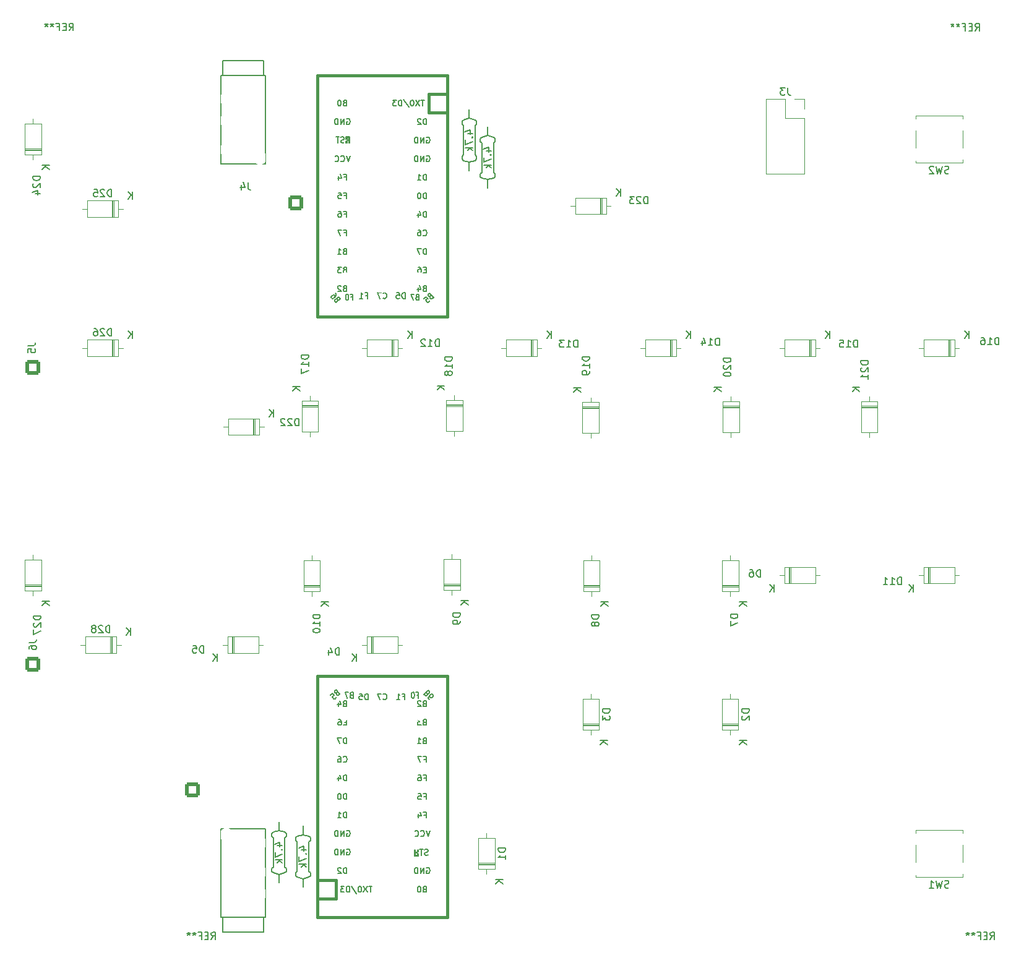
<source format=gbo>
%TF.GenerationSoftware,KiCad,Pcbnew,7.0.10*%
%TF.CreationDate,2024-02-04T11:58:59-08:00*%
%TF.ProjectId,oddball_steno,6f646462-616c-46c5-9f73-74656e6f2e6b,rev?*%
%TF.SameCoordinates,Original*%
%TF.FileFunction,Legend,Bot*%
%TF.FilePolarity,Positive*%
%FSLAX46Y46*%
G04 Gerber Fmt 4.6, Leading zero omitted, Abs format (unit mm)*
G04 Created by KiCad (PCBNEW 7.0.10) date 2024-02-04 11:58:59*
%MOMM*%
%LPD*%
G01*
G04 APERTURE LIST*
G04 Aperture macros list*
%AMRoundRect*
0 Rectangle with rounded corners*
0 $1 Rounding radius*
0 $2 $3 $4 $5 $6 $7 $8 $9 X,Y pos of 4 corners*
0 Add a 4 corners polygon primitive as box body*
4,1,4,$2,$3,$4,$5,$6,$7,$8,$9,$2,$3,0*
0 Add four circle primitives for the rounded corners*
1,1,$1+$1,$2,$3*
1,1,$1+$1,$4,$5*
1,1,$1+$1,$6,$7*
1,1,$1+$1,$8,$9*
0 Add four rect primitives between the rounded corners*
20,1,$1+$1,$2,$3,$4,$5,0*
20,1,$1+$1,$4,$5,$6,$7,0*
20,1,$1+$1,$6,$7,$8,$9,0*
20,1,$1+$1,$8,$9,$2,$3,0*%
G04 Aperture macros list end*
%ADD10C,0.150000*%
%ADD11C,0.200000*%
%ADD12C,0.120000*%
%ADD13C,0.381000*%
%ADD14C,1.752600*%
%ADD15R,1.752600X1.752600*%
%ADD16C,1.651000*%
%ADD17C,1.000000*%
%ADD18C,2.000000*%
%ADD19C,1.750000*%
%ADD20C,4.000000*%
%ADD21C,2.500000*%
%ADD22C,2.100000*%
%ADD23RoundRect,0.250001X-0.799999X-0.799999X0.799999X-0.799999X0.799999X0.799999X-0.799999X0.799999X0*%
%ADD24R,1.600000X1.600000*%
%ADD25O,1.600000X1.600000*%
%ADD26RoundRect,0.250001X-0.799999X0.799999X-0.799999X-0.799999X0.799999X-0.799999X0.799999X0.799999X0*%
%ADD27R,1.700000X1.700000*%
%ADD28O,1.700000X1.700000*%
%ADD29R,2.800000X1.000000*%
%ADD30RoundRect,0.250001X0.799999X0.799999X-0.799999X0.799999X-0.799999X-0.799999X0.799999X-0.799999X0*%
%ADD31C,0.800000*%
%ADD32O,1.600000X2.000000*%
G04 APERTURE END LIST*
D10*
X100558833Y-146135444D02*
X100892166Y-145659253D01*
X101130261Y-146135444D02*
X101130261Y-145135444D01*
X101130261Y-145135444D02*
X100749309Y-145135444D01*
X100749309Y-145135444D02*
X100654071Y-145183063D01*
X100654071Y-145183063D02*
X100606452Y-145230682D01*
X100606452Y-145230682D02*
X100558833Y-145325920D01*
X100558833Y-145325920D02*
X100558833Y-145468777D01*
X100558833Y-145468777D02*
X100606452Y-145564015D01*
X100606452Y-145564015D02*
X100654071Y-145611634D01*
X100654071Y-145611634D02*
X100749309Y-145659253D01*
X100749309Y-145659253D02*
X101130261Y-145659253D01*
X100130261Y-145611634D02*
X99796928Y-145611634D01*
X99654071Y-146135444D02*
X100130261Y-146135444D01*
X100130261Y-146135444D02*
X100130261Y-145135444D01*
X100130261Y-145135444D02*
X99654071Y-145135444D01*
X98892166Y-145611634D02*
X99225499Y-145611634D01*
X99225499Y-146135444D02*
X99225499Y-145135444D01*
X99225499Y-145135444D02*
X98749309Y-145135444D01*
X98225499Y-145135444D02*
X98225499Y-145373539D01*
X98463594Y-145278301D02*
X98225499Y-145373539D01*
X98225499Y-145373539D02*
X97987404Y-145278301D01*
X98368356Y-145564015D02*
X98225499Y-145373539D01*
X98225499Y-145373539D02*
X98082642Y-145564015D01*
X97463594Y-145135444D02*
X97463594Y-145373539D01*
X97701689Y-145278301D02*
X97463594Y-145373539D01*
X97463594Y-145373539D02*
X97225499Y-145278301D01*
X97606451Y-145564015D02*
X97463594Y-145373539D01*
X97463594Y-145373539D02*
X97320737Y-145564015D01*
X207158833Y-146135444D02*
X207492166Y-145659253D01*
X207730261Y-146135444D02*
X207730261Y-145135444D01*
X207730261Y-145135444D02*
X207349309Y-145135444D01*
X207349309Y-145135444D02*
X207254071Y-145183063D01*
X207254071Y-145183063D02*
X207206452Y-145230682D01*
X207206452Y-145230682D02*
X207158833Y-145325920D01*
X207158833Y-145325920D02*
X207158833Y-145468777D01*
X207158833Y-145468777D02*
X207206452Y-145564015D01*
X207206452Y-145564015D02*
X207254071Y-145611634D01*
X207254071Y-145611634D02*
X207349309Y-145659253D01*
X207349309Y-145659253D02*
X207730261Y-145659253D01*
X206730261Y-145611634D02*
X206396928Y-145611634D01*
X206254071Y-146135444D02*
X206730261Y-146135444D01*
X206730261Y-146135444D02*
X206730261Y-145135444D01*
X206730261Y-145135444D02*
X206254071Y-145135444D01*
X205492166Y-145611634D02*
X205825499Y-145611634D01*
X205825499Y-146135444D02*
X205825499Y-145135444D01*
X205825499Y-145135444D02*
X205349309Y-145135444D01*
X204825499Y-145135444D02*
X204825499Y-145373539D01*
X205063594Y-145278301D02*
X204825499Y-145373539D01*
X204825499Y-145373539D02*
X204587404Y-145278301D01*
X204968356Y-145564015D02*
X204825499Y-145373539D01*
X204825499Y-145373539D02*
X204682642Y-145564015D01*
X204063594Y-145135444D02*
X204063594Y-145373539D01*
X204301689Y-145278301D02*
X204063594Y-145373539D01*
X204063594Y-145373539D02*
X203825499Y-145278301D01*
X204206451Y-145564015D02*
X204063594Y-145373539D01*
X204063594Y-145373539D02*
X203920737Y-145564015D01*
X81103833Y-21705444D02*
X81437166Y-21229253D01*
X81675261Y-21705444D02*
X81675261Y-20705444D01*
X81675261Y-20705444D02*
X81294309Y-20705444D01*
X81294309Y-20705444D02*
X81199071Y-20753063D01*
X81199071Y-20753063D02*
X81151452Y-20800682D01*
X81151452Y-20800682D02*
X81103833Y-20895920D01*
X81103833Y-20895920D02*
X81103833Y-21038777D01*
X81103833Y-21038777D02*
X81151452Y-21134015D01*
X81151452Y-21134015D02*
X81199071Y-21181634D01*
X81199071Y-21181634D02*
X81294309Y-21229253D01*
X81294309Y-21229253D02*
X81675261Y-21229253D01*
X80675261Y-21181634D02*
X80341928Y-21181634D01*
X80199071Y-21705444D02*
X80675261Y-21705444D01*
X80675261Y-21705444D02*
X80675261Y-20705444D01*
X80675261Y-20705444D02*
X80199071Y-20705444D01*
X79437166Y-21181634D02*
X79770499Y-21181634D01*
X79770499Y-21705444D02*
X79770499Y-20705444D01*
X79770499Y-20705444D02*
X79294309Y-20705444D01*
X78770499Y-20705444D02*
X78770499Y-20943539D01*
X79008594Y-20848301D02*
X78770499Y-20943539D01*
X78770499Y-20943539D02*
X78532404Y-20848301D01*
X78913356Y-21134015D02*
X78770499Y-20943539D01*
X78770499Y-20943539D02*
X78627642Y-21134015D01*
X78008594Y-20705444D02*
X78008594Y-20943539D01*
X78246689Y-20848301D02*
X78008594Y-20943539D01*
X78008594Y-20943539D02*
X77770499Y-20848301D01*
X78151451Y-21134015D02*
X78008594Y-20943539D01*
X78008594Y-20943539D02*
X77865737Y-21134015D01*
X205103833Y-21725444D02*
X205437166Y-21249253D01*
X205675261Y-21725444D02*
X205675261Y-20725444D01*
X205675261Y-20725444D02*
X205294309Y-20725444D01*
X205294309Y-20725444D02*
X205199071Y-20773063D01*
X205199071Y-20773063D02*
X205151452Y-20820682D01*
X205151452Y-20820682D02*
X205103833Y-20915920D01*
X205103833Y-20915920D02*
X205103833Y-21058777D01*
X205103833Y-21058777D02*
X205151452Y-21154015D01*
X205151452Y-21154015D02*
X205199071Y-21201634D01*
X205199071Y-21201634D02*
X205294309Y-21249253D01*
X205294309Y-21249253D02*
X205675261Y-21249253D01*
X204675261Y-21201634D02*
X204341928Y-21201634D01*
X204199071Y-21725444D02*
X204675261Y-21725444D01*
X204675261Y-21725444D02*
X204675261Y-20725444D01*
X204675261Y-20725444D02*
X204199071Y-20725444D01*
X203437166Y-21201634D02*
X203770499Y-21201634D01*
X203770499Y-21725444D02*
X203770499Y-20725444D01*
X203770499Y-20725444D02*
X203294309Y-20725444D01*
X202770499Y-20725444D02*
X202770499Y-20963539D01*
X203008594Y-20868301D02*
X202770499Y-20963539D01*
X202770499Y-20963539D02*
X202532404Y-20868301D01*
X202913356Y-21154015D02*
X202770499Y-20963539D01*
X202770499Y-20963539D02*
X202627642Y-21154015D01*
X202008594Y-20725444D02*
X202008594Y-20963539D01*
X202246689Y-20868301D02*
X202008594Y-20963539D01*
X202008594Y-20963539D02*
X201770499Y-20868301D01*
X202151451Y-21154015D02*
X202008594Y-20963539D01*
X202008594Y-20963539D02*
X201865737Y-21154015D01*
X190461569Y-66916339D02*
X189461569Y-66916339D01*
X189461569Y-66916339D02*
X189461569Y-67154434D01*
X189461569Y-67154434D02*
X189509188Y-67297291D01*
X189509188Y-67297291D02*
X189604426Y-67392529D01*
X189604426Y-67392529D02*
X189699664Y-67440148D01*
X189699664Y-67440148D02*
X189890140Y-67487767D01*
X189890140Y-67487767D02*
X190032997Y-67487767D01*
X190032997Y-67487767D02*
X190223473Y-67440148D01*
X190223473Y-67440148D02*
X190318711Y-67392529D01*
X190318711Y-67392529D02*
X190413950Y-67297291D01*
X190413950Y-67297291D02*
X190461569Y-67154434D01*
X190461569Y-67154434D02*
X190461569Y-66916339D01*
X189556807Y-67868720D02*
X189509188Y-67916339D01*
X189509188Y-67916339D02*
X189461569Y-68011577D01*
X189461569Y-68011577D02*
X189461569Y-68249672D01*
X189461569Y-68249672D02*
X189509188Y-68344910D01*
X189509188Y-68344910D02*
X189556807Y-68392529D01*
X189556807Y-68392529D02*
X189652045Y-68440148D01*
X189652045Y-68440148D02*
X189747283Y-68440148D01*
X189747283Y-68440148D02*
X189890140Y-68392529D01*
X189890140Y-68392529D02*
X190461569Y-67821101D01*
X190461569Y-67821101D02*
X190461569Y-68440148D01*
X190461569Y-69392529D02*
X190461569Y-68821101D01*
X190461569Y-69106815D02*
X189461569Y-69106815D01*
X189461569Y-69106815D02*
X189604426Y-69011577D01*
X189604426Y-69011577D02*
X189699664Y-68916339D01*
X189699664Y-68916339D02*
X189747283Y-68821101D01*
X189280319Y-70533720D02*
X188280319Y-70533720D01*
X189280319Y-71105148D02*
X188708890Y-70676577D01*
X188280319Y-71105148D02*
X188851747Y-70533720D01*
X75621569Y-105462291D02*
X76335854Y-105462291D01*
X76335854Y-105462291D02*
X76478711Y-105414672D01*
X76478711Y-105414672D02*
X76573950Y-105319434D01*
X76573950Y-105319434D02*
X76621569Y-105176577D01*
X76621569Y-105176577D02*
X76621569Y-105081339D01*
X75621569Y-106367053D02*
X75621569Y-106176577D01*
X75621569Y-106176577D02*
X75669188Y-106081339D01*
X75669188Y-106081339D02*
X75716807Y-106033720D01*
X75716807Y-106033720D02*
X75859664Y-105938482D01*
X75859664Y-105938482D02*
X76050140Y-105890863D01*
X76050140Y-105890863D02*
X76431092Y-105890863D01*
X76431092Y-105890863D02*
X76526330Y-105938482D01*
X76526330Y-105938482D02*
X76573950Y-105986101D01*
X76573950Y-105986101D02*
X76621569Y-106081339D01*
X76621569Y-106081339D02*
X76621569Y-106271815D01*
X76621569Y-106271815D02*
X76573950Y-106367053D01*
X76573950Y-106367053D02*
X76526330Y-106414672D01*
X76526330Y-106414672D02*
X76431092Y-106462291D01*
X76431092Y-106462291D02*
X76192997Y-106462291D01*
X76192997Y-106462291D02*
X76097759Y-106414672D01*
X76097759Y-106414672D02*
X76050140Y-106367053D01*
X76050140Y-106367053D02*
X76002521Y-106271815D01*
X76002521Y-106271815D02*
X76002521Y-106081339D01*
X76002521Y-106081339D02*
X76050140Y-105986101D01*
X76050140Y-105986101D02*
X76097759Y-105938482D01*
X76097759Y-105938482D02*
X76192997Y-105890863D01*
X129678166Y-123995122D02*
X129944832Y-123995122D01*
X129944832Y-124414170D02*
X129944832Y-123614170D01*
X129944832Y-123614170D02*
X129563880Y-123614170D01*
X128916261Y-123614170D02*
X129068642Y-123614170D01*
X129068642Y-123614170D02*
X129144833Y-123652265D01*
X129144833Y-123652265D02*
X129182928Y-123690360D01*
X129182928Y-123690360D02*
X129259118Y-123804646D01*
X129259118Y-123804646D02*
X129297214Y-123957027D01*
X129297214Y-123957027D02*
X129297214Y-124261789D01*
X129297214Y-124261789D02*
X129259118Y-124337979D01*
X129259118Y-124337979D02*
X129221023Y-124376075D01*
X129221023Y-124376075D02*
X129144833Y-124414170D01*
X129144833Y-124414170D02*
X128992452Y-124414170D01*
X128992452Y-124414170D02*
X128916261Y-124376075D01*
X128916261Y-124376075D02*
X128878166Y-124337979D01*
X128878166Y-124337979D02*
X128840071Y-124261789D01*
X128840071Y-124261789D02*
X128840071Y-124071313D01*
X128840071Y-124071313D02*
X128878166Y-123995122D01*
X128878166Y-123995122D02*
X128916261Y-123957027D01*
X128916261Y-123957027D02*
X128992452Y-123918932D01*
X128992452Y-123918932D02*
X129144833Y-123918932D01*
X129144833Y-123918932D02*
X129221023Y-123957027D01*
X129221023Y-123957027D02*
X129259118Y-123995122D01*
X129259118Y-123995122D02*
X129297214Y-124071313D01*
X126757166Y-112865122D02*
X127023832Y-112865122D01*
X127023832Y-113284170D02*
X127023832Y-112484170D01*
X127023832Y-112484170D02*
X126642880Y-112484170D01*
X125919071Y-113284170D02*
X126376214Y-113284170D01*
X126147642Y-113284170D02*
X126147642Y-112484170D01*
X126147642Y-112484170D02*
X126223833Y-112598455D01*
X126223833Y-112598455D02*
X126300023Y-112674646D01*
X126300023Y-112674646D02*
X126376214Y-112712741D01*
X119099023Y-131272265D02*
X119175213Y-131234170D01*
X119175213Y-131234170D02*
X119289499Y-131234170D01*
X119289499Y-131234170D02*
X119403785Y-131272265D01*
X119403785Y-131272265D02*
X119479975Y-131348455D01*
X119479975Y-131348455D02*
X119518070Y-131424646D01*
X119518070Y-131424646D02*
X119556166Y-131577027D01*
X119556166Y-131577027D02*
X119556166Y-131691313D01*
X119556166Y-131691313D02*
X119518070Y-131843694D01*
X119518070Y-131843694D02*
X119479975Y-131919884D01*
X119479975Y-131919884D02*
X119403785Y-131996075D01*
X119403785Y-131996075D02*
X119289499Y-132034170D01*
X119289499Y-132034170D02*
X119213308Y-132034170D01*
X119213308Y-132034170D02*
X119099023Y-131996075D01*
X119099023Y-131996075D02*
X119060927Y-131957979D01*
X119060927Y-131957979D02*
X119060927Y-131691313D01*
X119060927Y-131691313D02*
X119213308Y-131691313D01*
X118718070Y-132034170D02*
X118718070Y-131234170D01*
X118718070Y-131234170D02*
X118260927Y-132034170D01*
X118260927Y-132034170D02*
X118260927Y-131234170D01*
X117879975Y-132034170D02*
X117879975Y-131234170D01*
X117879975Y-131234170D02*
X117689499Y-131234170D01*
X117689499Y-131234170D02*
X117575213Y-131272265D01*
X117575213Y-131272265D02*
X117499023Y-131348455D01*
X117499023Y-131348455D02*
X117460928Y-131424646D01*
X117460928Y-131424646D02*
X117422832Y-131577027D01*
X117422832Y-131577027D02*
X117422832Y-131691313D01*
X117422832Y-131691313D02*
X117460928Y-131843694D01*
X117460928Y-131843694D02*
X117499023Y-131919884D01*
X117499023Y-131919884D02*
X117575213Y-131996075D01*
X117575213Y-131996075D02*
X117689499Y-132034170D01*
X117689499Y-132034170D02*
X117879975Y-132034170D01*
X130021023Y-136352265D02*
X130097213Y-136314170D01*
X130097213Y-136314170D02*
X130211499Y-136314170D01*
X130211499Y-136314170D02*
X130325785Y-136352265D01*
X130325785Y-136352265D02*
X130401975Y-136428455D01*
X130401975Y-136428455D02*
X130440070Y-136504646D01*
X130440070Y-136504646D02*
X130478166Y-136657027D01*
X130478166Y-136657027D02*
X130478166Y-136771313D01*
X130478166Y-136771313D02*
X130440070Y-136923694D01*
X130440070Y-136923694D02*
X130401975Y-136999884D01*
X130401975Y-136999884D02*
X130325785Y-137076075D01*
X130325785Y-137076075D02*
X130211499Y-137114170D01*
X130211499Y-137114170D02*
X130135308Y-137114170D01*
X130135308Y-137114170D02*
X130021023Y-137076075D01*
X130021023Y-137076075D02*
X129982927Y-137037979D01*
X129982927Y-137037979D02*
X129982927Y-136771313D01*
X129982927Y-136771313D02*
X130135308Y-136771313D01*
X129640070Y-137114170D02*
X129640070Y-136314170D01*
X129640070Y-136314170D02*
X129182927Y-137114170D01*
X129182927Y-137114170D02*
X129182927Y-136314170D01*
X128801975Y-137114170D02*
X128801975Y-136314170D01*
X128801975Y-136314170D02*
X128611499Y-136314170D01*
X128611499Y-136314170D02*
X128497213Y-136352265D01*
X128497213Y-136352265D02*
X128421023Y-136428455D01*
X128421023Y-136428455D02*
X128382928Y-136504646D01*
X128382928Y-136504646D02*
X128344832Y-136657027D01*
X128344832Y-136657027D02*
X128344832Y-136771313D01*
X128344832Y-136771313D02*
X128382928Y-136923694D01*
X128382928Y-136923694D02*
X128421023Y-136999884D01*
X128421023Y-136999884D02*
X128497213Y-137076075D01*
X128497213Y-137076075D02*
X128611499Y-137114170D01*
X128611499Y-137114170D02*
X128801975Y-137114170D01*
X129678166Y-129075122D02*
X129944832Y-129075122D01*
X129944832Y-129494170D02*
X129944832Y-128694170D01*
X129944832Y-128694170D02*
X129563880Y-128694170D01*
X128916261Y-128960836D02*
X128916261Y-129494170D01*
X129106737Y-128656075D02*
X129297214Y-129227503D01*
X129297214Y-129227503D02*
X128801975Y-129227503D01*
X129735309Y-118915122D02*
X129621023Y-118953217D01*
X129621023Y-118953217D02*
X129582928Y-118991313D01*
X129582928Y-118991313D02*
X129544832Y-119067503D01*
X129544832Y-119067503D02*
X129544832Y-119181789D01*
X129544832Y-119181789D02*
X129582928Y-119257979D01*
X129582928Y-119257979D02*
X129621023Y-119296075D01*
X129621023Y-119296075D02*
X129697213Y-119334170D01*
X129697213Y-119334170D02*
X130001975Y-119334170D01*
X130001975Y-119334170D02*
X130001975Y-118534170D01*
X130001975Y-118534170D02*
X129735309Y-118534170D01*
X129735309Y-118534170D02*
X129659118Y-118572265D01*
X129659118Y-118572265D02*
X129621023Y-118610360D01*
X129621023Y-118610360D02*
X129582928Y-118686551D01*
X129582928Y-118686551D02*
X129582928Y-118762741D01*
X129582928Y-118762741D02*
X129621023Y-118838932D01*
X129621023Y-118838932D02*
X129659118Y-118877027D01*
X129659118Y-118877027D02*
X129735309Y-118915122D01*
X129735309Y-118915122D02*
X130001975Y-118915122D01*
X128782928Y-119334170D02*
X129240071Y-119334170D01*
X129011499Y-119334170D02*
X129011499Y-118534170D01*
X129011499Y-118534170D02*
X129087690Y-118648455D01*
X129087690Y-118648455D02*
X129163880Y-118724646D01*
X129163880Y-118724646D02*
X129240071Y-118762741D01*
X128683833Y-112665122D02*
X128917166Y-112665122D01*
X128917166Y-113084170D02*
X128917166Y-112284170D01*
X128917166Y-112284170D02*
X128583833Y-112284170D01*
X128183833Y-112284170D02*
X128117166Y-112284170D01*
X128117166Y-112284170D02*
X128050499Y-112322265D01*
X128050499Y-112322265D02*
X128017166Y-112360360D01*
X128017166Y-112360360D02*
X127983833Y-112436551D01*
X127983833Y-112436551D02*
X127950499Y-112588932D01*
X127950499Y-112588932D02*
X127950499Y-112779408D01*
X127950499Y-112779408D02*
X127983833Y-112931789D01*
X127983833Y-112931789D02*
X128017166Y-113007979D01*
X128017166Y-113007979D02*
X128050499Y-113046075D01*
X128050499Y-113046075D02*
X128117166Y-113084170D01*
X128117166Y-113084170D02*
X128183833Y-113084170D01*
X128183833Y-113084170D02*
X128250499Y-113046075D01*
X128250499Y-113046075D02*
X128283833Y-113007979D01*
X128283833Y-113007979D02*
X128317166Y-112931789D01*
X128317166Y-112931789D02*
X128350499Y-112779408D01*
X128350499Y-112779408D02*
X128350499Y-112588932D01*
X128350499Y-112588932D02*
X128317166Y-112436551D01*
X128317166Y-112436551D02*
X128283833Y-112360360D01*
X128283833Y-112360360D02*
X128250499Y-112322265D01*
X128250499Y-112322265D02*
X128183833Y-112284170D01*
X119079975Y-129494170D02*
X119079975Y-128694170D01*
X119079975Y-128694170D02*
X118889499Y-128694170D01*
X118889499Y-128694170D02*
X118775213Y-128732265D01*
X118775213Y-128732265D02*
X118699023Y-128808455D01*
X118699023Y-128808455D02*
X118660928Y-128884646D01*
X118660928Y-128884646D02*
X118622832Y-129037027D01*
X118622832Y-129037027D02*
X118622832Y-129151313D01*
X118622832Y-129151313D02*
X118660928Y-129303694D01*
X118660928Y-129303694D02*
X118699023Y-129379884D01*
X118699023Y-129379884D02*
X118775213Y-129456075D01*
X118775213Y-129456075D02*
X118889499Y-129494170D01*
X118889499Y-129494170D02*
X119079975Y-129494170D01*
X117860928Y-129494170D02*
X118318071Y-129494170D01*
X118089499Y-129494170D02*
X118089499Y-128694170D01*
X118089499Y-128694170D02*
X118165690Y-128808455D01*
X118165690Y-128808455D02*
X118241880Y-128884646D01*
X118241880Y-128884646D02*
X118318071Y-128922741D01*
X129735309Y-113835122D02*
X129621023Y-113873217D01*
X129621023Y-113873217D02*
X129582928Y-113911313D01*
X129582928Y-113911313D02*
X129544832Y-113987503D01*
X129544832Y-113987503D02*
X129544832Y-114101789D01*
X129544832Y-114101789D02*
X129582928Y-114177979D01*
X129582928Y-114177979D02*
X129621023Y-114216075D01*
X129621023Y-114216075D02*
X129697213Y-114254170D01*
X129697213Y-114254170D02*
X130001975Y-114254170D01*
X130001975Y-114254170D02*
X130001975Y-113454170D01*
X130001975Y-113454170D02*
X129735309Y-113454170D01*
X129735309Y-113454170D02*
X129659118Y-113492265D01*
X129659118Y-113492265D02*
X129621023Y-113530360D01*
X129621023Y-113530360D02*
X129582928Y-113606551D01*
X129582928Y-113606551D02*
X129582928Y-113682741D01*
X129582928Y-113682741D02*
X129621023Y-113758932D01*
X129621023Y-113758932D02*
X129659118Y-113797027D01*
X129659118Y-113797027D02*
X129735309Y-113835122D01*
X129735309Y-113835122D02*
X130001975Y-113835122D01*
X129240071Y-113530360D02*
X129201975Y-113492265D01*
X129201975Y-113492265D02*
X129125785Y-113454170D01*
X129125785Y-113454170D02*
X128935309Y-113454170D01*
X128935309Y-113454170D02*
X128859118Y-113492265D01*
X128859118Y-113492265D02*
X128821023Y-113530360D01*
X128821023Y-113530360D02*
X128782928Y-113606551D01*
X128782928Y-113606551D02*
X128782928Y-113682741D01*
X128782928Y-113682741D02*
X128821023Y-113797027D01*
X128821023Y-113797027D02*
X129278166Y-114254170D01*
X129278166Y-114254170D02*
X128782928Y-114254170D01*
X129735309Y-116375122D02*
X129621023Y-116413217D01*
X129621023Y-116413217D02*
X129582928Y-116451313D01*
X129582928Y-116451313D02*
X129544832Y-116527503D01*
X129544832Y-116527503D02*
X129544832Y-116641789D01*
X129544832Y-116641789D02*
X129582928Y-116717979D01*
X129582928Y-116717979D02*
X129621023Y-116756075D01*
X129621023Y-116756075D02*
X129697213Y-116794170D01*
X129697213Y-116794170D02*
X130001975Y-116794170D01*
X130001975Y-116794170D02*
X130001975Y-115994170D01*
X130001975Y-115994170D02*
X129735309Y-115994170D01*
X129735309Y-115994170D02*
X129659118Y-116032265D01*
X129659118Y-116032265D02*
X129621023Y-116070360D01*
X129621023Y-116070360D02*
X129582928Y-116146551D01*
X129582928Y-116146551D02*
X129582928Y-116222741D01*
X129582928Y-116222741D02*
X129621023Y-116298932D01*
X129621023Y-116298932D02*
X129659118Y-116337027D01*
X129659118Y-116337027D02*
X129735309Y-116375122D01*
X129735309Y-116375122D02*
X130001975Y-116375122D01*
X129278166Y-115994170D02*
X128782928Y-115994170D01*
X128782928Y-115994170D02*
X129049594Y-116298932D01*
X129049594Y-116298932D02*
X128935309Y-116298932D01*
X128935309Y-116298932D02*
X128859118Y-116337027D01*
X128859118Y-116337027D02*
X128821023Y-116375122D01*
X128821023Y-116375122D02*
X128782928Y-116451313D01*
X128782928Y-116451313D02*
X128782928Y-116641789D01*
X128782928Y-116641789D02*
X128821023Y-116717979D01*
X128821023Y-116717979D02*
X128859118Y-116756075D01*
X128859118Y-116756075D02*
X128935309Y-116794170D01*
X128935309Y-116794170D02*
X129163880Y-116794170D01*
X129163880Y-116794170D02*
X129240071Y-116756075D01*
X129240071Y-116756075D02*
X129278166Y-116717979D01*
X130478166Y-131234170D02*
X130211499Y-132034170D01*
X130211499Y-132034170D02*
X129944833Y-131234170D01*
X129221023Y-131957979D02*
X129259119Y-131996075D01*
X129259119Y-131996075D02*
X129373404Y-132034170D01*
X129373404Y-132034170D02*
X129449595Y-132034170D01*
X129449595Y-132034170D02*
X129563881Y-131996075D01*
X129563881Y-131996075D02*
X129640071Y-131919884D01*
X129640071Y-131919884D02*
X129678166Y-131843694D01*
X129678166Y-131843694D02*
X129716262Y-131691313D01*
X129716262Y-131691313D02*
X129716262Y-131577027D01*
X129716262Y-131577027D02*
X129678166Y-131424646D01*
X129678166Y-131424646D02*
X129640071Y-131348455D01*
X129640071Y-131348455D02*
X129563881Y-131272265D01*
X129563881Y-131272265D02*
X129449595Y-131234170D01*
X129449595Y-131234170D02*
X129373404Y-131234170D01*
X129373404Y-131234170D02*
X129259119Y-131272265D01*
X129259119Y-131272265D02*
X129221023Y-131310360D01*
X128421023Y-131957979D02*
X128459119Y-131996075D01*
X128459119Y-131996075D02*
X128573404Y-132034170D01*
X128573404Y-132034170D02*
X128649595Y-132034170D01*
X128649595Y-132034170D02*
X128763881Y-131996075D01*
X128763881Y-131996075D02*
X128840071Y-131919884D01*
X128840071Y-131919884D02*
X128878166Y-131843694D01*
X128878166Y-131843694D02*
X128916262Y-131691313D01*
X128916262Y-131691313D02*
X128916262Y-131577027D01*
X128916262Y-131577027D02*
X128878166Y-131424646D01*
X128878166Y-131424646D02*
X128840071Y-131348455D01*
X128840071Y-131348455D02*
X128763881Y-131272265D01*
X128763881Y-131272265D02*
X128649595Y-131234170D01*
X128649595Y-131234170D02*
X128573404Y-131234170D01*
X128573404Y-131234170D02*
X128459119Y-131272265D01*
X128459119Y-131272265D02*
X128421023Y-131310360D01*
X119079975Y-119334170D02*
X119079975Y-118534170D01*
X119079975Y-118534170D02*
X118889499Y-118534170D01*
X118889499Y-118534170D02*
X118775213Y-118572265D01*
X118775213Y-118572265D02*
X118699023Y-118648455D01*
X118699023Y-118648455D02*
X118660928Y-118724646D01*
X118660928Y-118724646D02*
X118622832Y-118877027D01*
X118622832Y-118877027D02*
X118622832Y-118991313D01*
X118622832Y-118991313D02*
X118660928Y-119143694D01*
X118660928Y-119143694D02*
X118699023Y-119219884D01*
X118699023Y-119219884D02*
X118775213Y-119296075D01*
X118775213Y-119296075D02*
X118889499Y-119334170D01*
X118889499Y-119334170D02*
X119079975Y-119334170D01*
X118356166Y-118534170D02*
X117822832Y-118534170D01*
X117822832Y-118534170D02*
X118165690Y-119334170D01*
X130110023Y-112461658D02*
X130207671Y-112505431D01*
X130207671Y-112505431D02*
X130258179Y-112502064D01*
X130258179Y-112502064D02*
X130335624Y-112471759D01*
X130335624Y-112471759D02*
X130416436Y-112390947D01*
X130416436Y-112390947D02*
X130446740Y-112313502D01*
X130446740Y-112313502D02*
X130450108Y-112262994D01*
X130450108Y-112262994D02*
X130429904Y-112188917D01*
X130429904Y-112188917D02*
X130241343Y-112000355D01*
X130241343Y-112000355D02*
X129675657Y-112566040D01*
X129675657Y-112566040D02*
X129840649Y-112731032D01*
X129840649Y-112731032D02*
X129914727Y-112751235D01*
X129914727Y-112751235D02*
X129965234Y-112747868D01*
X129965234Y-112747868D02*
X130042679Y-112717563D01*
X130042679Y-112717563D02*
X130096554Y-112663688D01*
X130096554Y-112663688D02*
X130126859Y-112586243D01*
X130126859Y-112586243D02*
X130130226Y-112535736D01*
X130130226Y-112535736D02*
X130110023Y-112461658D01*
X130110023Y-112461658D02*
X129945031Y-112296666D01*
X130382764Y-113273147D02*
X130288483Y-113178866D01*
X130288483Y-113178866D02*
X130268280Y-113104788D01*
X130268280Y-113104788D02*
X130271647Y-113054281D01*
X130271647Y-113054281D02*
X130305319Y-112926328D01*
X130305319Y-112926328D02*
X130389498Y-112795008D01*
X130389498Y-112795008D02*
X130604998Y-112579509D01*
X130604998Y-112579509D02*
X130682443Y-112549204D01*
X130682443Y-112549204D02*
X130732950Y-112545837D01*
X130732950Y-112545837D02*
X130807028Y-112566040D01*
X130807028Y-112566040D02*
X130901309Y-112660321D01*
X130901309Y-112660321D02*
X130921512Y-112734399D01*
X130921512Y-112734399D02*
X130918145Y-112784907D01*
X130918145Y-112784907D02*
X130887840Y-112862352D01*
X130887840Y-112862352D02*
X130753153Y-112997039D01*
X130753153Y-112997039D02*
X130675708Y-113027343D01*
X130675708Y-113027343D02*
X130625201Y-113030710D01*
X130625201Y-113030710D02*
X130551123Y-113010507D01*
X130551123Y-113010507D02*
X130456842Y-112916226D01*
X130456842Y-112916226D02*
X130436639Y-112842149D01*
X130436639Y-112842149D02*
X130440006Y-112791641D01*
X130440006Y-112791641D02*
X130470311Y-112714196D01*
X119079975Y-124414170D02*
X119079975Y-123614170D01*
X119079975Y-123614170D02*
X118889499Y-123614170D01*
X118889499Y-123614170D02*
X118775213Y-123652265D01*
X118775213Y-123652265D02*
X118699023Y-123728455D01*
X118699023Y-123728455D02*
X118660928Y-123804646D01*
X118660928Y-123804646D02*
X118622832Y-123957027D01*
X118622832Y-123957027D02*
X118622832Y-124071313D01*
X118622832Y-124071313D02*
X118660928Y-124223694D01*
X118660928Y-124223694D02*
X118699023Y-124299884D01*
X118699023Y-124299884D02*
X118775213Y-124376075D01*
X118775213Y-124376075D02*
X118889499Y-124414170D01*
X118889499Y-124414170D02*
X119079975Y-124414170D01*
X117937118Y-123880836D02*
X117937118Y-124414170D01*
X118127594Y-123576075D02*
X118318071Y-124147503D01*
X118318071Y-124147503D02*
X117822832Y-124147503D01*
X122000975Y-113284170D02*
X122000975Y-112484170D01*
X122000975Y-112484170D02*
X121810499Y-112484170D01*
X121810499Y-112484170D02*
X121696213Y-112522265D01*
X121696213Y-112522265D02*
X121620023Y-112598455D01*
X121620023Y-112598455D02*
X121581928Y-112674646D01*
X121581928Y-112674646D02*
X121543832Y-112827027D01*
X121543832Y-112827027D02*
X121543832Y-112941313D01*
X121543832Y-112941313D02*
X121581928Y-113093694D01*
X121581928Y-113093694D02*
X121620023Y-113169884D01*
X121620023Y-113169884D02*
X121696213Y-113246075D01*
X121696213Y-113246075D02*
X121810499Y-113284170D01*
X121810499Y-113284170D02*
X122000975Y-113284170D01*
X120820023Y-112484170D02*
X121200975Y-112484170D01*
X121200975Y-112484170D02*
X121239071Y-112865122D01*
X121239071Y-112865122D02*
X121200975Y-112827027D01*
X121200975Y-112827027D02*
X121124785Y-112788932D01*
X121124785Y-112788932D02*
X120934309Y-112788932D01*
X120934309Y-112788932D02*
X120858118Y-112827027D01*
X120858118Y-112827027D02*
X120820023Y-112865122D01*
X120820023Y-112865122D02*
X120781928Y-112941313D01*
X120781928Y-112941313D02*
X120781928Y-113131789D01*
X120781928Y-113131789D02*
X120820023Y-113207979D01*
X120820023Y-113207979D02*
X120858118Y-113246075D01*
X120858118Y-113246075D02*
X120934309Y-113284170D01*
X120934309Y-113284170D02*
X121124785Y-113284170D01*
X121124785Y-113284170D02*
X121200975Y-113246075D01*
X121200975Y-113246075D02*
X121239071Y-113207979D01*
X129678166Y-121455122D02*
X129944832Y-121455122D01*
X129944832Y-121874170D02*
X129944832Y-121074170D01*
X129944832Y-121074170D02*
X129563880Y-121074170D01*
X129335309Y-121074170D02*
X128801975Y-121074170D01*
X128801975Y-121074170D02*
X129144833Y-121874170D01*
X129735309Y-139235122D02*
X129621023Y-139273217D01*
X129621023Y-139273217D02*
X129582928Y-139311313D01*
X129582928Y-139311313D02*
X129544832Y-139387503D01*
X129544832Y-139387503D02*
X129544832Y-139501789D01*
X129544832Y-139501789D02*
X129582928Y-139577979D01*
X129582928Y-139577979D02*
X129621023Y-139616075D01*
X129621023Y-139616075D02*
X129697213Y-139654170D01*
X129697213Y-139654170D02*
X130001975Y-139654170D01*
X130001975Y-139654170D02*
X130001975Y-138854170D01*
X130001975Y-138854170D02*
X129735309Y-138854170D01*
X129735309Y-138854170D02*
X129659118Y-138892265D01*
X129659118Y-138892265D02*
X129621023Y-138930360D01*
X129621023Y-138930360D02*
X129582928Y-139006551D01*
X129582928Y-139006551D02*
X129582928Y-139082741D01*
X129582928Y-139082741D02*
X129621023Y-139158932D01*
X129621023Y-139158932D02*
X129659118Y-139197027D01*
X129659118Y-139197027D02*
X129735309Y-139235122D01*
X129735309Y-139235122D02*
X130001975Y-139235122D01*
X129049594Y-138854170D02*
X128973404Y-138854170D01*
X128973404Y-138854170D02*
X128897213Y-138892265D01*
X128897213Y-138892265D02*
X128859118Y-138930360D01*
X128859118Y-138930360D02*
X128821023Y-139006551D01*
X128821023Y-139006551D02*
X128782928Y-139158932D01*
X128782928Y-139158932D02*
X128782928Y-139349408D01*
X128782928Y-139349408D02*
X128821023Y-139501789D01*
X128821023Y-139501789D02*
X128859118Y-139577979D01*
X128859118Y-139577979D02*
X128897213Y-139616075D01*
X128897213Y-139616075D02*
X128973404Y-139654170D01*
X128973404Y-139654170D02*
X129049594Y-139654170D01*
X129049594Y-139654170D02*
X129125785Y-139616075D01*
X129125785Y-139616075D02*
X129163880Y-139577979D01*
X129163880Y-139577979D02*
X129201975Y-139501789D01*
X129201975Y-139501789D02*
X129240071Y-139349408D01*
X129240071Y-139349408D02*
X129240071Y-139158932D01*
X129240071Y-139158932D02*
X129201975Y-139006551D01*
X129201975Y-139006551D02*
X129163880Y-138930360D01*
X129163880Y-138930360D02*
X129125785Y-138892265D01*
X129125785Y-138892265D02*
X129049594Y-138854170D01*
X124083832Y-113207979D02*
X124121928Y-113246075D01*
X124121928Y-113246075D02*
X124236213Y-113284170D01*
X124236213Y-113284170D02*
X124312404Y-113284170D01*
X124312404Y-113284170D02*
X124426690Y-113246075D01*
X124426690Y-113246075D02*
X124502880Y-113169884D01*
X124502880Y-113169884D02*
X124540975Y-113093694D01*
X124540975Y-113093694D02*
X124579071Y-112941313D01*
X124579071Y-112941313D02*
X124579071Y-112827027D01*
X124579071Y-112827027D02*
X124540975Y-112674646D01*
X124540975Y-112674646D02*
X124502880Y-112598455D01*
X124502880Y-112598455D02*
X124426690Y-112522265D01*
X124426690Y-112522265D02*
X124312404Y-112484170D01*
X124312404Y-112484170D02*
X124236213Y-112484170D01*
X124236213Y-112484170D02*
X124121928Y-112522265D01*
X124121928Y-112522265D02*
X124083832Y-112560360D01*
X123817166Y-112484170D02*
X123283832Y-112484170D01*
X123283832Y-112484170D02*
X123626690Y-113284170D01*
X117710716Y-112381398D02*
X117666943Y-112479046D01*
X117666943Y-112479046D02*
X117670310Y-112529554D01*
X117670310Y-112529554D02*
X117700615Y-112606999D01*
X117700615Y-112606999D02*
X117781427Y-112687811D01*
X117781427Y-112687811D02*
X117858872Y-112718115D01*
X117858872Y-112718115D02*
X117909380Y-112721483D01*
X117909380Y-112721483D02*
X117983457Y-112701279D01*
X117983457Y-112701279D02*
X118172019Y-112512718D01*
X118172019Y-112512718D02*
X117606334Y-111947032D01*
X117606334Y-111947032D02*
X117441342Y-112112024D01*
X117441342Y-112112024D02*
X117421139Y-112186102D01*
X117421139Y-112186102D02*
X117424506Y-112236609D01*
X117424506Y-112236609D02*
X117454811Y-112314054D01*
X117454811Y-112314054D02*
X117508686Y-112367929D01*
X117508686Y-112367929D02*
X117586131Y-112398234D01*
X117586131Y-112398234D02*
X117636638Y-112401601D01*
X117636638Y-112401601D02*
X117710716Y-112381398D01*
X117710716Y-112381398D02*
X117875708Y-112216406D01*
X116875657Y-112677709D02*
X117111359Y-112442007D01*
X117111359Y-112442007D02*
X117404303Y-112687811D01*
X117404303Y-112687811D02*
X117353796Y-112684444D01*
X117353796Y-112684444D02*
X117279718Y-112704647D01*
X117279718Y-112704647D02*
X117161867Y-112822498D01*
X117161867Y-112822498D02*
X117141664Y-112896576D01*
X117141664Y-112896576D02*
X117145031Y-112947083D01*
X117145031Y-112947083D02*
X117175335Y-113024528D01*
X117175335Y-113024528D02*
X117310022Y-113159215D01*
X117310022Y-113159215D02*
X117387467Y-113189520D01*
X117387467Y-113189520D02*
X117437975Y-113192887D01*
X117437975Y-113192887D02*
X117512053Y-113172684D01*
X117512053Y-113172684D02*
X117629904Y-113054833D01*
X117629904Y-113054833D02*
X117650107Y-112980755D01*
X117650107Y-112980755D02*
X117646740Y-112930247D01*
X119733833Y-112665122D02*
X119633833Y-112703217D01*
X119633833Y-112703217D02*
X119600499Y-112741313D01*
X119600499Y-112741313D02*
X119567166Y-112817503D01*
X119567166Y-112817503D02*
X119567166Y-112931789D01*
X119567166Y-112931789D02*
X119600499Y-113007979D01*
X119600499Y-113007979D02*
X119633833Y-113046075D01*
X119633833Y-113046075D02*
X119700499Y-113084170D01*
X119700499Y-113084170D02*
X119967166Y-113084170D01*
X119967166Y-113084170D02*
X119967166Y-112284170D01*
X119967166Y-112284170D02*
X119733833Y-112284170D01*
X119733833Y-112284170D02*
X119667166Y-112322265D01*
X119667166Y-112322265D02*
X119633833Y-112360360D01*
X119633833Y-112360360D02*
X119600499Y-112436551D01*
X119600499Y-112436551D02*
X119600499Y-112512741D01*
X119600499Y-112512741D02*
X119633833Y-112588932D01*
X119633833Y-112588932D02*
X119667166Y-112627027D01*
X119667166Y-112627027D02*
X119733833Y-112665122D01*
X119733833Y-112665122D02*
X119967166Y-112665122D01*
X119333833Y-112284170D02*
X118867166Y-112284170D01*
X118867166Y-112284170D02*
X119167166Y-113084170D01*
X119041880Y-116375122D02*
X118775214Y-116375122D01*
X118660928Y-116794170D02*
X119041880Y-116794170D01*
X119041880Y-116794170D02*
X119041880Y-115994170D01*
X119041880Y-115994170D02*
X118660928Y-115994170D01*
X117975213Y-115994170D02*
X118127594Y-115994170D01*
X118127594Y-115994170D02*
X118203785Y-116032265D01*
X118203785Y-116032265D02*
X118241880Y-116070360D01*
X118241880Y-116070360D02*
X118318070Y-116184646D01*
X118318070Y-116184646D02*
X118356166Y-116337027D01*
X118356166Y-116337027D02*
X118356166Y-116641789D01*
X118356166Y-116641789D02*
X118318070Y-116717979D01*
X118318070Y-116717979D02*
X118279975Y-116756075D01*
X118279975Y-116756075D02*
X118203785Y-116794170D01*
X118203785Y-116794170D02*
X118051404Y-116794170D01*
X118051404Y-116794170D02*
X117975213Y-116756075D01*
X117975213Y-116756075D02*
X117937118Y-116717979D01*
X117937118Y-116717979D02*
X117899023Y-116641789D01*
X117899023Y-116641789D02*
X117899023Y-116451313D01*
X117899023Y-116451313D02*
X117937118Y-116375122D01*
X117937118Y-116375122D02*
X117975213Y-116337027D01*
X117975213Y-116337027D02*
X118051404Y-116298932D01*
X118051404Y-116298932D02*
X118203785Y-116298932D01*
X118203785Y-116298932D02*
X118279975Y-116337027D01*
X118279975Y-116337027D02*
X118318070Y-116375122D01*
X118318070Y-116375122D02*
X118356166Y-116451313D01*
X119099023Y-133812265D02*
X119175213Y-133774170D01*
X119175213Y-133774170D02*
X119289499Y-133774170D01*
X119289499Y-133774170D02*
X119403785Y-133812265D01*
X119403785Y-133812265D02*
X119479975Y-133888455D01*
X119479975Y-133888455D02*
X119518070Y-133964646D01*
X119518070Y-133964646D02*
X119556166Y-134117027D01*
X119556166Y-134117027D02*
X119556166Y-134231313D01*
X119556166Y-134231313D02*
X119518070Y-134383694D01*
X119518070Y-134383694D02*
X119479975Y-134459884D01*
X119479975Y-134459884D02*
X119403785Y-134536075D01*
X119403785Y-134536075D02*
X119289499Y-134574170D01*
X119289499Y-134574170D02*
X119213308Y-134574170D01*
X119213308Y-134574170D02*
X119099023Y-134536075D01*
X119099023Y-134536075D02*
X119060927Y-134497979D01*
X119060927Y-134497979D02*
X119060927Y-134231313D01*
X119060927Y-134231313D02*
X119213308Y-134231313D01*
X118718070Y-134574170D02*
X118718070Y-133774170D01*
X118718070Y-133774170D02*
X118260927Y-134574170D01*
X118260927Y-134574170D02*
X118260927Y-133774170D01*
X117879975Y-134574170D02*
X117879975Y-133774170D01*
X117879975Y-133774170D02*
X117689499Y-133774170D01*
X117689499Y-133774170D02*
X117575213Y-133812265D01*
X117575213Y-133812265D02*
X117499023Y-133888455D01*
X117499023Y-133888455D02*
X117460928Y-133964646D01*
X117460928Y-133964646D02*
X117422832Y-134117027D01*
X117422832Y-134117027D02*
X117422832Y-134231313D01*
X117422832Y-134231313D02*
X117460928Y-134383694D01*
X117460928Y-134383694D02*
X117499023Y-134459884D01*
X117499023Y-134459884D02*
X117575213Y-134536075D01*
X117575213Y-134536075D02*
X117689499Y-134574170D01*
X117689499Y-134574170D02*
X117879975Y-134574170D01*
X129678166Y-126535122D02*
X129944832Y-126535122D01*
X129944832Y-126954170D02*
X129944832Y-126154170D01*
X129944832Y-126154170D02*
X129563880Y-126154170D01*
X128878166Y-126154170D02*
X129259118Y-126154170D01*
X129259118Y-126154170D02*
X129297214Y-126535122D01*
X129297214Y-126535122D02*
X129259118Y-126497027D01*
X129259118Y-126497027D02*
X129182928Y-126458932D01*
X129182928Y-126458932D02*
X128992452Y-126458932D01*
X128992452Y-126458932D02*
X128916261Y-126497027D01*
X128916261Y-126497027D02*
X128878166Y-126535122D01*
X128878166Y-126535122D02*
X128840071Y-126611313D01*
X128840071Y-126611313D02*
X128840071Y-126801789D01*
X128840071Y-126801789D02*
X128878166Y-126877979D01*
X128878166Y-126877979D02*
X128916261Y-126916075D01*
X128916261Y-126916075D02*
X128992452Y-126954170D01*
X128992452Y-126954170D02*
X129182928Y-126954170D01*
X129182928Y-126954170D02*
X129259118Y-126916075D01*
X129259118Y-126916075D02*
X129297214Y-126877979D01*
X118622832Y-121797979D02*
X118660928Y-121836075D01*
X118660928Y-121836075D02*
X118775213Y-121874170D01*
X118775213Y-121874170D02*
X118851404Y-121874170D01*
X118851404Y-121874170D02*
X118965690Y-121836075D01*
X118965690Y-121836075D02*
X119041880Y-121759884D01*
X119041880Y-121759884D02*
X119079975Y-121683694D01*
X119079975Y-121683694D02*
X119118071Y-121531313D01*
X119118071Y-121531313D02*
X119118071Y-121417027D01*
X119118071Y-121417027D02*
X119079975Y-121264646D01*
X119079975Y-121264646D02*
X119041880Y-121188455D01*
X119041880Y-121188455D02*
X118965690Y-121112265D01*
X118965690Y-121112265D02*
X118851404Y-121074170D01*
X118851404Y-121074170D02*
X118775213Y-121074170D01*
X118775213Y-121074170D02*
X118660928Y-121112265D01*
X118660928Y-121112265D02*
X118622832Y-121150360D01*
X117937118Y-121074170D02*
X118089499Y-121074170D01*
X118089499Y-121074170D02*
X118165690Y-121112265D01*
X118165690Y-121112265D02*
X118203785Y-121150360D01*
X118203785Y-121150360D02*
X118279975Y-121264646D01*
X118279975Y-121264646D02*
X118318071Y-121417027D01*
X118318071Y-121417027D02*
X118318071Y-121721789D01*
X118318071Y-121721789D02*
X118279975Y-121797979D01*
X118279975Y-121797979D02*
X118241880Y-121836075D01*
X118241880Y-121836075D02*
X118165690Y-121874170D01*
X118165690Y-121874170D02*
X118013309Y-121874170D01*
X118013309Y-121874170D02*
X117937118Y-121836075D01*
X117937118Y-121836075D02*
X117899023Y-121797979D01*
X117899023Y-121797979D02*
X117860928Y-121721789D01*
X117860928Y-121721789D02*
X117860928Y-121531313D01*
X117860928Y-121531313D02*
X117899023Y-121455122D01*
X117899023Y-121455122D02*
X117937118Y-121417027D01*
X117937118Y-121417027D02*
X118013309Y-121378932D01*
X118013309Y-121378932D02*
X118165690Y-121378932D01*
X118165690Y-121378932D02*
X118241880Y-121417027D01*
X118241880Y-121417027D02*
X118279975Y-121455122D01*
X118279975Y-121455122D02*
X118318071Y-121531313D01*
X122569104Y-138854170D02*
X122111961Y-138854170D01*
X122340533Y-139654170D02*
X122340533Y-138854170D01*
X121921485Y-138854170D02*
X121388151Y-139654170D01*
X121388151Y-138854170D02*
X121921485Y-139654170D01*
X120931008Y-138854170D02*
X120854818Y-138854170D01*
X120854818Y-138854170D02*
X120778627Y-138892265D01*
X120778627Y-138892265D02*
X120740532Y-138930360D01*
X120740532Y-138930360D02*
X120702437Y-139006551D01*
X120702437Y-139006551D02*
X120664342Y-139158932D01*
X120664342Y-139158932D02*
X120664342Y-139349408D01*
X120664342Y-139349408D02*
X120702437Y-139501789D01*
X120702437Y-139501789D02*
X120740532Y-139577979D01*
X120740532Y-139577979D02*
X120778627Y-139616075D01*
X120778627Y-139616075D02*
X120854818Y-139654170D01*
X120854818Y-139654170D02*
X120931008Y-139654170D01*
X120931008Y-139654170D02*
X121007199Y-139616075D01*
X121007199Y-139616075D02*
X121045294Y-139577979D01*
X121045294Y-139577979D02*
X121083389Y-139501789D01*
X121083389Y-139501789D02*
X121121485Y-139349408D01*
X121121485Y-139349408D02*
X121121485Y-139158932D01*
X121121485Y-139158932D02*
X121083389Y-139006551D01*
X121083389Y-139006551D02*
X121045294Y-138930360D01*
X121045294Y-138930360D02*
X121007199Y-138892265D01*
X121007199Y-138892265D02*
X120931008Y-138854170D01*
X119750056Y-138816075D02*
X120435770Y-139844646D01*
X119483389Y-139654170D02*
X119483389Y-138854170D01*
X119483389Y-138854170D02*
X119292913Y-138854170D01*
X119292913Y-138854170D02*
X119178627Y-138892265D01*
X119178627Y-138892265D02*
X119102437Y-138968455D01*
X119102437Y-138968455D02*
X119064342Y-139044646D01*
X119064342Y-139044646D02*
X119026246Y-139197027D01*
X119026246Y-139197027D02*
X119026246Y-139311313D01*
X119026246Y-139311313D02*
X119064342Y-139463694D01*
X119064342Y-139463694D02*
X119102437Y-139539884D01*
X119102437Y-139539884D02*
X119178627Y-139616075D01*
X119178627Y-139616075D02*
X119292913Y-139654170D01*
X119292913Y-139654170D02*
X119483389Y-139654170D01*
X118759580Y-138854170D02*
X118264342Y-138854170D01*
X118264342Y-138854170D02*
X118531008Y-139158932D01*
X118531008Y-139158932D02*
X118416723Y-139158932D01*
X118416723Y-139158932D02*
X118340532Y-139197027D01*
X118340532Y-139197027D02*
X118302437Y-139235122D01*
X118302437Y-139235122D02*
X118264342Y-139311313D01*
X118264342Y-139311313D02*
X118264342Y-139501789D01*
X118264342Y-139501789D02*
X118302437Y-139577979D01*
X118302437Y-139577979D02*
X118340532Y-139616075D01*
X118340532Y-139616075D02*
X118416723Y-139654170D01*
X118416723Y-139654170D02*
X118645294Y-139654170D01*
X118645294Y-139654170D02*
X118721485Y-139616075D01*
X118721485Y-139616075D02*
X118759580Y-139577979D01*
X118813309Y-113835122D02*
X118699023Y-113873217D01*
X118699023Y-113873217D02*
X118660928Y-113911313D01*
X118660928Y-113911313D02*
X118622832Y-113987503D01*
X118622832Y-113987503D02*
X118622832Y-114101789D01*
X118622832Y-114101789D02*
X118660928Y-114177979D01*
X118660928Y-114177979D02*
X118699023Y-114216075D01*
X118699023Y-114216075D02*
X118775213Y-114254170D01*
X118775213Y-114254170D02*
X119079975Y-114254170D01*
X119079975Y-114254170D02*
X119079975Y-113454170D01*
X119079975Y-113454170D02*
X118813309Y-113454170D01*
X118813309Y-113454170D02*
X118737118Y-113492265D01*
X118737118Y-113492265D02*
X118699023Y-113530360D01*
X118699023Y-113530360D02*
X118660928Y-113606551D01*
X118660928Y-113606551D02*
X118660928Y-113682741D01*
X118660928Y-113682741D02*
X118699023Y-113758932D01*
X118699023Y-113758932D02*
X118737118Y-113797027D01*
X118737118Y-113797027D02*
X118813309Y-113835122D01*
X118813309Y-113835122D02*
X119079975Y-113835122D01*
X117937118Y-113720836D02*
X117937118Y-114254170D01*
X118127594Y-113416075D02*
X118318071Y-113987503D01*
X118318071Y-113987503D02*
X117822832Y-113987503D01*
X119079975Y-126954170D02*
X119079975Y-126154170D01*
X119079975Y-126154170D02*
X118889499Y-126154170D01*
X118889499Y-126154170D02*
X118775213Y-126192265D01*
X118775213Y-126192265D02*
X118699023Y-126268455D01*
X118699023Y-126268455D02*
X118660928Y-126344646D01*
X118660928Y-126344646D02*
X118622832Y-126497027D01*
X118622832Y-126497027D02*
X118622832Y-126611313D01*
X118622832Y-126611313D02*
X118660928Y-126763694D01*
X118660928Y-126763694D02*
X118699023Y-126839884D01*
X118699023Y-126839884D02*
X118775213Y-126916075D01*
X118775213Y-126916075D02*
X118889499Y-126954170D01*
X118889499Y-126954170D02*
X119079975Y-126954170D01*
X118127594Y-126154170D02*
X118051404Y-126154170D01*
X118051404Y-126154170D02*
X117975213Y-126192265D01*
X117975213Y-126192265D02*
X117937118Y-126230360D01*
X117937118Y-126230360D02*
X117899023Y-126306551D01*
X117899023Y-126306551D02*
X117860928Y-126458932D01*
X117860928Y-126458932D02*
X117860928Y-126649408D01*
X117860928Y-126649408D02*
X117899023Y-126801789D01*
X117899023Y-126801789D02*
X117937118Y-126877979D01*
X117937118Y-126877979D02*
X117975213Y-126916075D01*
X117975213Y-126916075D02*
X118051404Y-126954170D01*
X118051404Y-126954170D02*
X118127594Y-126954170D01*
X118127594Y-126954170D02*
X118203785Y-126916075D01*
X118203785Y-126916075D02*
X118241880Y-126877979D01*
X118241880Y-126877979D02*
X118279975Y-126801789D01*
X118279975Y-126801789D02*
X118318071Y-126649408D01*
X118318071Y-126649408D02*
X118318071Y-126458932D01*
X118318071Y-126458932D02*
X118279975Y-126306551D01*
X118279975Y-126306551D02*
X118241880Y-126230360D01*
X118241880Y-126230360D02*
X118203785Y-126192265D01*
X118203785Y-126192265D02*
X118127594Y-126154170D01*
X130216953Y-134566075D02*
X130102667Y-134604170D01*
X130102667Y-134604170D02*
X129912191Y-134604170D01*
X129912191Y-134604170D02*
X129836000Y-134566075D01*
X129836000Y-134566075D02*
X129797905Y-134527979D01*
X129797905Y-134527979D02*
X129759810Y-134451789D01*
X129759810Y-134451789D02*
X129759810Y-134375598D01*
X129759810Y-134375598D02*
X129797905Y-134299408D01*
X129797905Y-134299408D02*
X129836000Y-134261313D01*
X129836000Y-134261313D02*
X129912191Y-134223217D01*
X129912191Y-134223217D02*
X130064572Y-134185122D01*
X130064572Y-134185122D02*
X130140762Y-134147027D01*
X130140762Y-134147027D02*
X130178857Y-134108932D01*
X130178857Y-134108932D02*
X130216953Y-134032741D01*
X130216953Y-134032741D02*
X130216953Y-133956551D01*
X130216953Y-133956551D02*
X130178857Y-133880360D01*
X130178857Y-133880360D02*
X130140762Y-133842265D01*
X130140762Y-133842265D02*
X130064572Y-133804170D01*
X130064572Y-133804170D02*
X129874095Y-133804170D01*
X129874095Y-133804170D02*
X129759810Y-133842265D01*
X129531238Y-133804170D02*
X129074095Y-133804170D01*
X129302667Y-134604170D02*
X129302667Y-133804170D01*
X119079975Y-137114170D02*
X119079975Y-136314170D01*
X119079975Y-136314170D02*
X118889499Y-136314170D01*
X118889499Y-136314170D02*
X118775213Y-136352265D01*
X118775213Y-136352265D02*
X118699023Y-136428455D01*
X118699023Y-136428455D02*
X118660928Y-136504646D01*
X118660928Y-136504646D02*
X118622832Y-136657027D01*
X118622832Y-136657027D02*
X118622832Y-136771313D01*
X118622832Y-136771313D02*
X118660928Y-136923694D01*
X118660928Y-136923694D02*
X118699023Y-136999884D01*
X118699023Y-136999884D02*
X118775213Y-137076075D01*
X118775213Y-137076075D02*
X118889499Y-137114170D01*
X118889499Y-137114170D02*
X119079975Y-137114170D01*
X118318071Y-136390360D02*
X118279975Y-136352265D01*
X118279975Y-136352265D02*
X118203785Y-136314170D01*
X118203785Y-136314170D02*
X118013309Y-136314170D01*
X118013309Y-136314170D02*
X117937118Y-136352265D01*
X117937118Y-136352265D02*
X117899023Y-136390360D01*
X117899023Y-136390360D02*
X117860928Y-136466551D01*
X117860928Y-136466551D02*
X117860928Y-136542741D01*
X117860928Y-136542741D02*
X117899023Y-136657027D01*
X117899023Y-136657027D02*
X118356166Y-137114170D01*
X118356166Y-137114170D02*
X117860928Y-137114170D01*
X140812819Y-133632530D02*
X139812819Y-133632530D01*
X139812819Y-133632530D02*
X139812819Y-133870625D01*
X139812819Y-133870625D02*
X139860438Y-134013482D01*
X139860438Y-134013482D02*
X139955676Y-134108720D01*
X139955676Y-134108720D02*
X140050914Y-134156339D01*
X140050914Y-134156339D02*
X140241390Y-134203958D01*
X140241390Y-134203958D02*
X140384247Y-134203958D01*
X140384247Y-134203958D02*
X140574723Y-134156339D01*
X140574723Y-134156339D02*
X140669961Y-134108720D01*
X140669961Y-134108720D02*
X140765200Y-134013482D01*
X140765200Y-134013482D02*
X140812819Y-133870625D01*
X140812819Y-133870625D02*
X140812819Y-133632530D01*
X140812819Y-135156339D02*
X140812819Y-134584911D01*
X140812819Y-134870625D02*
X139812819Y-134870625D01*
X139812819Y-134870625D02*
X139955676Y-134775387D01*
X139955676Y-134775387D02*
X140050914Y-134680149D01*
X140050914Y-134680149D02*
X140098533Y-134584911D01*
X140492819Y-137918720D02*
X139492819Y-137918720D01*
X140492819Y-138490148D02*
X139921390Y-138061577D01*
X139492819Y-138490148D02*
X140064247Y-137918720D01*
X155100319Y-114582530D02*
X154100319Y-114582530D01*
X154100319Y-114582530D02*
X154100319Y-114820625D01*
X154100319Y-114820625D02*
X154147938Y-114963482D01*
X154147938Y-114963482D02*
X154243176Y-115058720D01*
X154243176Y-115058720D02*
X154338414Y-115106339D01*
X154338414Y-115106339D02*
X154528890Y-115153958D01*
X154528890Y-115153958D02*
X154671747Y-115153958D01*
X154671747Y-115153958D02*
X154862223Y-115106339D01*
X154862223Y-115106339D02*
X154957461Y-115058720D01*
X154957461Y-115058720D02*
X155052700Y-114963482D01*
X155052700Y-114963482D02*
X155100319Y-114820625D01*
X155100319Y-114820625D02*
X155100319Y-114582530D01*
X154100319Y-115487292D02*
X154100319Y-116106339D01*
X154100319Y-116106339D02*
X154481271Y-115773006D01*
X154481271Y-115773006D02*
X154481271Y-115915863D01*
X154481271Y-115915863D02*
X154528890Y-116011101D01*
X154528890Y-116011101D02*
X154576509Y-116058720D01*
X154576509Y-116058720D02*
X154671747Y-116106339D01*
X154671747Y-116106339D02*
X154909842Y-116106339D01*
X154909842Y-116106339D02*
X155005080Y-116058720D01*
X155005080Y-116058720D02*
X155052700Y-116011101D01*
X155052700Y-116011101D02*
X155100319Y-115915863D01*
X155100319Y-115915863D02*
X155100319Y-115630149D01*
X155100319Y-115630149D02*
X155052700Y-115534911D01*
X155052700Y-115534911D02*
X155005080Y-115487292D01*
X154780319Y-118868720D02*
X153780319Y-118868720D01*
X154780319Y-119440148D02*
X154208890Y-119011577D01*
X153780319Y-119440148D02*
X154351747Y-118868720D01*
X152311569Y-66366339D02*
X151311569Y-66366339D01*
X151311569Y-66366339D02*
X151311569Y-66604434D01*
X151311569Y-66604434D02*
X151359188Y-66747291D01*
X151359188Y-66747291D02*
X151454426Y-66842529D01*
X151454426Y-66842529D02*
X151549664Y-66890148D01*
X151549664Y-66890148D02*
X151740140Y-66937767D01*
X151740140Y-66937767D02*
X151882997Y-66937767D01*
X151882997Y-66937767D02*
X152073473Y-66890148D01*
X152073473Y-66890148D02*
X152168711Y-66842529D01*
X152168711Y-66842529D02*
X152263950Y-66747291D01*
X152263950Y-66747291D02*
X152311569Y-66604434D01*
X152311569Y-66604434D02*
X152311569Y-66366339D01*
X152311569Y-67890148D02*
X152311569Y-67318720D01*
X152311569Y-67604434D02*
X151311569Y-67604434D01*
X151311569Y-67604434D02*
X151454426Y-67509196D01*
X151454426Y-67509196D02*
X151549664Y-67413958D01*
X151549664Y-67413958D02*
X151597283Y-67318720D01*
X152311569Y-68366339D02*
X152311569Y-68556815D01*
X152311569Y-68556815D02*
X152263950Y-68652053D01*
X152263950Y-68652053D02*
X152216330Y-68699672D01*
X152216330Y-68699672D02*
X152073473Y-68794910D01*
X152073473Y-68794910D02*
X151882997Y-68842529D01*
X151882997Y-68842529D02*
X151502045Y-68842529D01*
X151502045Y-68842529D02*
X151406807Y-68794910D01*
X151406807Y-68794910D02*
X151359188Y-68747291D01*
X151359188Y-68747291D02*
X151311569Y-68652053D01*
X151311569Y-68652053D02*
X151311569Y-68461577D01*
X151311569Y-68461577D02*
X151359188Y-68366339D01*
X151359188Y-68366339D02*
X151406807Y-68318720D01*
X151406807Y-68318720D02*
X151502045Y-68271101D01*
X151502045Y-68271101D02*
X151740140Y-68271101D01*
X151740140Y-68271101D02*
X151835378Y-68318720D01*
X151835378Y-68318720D02*
X151882997Y-68366339D01*
X151882997Y-68366339D02*
X151930616Y-68461577D01*
X151930616Y-68461577D02*
X151930616Y-68652053D01*
X151930616Y-68652053D02*
X151882997Y-68747291D01*
X151882997Y-68747291D02*
X151835378Y-68794910D01*
X151835378Y-68794910D02*
X151740140Y-68842529D01*
X151130319Y-70633720D02*
X150130319Y-70633720D01*
X151130319Y-71205148D02*
X150558890Y-70776577D01*
X150130319Y-71205148D02*
X150701747Y-70633720D01*
X179438833Y-29530444D02*
X179438833Y-30244729D01*
X179438833Y-30244729D02*
X179486452Y-30387586D01*
X179486452Y-30387586D02*
X179581690Y-30482825D01*
X179581690Y-30482825D02*
X179724547Y-30530444D01*
X179724547Y-30530444D02*
X179819785Y-30530444D01*
X179057880Y-29530444D02*
X178438833Y-29530444D01*
X178438833Y-29530444D02*
X178772166Y-29911396D01*
X178772166Y-29911396D02*
X178629309Y-29911396D01*
X178629309Y-29911396D02*
X178534071Y-29959015D01*
X178534071Y-29959015D02*
X178486452Y-30006634D01*
X178486452Y-30006634D02*
X178438833Y-30101872D01*
X178438833Y-30101872D02*
X178438833Y-30339967D01*
X178438833Y-30339967D02*
X178486452Y-30435205D01*
X178486452Y-30435205D02*
X178534071Y-30482825D01*
X178534071Y-30482825D02*
X178629309Y-30530444D01*
X178629309Y-30530444D02*
X178915023Y-30530444D01*
X178915023Y-30530444D02*
X179010261Y-30482825D01*
X179010261Y-30482825D02*
X179057880Y-30435205D01*
X115460319Y-101645089D02*
X114460319Y-101645089D01*
X114460319Y-101645089D02*
X114460319Y-101883184D01*
X114460319Y-101883184D02*
X114507938Y-102026041D01*
X114507938Y-102026041D02*
X114603176Y-102121279D01*
X114603176Y-102121279D02*
X114698414Y-102168898D01*
X114698414Y-102168898D02*
X114888890Y-102216517D01*
X114888890Y-102216517D02*
X115031747Y-102216517D01*
X115031747Y-102216517D02*
X115222223Y-102168898D01*
X115222223Y-102168898D02*
X115317461Y-102121279D01*
X115317461Y-102121279D02*
X115412700Y-102026041D01*
X115412700Y-102026041D02*
X115460319Y-101883184D01*
X115460319Y-101883184D02*
X115460319Y-101645089D01*
X115460319Y-103168898D02*
X115460319Y-102597470D01*
X115460319Y-102883184D02*
X114460319Y-102883184D01*
X114460319Y-102883184D02*
X114603176Y-102787946D01*
X114603176Y-102787946D02*
X114698414Y-102692708D01*
X114698414Y-102692708D02*
X114746033Y-102597470D01*
X114460319Y-103787946D02*
X114460319Y-103883184D01*
X114460319Y-103883184D02*
X114507938Y-103978422D01*
X114507938Y-103978422D02*
X114555557Y-104026041D01*
X114555557Y-104026041D02*
X114650795Y-104073660D01*
X114650795Y-104073660D02*
X114841271Y-104121279D01*
X114841271Y-104121279D02*
X115079366Y-104121279D01*
X115079366Y-104121279D02*
X115269842Y-104073660D01*
X115269842Y-104073660D02*
X115365080Y-104026041D01*
X115365080Y-104026041D02*
X115412700Y-103978422D01*
X115412700Y-103978422D02*
X115460319Y-103883184D01*
X115460319Y-103883184D02*
X115460319Y-103787946D01*
X115460319Y-103787946D02*
X115412700Y-103692708D01*
X115412700Y-103692708D02*
X115365080Y-103645089D01*
X115365080Y-103645089D02*
X115269842Y-103597470D01*
X115269842Y-103597470D02*
X115079366Y-103549851D01*
X115079366Y-103549851D02*
X114841271Y-103549851D01*
X114841271Y-103549851D02*
X114650795Y-103597470D01*
X114650795Y-103597470D02*
X114555557Y-103645089D01*
X114555557Y-103645089D02*
X114507938Y-103692708D01*
X114507938Y-103692708D02*
X114460319Y-103787946D01*
X116591569Y-99893720D02*
X115591569Y-99893720D01*
X116591569Y-100465148D02*
X116020140Y-100036577D01*
X115591569Y-100465148D02*
X116162997Y-99893720D01*
X150689785Y-65060444D02*
X150689785Y-64060444D01*
X150689785Y-64060444D02*
X150451690Y-64060444D01*
X150451690Y-64060444D02*
X150308833Y-64108063D01*
X150308833Y-64108063D02*
X150213595Y-64203301D01*
X150213595Y-64203301D02*
X150165976Y-64298539D01*
X150165976Y-64298539D02*
X150118357Y-64489015D01*
X150118357Y-64489015D02*
X150118357Y-64631872D01*
X150118357Y-64631872D02*
X150165976Y-64822348D01*
X150165976Y-64822348D02*
X150213595Y-64917586D01*
X150213595Y-64917586D02*
X150308833Y-65012825D01*
X150308833Y-65012825D02*
X150451690Y-65060444D01*
X150451690Y-65060444D02*
X150689785Y-65060444D01*
X149165976Y-65060444D02*
X149737404Y-65060444D01*
X149451690Y-65060444D02*
X149451690Y-64060444D01*
X149451690Y-64060444D02*
X149546928Y-64203301D01*
X149546928Y-64203301D02*
X149642166Y-64298539D01*
X149642166Y-64298539D02*
X149737404Y-64346158D01*
X148832642Y-64060444D02*
X148213595Y-64060444D01*
X148213595Y-64060444D02*
X148546928Y-64441396D01*
X148546928Y-64441396D02*
X148404071Y-64441396D01*
X148404071Y-64441396D02*
X148308833Y-64489015D01*
X148308833Y-64489015D02*
X148261214Y-64536634D01*
X148261214Y-64536634D02*
X148213595Y-64631872D01*
X148213595Y-64631872D02*
X148213595Y-64869967D01*
X148213595Y-64869967D02*
X148261214Y-64965205D01*
X148261214Y-64965205D02*
X148308833Y-65012825D01*
X148308833Y-65012825D02*
X148404071Y-65060444D01*
X148404071Y-65060444D02*
X148689785Y-65060444D01*
X148689785Y-65060444D02*
X148785023Y-65012825D01*
X148785023Y-65012825D02*
X148832642Y-64965205D01*
X147072404Y-63810444D02*
X147072404Y-62810444D01*
X146500976Y-63810444D02*
X146929547Y-63239015D01*
X146500976Y-62810444D02*
X147072404Y-63381872D01*
X112539785Y-75810444D02*
X112539785Y-74810444D01*
X112539785Y-74810444D02*
X112301690Y-74810444D01*
X112301690Y-74810444D02*
X112158833Y-74858063D01*
X112158833Y-74858063D02*
X112063595Y-74953301D01*
X112063595Y-74953301D02*
X112015976Y-75048539D01*
X112015976Y-75048539D02*
X111968357Y-75239015D01*
X111968357Y-75239015D02*
X111968357Y-75381872D01*
X111968357Y-75381872D02*
X112015976Y-75572348D01*
X112015976Y-75572348D02*
X112063595Y-75667586D01*
X112063595Y-75667586D02*
X112158833Y-75762825D01*
X112158833Y-75762825D02*
X112301690Y-75810444D01*
X112301690Y-75810444D02*
X112539785Y-75810444D01*
X111587404Y-74905682D02*
X111539785Y-74858063D01*
X111539785Y-74858063D02*
X111444547Y-74810444D01*
X111444547Y-74810444D02*
X111206452Y-74810444D01*
X111206452Y-74810444D02*
X111111214Y-74858063D01*
X111111214Y-74858063D02*
X111063595Y-74905682D01*
X111063595Y-74905682D02*
X111015976Y-75000920D01*
X111015976Y-75000920D02*
X111015976Y-75096158D01*
X111015976Y-75096158D02*
X111063595Y-75239015D01*
X111063595Y-75239015D02*
X111635023Y-75810444D01*
X111635023Y-75810444D02*
X111015976Y-75810444D01*
X110635023Y-74905682D02*
X110587404Y-74858063D01*
X110587404Y-74858063D02*
X110492166Y-74810444D01*
X110492166Y-74810444D02*
X110254071Y-74810444D01*
X110254071Y-74810444D02*
X110158833Y-74858063D01*
X110158833Y-74858063D02*
X110111214Y-74905682D01*
X110111214Y-74905682D02*
X110063595Y-75000920D01*
X110063595Y-75000920D02*
X110063595Y-75096158D01*
X110063595Y-75096158D02*
X110111214Y-75239015D01*
X110111214Y-75239015D02*
X110682642Y-75810444D01*
X110682642Y-75810444D02*
X110063595Y-75810444D01*
X109069904Y-74585444D02*
X109069904Y-73585444D01*
X108498476Y-74585444D02*
X108927047Y-74014015D01*
X108498476Y-73585444D02*
X109069904Y-74156872D01*
X113861569Y-66116339D02*
X112861569Y-66116339D01*
X112861569Y-66116339D02*
X112861569Y-66354434D01*
X112861569Y-66354434D02*
X112909188Y-66497291D01*
X112909188Y-66497291D02*
X113004426Y-66592529D01*
X113004426Y-66592529D02*
X113099664Y-66640148D01*
X113099664Y-66640148D02*
X113290140Y-66687767D01*
X113290140Y-66687767D02*
X113432997Y-66687767D01*
X113432997Y-66687767D02*
X113623473Y-66640148D01*
X113623473Y-66640148D02*
X113718711Y-66592529D01*
X113718711Y-66592529D02*
X113813950Y-66497291D01*
X113813950Y-66497291D02*
X113861569Y-66354434D01*
X113861569Y-66354434D02*
X113861569Y-66116339D01*
X113861569Y-67640148D02*
X113861569Y-67068720D01*
X113861569Y-67354434D02*
X112861569Y-67354434D01*
X112861569Y-67354434D02*
X113004426Y-67259196D01*
X113004426Y-67259196D02*
X113099664Y-67163958D01*
X113099664Y-67163958D02*
X113147283Y-67068720D01*
X112861569Y-67973482D02*
X112861569Y-68640148D01*
X112861569Y-68640148D02*
X113861569Y-68211577D01*
X112730319Y-70433720D02*
X111730319Y-70433720D01*
X112730319Y-71005148D02*
X112158890Y-70576577D01*
X111730319Y-71005148D02*
X112301747Y-70433720D01*
X201483832Y-41227825D02*
X201340975Y-41275444D01*
X201340975Y-41275444D02*
X201102880Y-41275444D01*
X201102880Y-41275444D02*
X201007642Y-41227825D01*
X201007642Y-41227825D02*
X200960023Y-41180205D01*
X200960023Y-41180205D02*
X200912404Y-41084967D01*
X200912404Y-41084967D02*
X200912404Y-40989729D01*
X200912404Y-40989729D02*
X200960023Y-40894491D01*
X200960023Y-40894491D02*
X201007642Y-40846872D01*
X201007642Y-40846872D02*
X201102880Y-40799253D01*
X201102880Y-40799253D02*
X201293356Y-40751634D01*
X201293356Y-40751634D02*
X201388594Y-40704015D01*
X201388594Y-40704015D02*
X201436213Y-40656396D01*
X201436213Y-40656396D02*
X201483832Y-40561158D01*
X201483832Y-40561158D02*
X201483832Y-40465920D01*
X201483832Y-40465920D02*
X201436213Y-40370682D01*
X201436213Y-40370682D02*
X201388594Y-40323063D01*
X201388594Y-40323063D02*
X201293356Y-40275444D01*
X201293356Y-40275444D02*
X201055261Y-40275444D01*
X201055261Y-40275444D02*
X200912404Y-40323063D01*
X200579070Y-40275444D02*
X200340975Y-41275444D01*
X200340975Y-41275444D02*
X200150499Y-40561158D01*
X200150499Y-40561158D02*
X199960023Y-41275444D01*
X199960023Y-41275444D02*
X199721928Y-40275444D01*
X199388594Y-40370682D02*
X199340975Y-40323063D01*
X199340975Y-40323063D02*
X199245737Y-40275444D01*
X199245737Y-40275444D02*
X199007642Y-40275444D01*
X199007642Y-40275444D02*
X198912404Y-40323063D01*
X198912404Y-40323063D02*
X198864785Y-40370682D01*
X198864785Y-40370682D02*
X198817166Y-40465920D01*
X198817166Y-40465920D02*
X198817166Y-40561158D01*
X198817166Y-40561158D02*
X198864785Y-40704015D01*
X198864785Y-40704015D02*
X199436213Y-41275444D01*
X199436213Y-41275444D02*
X198817166Y-41275444D01*
X77234069Y-101831339D02*
X76234069Y-101831339D01*
X76234069Y-101831339D02*
X76234069Y-102069434D01*
X76234069Y-102069434D02*
X76281688Y-102212291D01*
X76281688Y-102212291D02*
X76376926Y-102307529D01*
X76376926Y-102307529D02*
X76472164Y-102355148D01*
X76472164Y-102355148D02*
X76662640Y-102402767D01*
X76662640Y-102402767D02*
X76805497Y-102402767D01*
X76805497Y-102402767D02*
X76995973Y-102355148D01*
X76995973Y-102355148D02*
X77091211Y-102307529D01*
X77091211Y-102307529D02*
X77186450Y-102212291D01*
X77186450Y-102212291D02*
X77234069Y-102069434D01*
X77234069Y-102069434D02*
X77234069Y-101831339D01*
X76329307Y-102783720D02*
X76281688Y-102831339D01*
X76281688Y-102831339D02*
X76234069Y-102926577D01*
X76234069Y-102926577D02*
X76234069Y-103164672D01*
X76234069Y-103164672D02*
X76281688Y-103259910D01*
X76281688Y-103259910D02*
X76329307Y-103307529D01*
X76329307Y-103307529D02*
X76424545Y-103355148D01*
X76424545Y-103355148D02*
X76519783Y-103355148D01*
X76519783Y-103355148D02*
X76662640Y-103307529D01*
X76662640Y-103307529D02*
X77234069Y-102736101D01*
X77234069Y-102736101D02*
X77234069Y-103355148D01*
X76234069Y-103688482D02*
X76234069Y-104355148D01*
X76234069Y-104355148D02*
X77234069Y-103926577D01*
X78421569Y-99818720D02*
X77421569Y-99818720D01*
X78421569Y-100390148D02*
X77850140Y-99961577D01*
X77421569Y-100390148D02*
X77992997Y-99818720D01*
X188989785Y-65060444D02*
X188989785Y-64060444D01*
X188989785Y-64060444D02*
X188751690Y-64060444D01*
X188751690Y-64060444D02*
X188608833Y-64108063D01*
X188608833Y-64108063D02*
X188513595Y-64203301D01*
X188513595Y-64203301D02*
X188465976Y-64298539D01*
X188465976Y-64298539D02*
X188418357Y-64489015D01*
X188418357Y-64489015D02*
X188418357Y-64631872D01*
X188418357Y-64631872D02*
X188465976Y-64822348D01*
X188465976Y-64822348D02*
X188513595Y-64917586D01*
X188513595Y-64917586D02*
X188608833Y-65012825D01*
X188608833Y-65012825D02*
X188751690Y-65060444D01*
X188751690Y-65060444D02*
X188989785Y-65060444D01*
X187465976Y-65060444D02*
X188037404Y-65060444D01*
X187751690Y-65060444D02*
X187751690Y-64060444D01*
X187751690Y-64060444D02*
X187846928Y-64203301D01*
X187846928Y-64203301D02*
X187942166Y-64298539D01*
X187942166Y-64298539D02*
X188037404Y-64346158D01*
X186561214Y-64060444D02*
X187037404Y-64060444D01*
X187037404Y-64060444D02*
X187085023Y-64536634D01*
X187085023Y-64536634D02*
X187037404Y-64489015D01*
X187037404Y-64489015D02*
X186942166Y-64441396D01*
X186942166Y-64441396D02*
X186704071Y-64441396D01*
X186704071Y-64441396D02*
X186608833Y-64489015D01*
X186608833Y-64489015D02*
X186561214Y-64536634D01*
X186561214Y-64536634D02*
X186513595Y-64631872D01*
X186513595Y-64631872D02*
X186513595Y-64869967D01*
X186513595Y-64869967D02*
X186561214Y-64965205D01*
X186561214Y-64965205D02*
X186608833Y-65012825D01*
X186608833Y-65012825D02*
X186704071Y-65060444D01*
X186704071Y-65060444D02*
X186942166Y-65060444D01*
X186942166Y-65060444D02*
X187037404Y-65012825D01*
X187037404Y-65012825D02*
X187085023Y-64965205D01*
X185172404Y-63810444D02*
X185172404Y-62810444D01*
X184600976Y-63810444D02*
X185029547Y-63239015D01*
X184600976Y-62810444D02*
X185172404Y-63381872D01*
D11*
X109622302Y-133298303D02*
X110288969Y-133298303D01*
X109241350Y-133060208D02*
X109955635Y-132822113D01*
X109955635Y-132822113D02*
X109955635Y-133441160D01*
X110193730Y-133822113D02*
X110241350Y-133869732D01*
X110241350Y-133869732D02*
X110288969Y-133822113D01*
X110288969Y-133822113D02*
X110241350Y-133774494D01*
X110241350Y-133774494D02*
X110193730Y-133822113D01*
X110193730Y-133822113D02*
X110288969Y-133822113D01*
X109288969Y-134203065D02*
X109288969Y-134869731D01*
X109288969Y-134869731D02*
X110288969Y-134441160D01*
X110288969Y-135250684D02*
X109288969Y-135250684D01*
X109908016Y-135345922D02*
X110288969Y-135631636D01*
X109622302Y-135631636D02*
X110003254Y-135250684D01*
X112911052Y-133867053D02*
X113577719Y-133867053D01*
X112530100Y-133628958D02*
X113244385Y-133390863D01*
X113244385Y-133390863D02*
X113244385Y-134009910D01*
X113482480Y-134390863D02*
X113530100Y-134438482D01*
X113530100Y-134438482D02*
X113577719Y-134390863D01*
X113577719Y-134390863D02*
X113530100Y-134343244D01*
X113530100Y-134343244D02*
X113482480Y-134390863D01*
X113482480Y-134390863D02*
X113577719Y-134390863D01*
X112577719Y-134771815D02*
X112577719Y-135438481D01*
X112577719Y-135438481D02*
X113577719Y-135009910D01*
X113577719Y-135819434D02*
X112577719Y-135819434D01*
X113196766Y-135914672D02*
X113577719Y-136200386D01*
X112911052Y-136200386D02*
X113292004Y-135819434D01*
D10*
X208339785Y-64710444D02*
X208339785Y-63710444D01*
X208339785Y-63710444D02*
X208101690Y-63710444D01*
X208101690Y-63710444D02*
X207958833Y-63758063D01*
X207958833Y-63758063D02*
X207863595Y-63853301D01*
X207863595Y-63853301D02*
X207815976Y-63948539D01*
X207815976Y-63948539D02*
X207768357Y-64139015D01*
X207768357Y-64139015D02*
X207768357Y-64281872D01*
X207768357Y-64281872D02*
X207815976Y-64472348D01*
X207815976Y-64472348D02*
X207863595Y-64567586D01*
X207863595Y-64567586D02*
X207958833Y-64662825D01*
X207958833Y-64662825D02*
X208101690Y-64710444D01*
X208101690Y-64710444D02*
X208339785Y-64710444D01*
X206815976Y-64710444D02*
X207387404Y-64710444D01*
X207101690Y-64710444D02*
X207101690Y-63710444D01*
X207101690Y-63710444D02*
X207196928Y-63853301D01*
X207196928Y-63853301D02*
X207292166Y-63948539D01*
X207292166Y-63948539D02*
X207387404Y-63996158D01*
X205958833Y-63710444D02*
X206149309Y-63710444D01*
X206149309Y-63710444D02*
X206244547Y-63758063D01*
X206244547Y-63758063D02*
X206292166Y-63805682D01*
X206292166Y-63805682D02*
X206387404Y-63948539D01*
X206387404Y-63948539D02*
X206435023Y-64139015D01*
X206435023Y-64139015D02*
X206435023Y-64519967D01*
X206435023Y-64519967D02*
X206387404Y-64615205D01*
X206387404Y-64615205D02*
X206339785Y-64662825D01*
X206339785Y-64662825D02*
X206244547Y-64710444D01*
X206244547Y-64710444D02*
X206054071Y-64710444D01*
X206054071Y-64710444D02*
X205958833Y-64662825D01*
X205958833Y-64662825D02*
X205911214Y-64615205D01*
X205911214Y-64615205D02*
X205863595Y-64519967D01*
X205863595Y-64519967D02*
X205863595Y-64281872D01*
X205863595Y-64281872D02*
X205911214Y-64186634D01*
X205911214Y-64186634D02*
X205958833Y-64139015D01*
X205958833Y-64139015D02*
X206054071Y-64091396D01*
X206054071Y-64091396D02*
X206244547Y-64091396D01*
X206244547Y-64091396D02*
X206339785Y-64139015D01*
X206339785Y-64139015D02*
X206387404Y-64186634D01*
X206387404Y-64186634D02*
X206435023Y-64281872D01*
X204222404Y-63810444D02*
X204222404Y-62810444D01*
X203650976Y-63810444D02*
X204079547Y-63239015D01*
X203650976Y-62810444D02*
X204222404Y-63381872D01*
X175724844Y-96500444D02*
X175724844Y-95500444D01*
X175724844Y-95500444D02*
X175486749Y-95500444D01*
X175486749Y-95500444D02*
X175343892Y-95548063D01*
X175343892Y-95548063D02*
X175248654Y-95643301D01*
X175248654Y-95643301D02*
X175201035Y-95738539D01*
X175201035Y-95738539D02*
X175153416Y-95929015D01*
X175153416Y-95929015D02*
X175153416Y-96071872D01*
X175153416Y-96071872D02*
X175201035Y-96262348D01*
X175201035Y-96262348D02*
X175248654Y-96357586D01*
X175248654Y-96357586D02*
X175343892Y-96452825D01*
X175343892Y-96452825D02*
X175486749Y-96500444D01*
X175486749Y-96500444D02*
X175724844Y-96500444D01*
X174296273Y-95500444D02*
X174486749Y-95500444D01*
X174486749Y-95500444D02*
X174581987Y-95548063D01*
X174581987Y-95548063D02*
X174629606Y-95595682D01*
X174629606Y-95595682D02*
X174724844Y-95738539D01*
X174724844Y-95738539D02*
X174772463Y-95929015D01*
X174772463Y-95929015D02*
X174772463Y-96309967D01*
X174772463Y-96309967D02*
X174724844Y-96405205D01*
X174724844Y-96405205D02*
X174677225Y-96452825D01*
X174677225Y-96452825D02*
X174581987Y-96500444D01*
X174581987Y-96500444D02*
X174391511Y-96500444D01*
X174391511Y-96500444D02*
X174296273Y-96452825D01*
X174296273Y-96452825D02*
X174248654Y-96405205D01*
X174248654Y-96405205D02*
X174201035Y-96309967D01*
X174201035Y-96309967D02*
X174201035Y-96071872D01*
X174201035Y-96071872D02*
X174248654Y-95976634D01*
X174248654Y-95976634D02*
X174296273Y-95929015D01*
X174296273Y-95929015D02*
X174391511Y-95881396D01*
X174391511Y-95881396D02*
X174581987Y-95881396D01*
X174581987Y-95881396D02*
X174677225Y-95929015D01*
X174677225Y-95929015D02*
X174724844Y-95976634D01*
X174724844Y-95976634D02*
X174772463Y-96071872D01*
X177552404Y-98525444D02*
X177552404Y-97525444D01*
X176980976Y-98525444D02*
X177409547Y-97954015D01*
X176980976Y-97525444D02*
X177552404Y-98096872D01*
X171661569Y-66566339D02*
X170661569Y-66566339D01*
X170661569Y-66566339D02*
X170661569Y-66804434D01*
X170661569Y-66804434D02*
X170709188Y-66947291D01*
X170709188Y-66947291D02*
X170804426Y-67042529D01*
X170804426Y-67042529D02*
X170899664Y-67090148D01*
X170899664Y-67090148D02*
X171090140Y-67137767D01*
X171090140Y-67137767D02*
X171232997Y-67137767D01*
X171232997Y-67137767D02*
X171423473Y-67090148D01*
X171423473Y-67090148D02*
X171518711Y-67042529D01*
X171518711Y-67042529D02*
X171613950Y-66947291D01*
X171613950Y-66947291D02*
X171661569Y-66804434D01*
X171661569Y-66804434D02*
X171661569Y-66566339D01*
X170756807Y-67518720D02*
X170709188Y-67566339D01*
X170709188Y-67566339D02*
X170661569Y-67661577D01*
X170661569Y-67661577D02*
X170661569Y-67899672D01*
X170661569Y-67899672D02*
X170709188Y-67994910D01*
X170709188Y-67994910D02*
X170756807Y-68042529D01*
X170756807Y-68042529D02*
X170852045Y-68090148D01*
X170852045Y-68090148D02*
X170947283Y-68090148D01*
X170947283Y-68090148D02*
X171090140Y-68042529D01*
X171090140Y-68042529D02*
X171661569Y-67471101D01*
X171661569Y-67471101D02*
X171661569Y-68090148D01*
X170661569Y-68709196D02*
X170661569Y-68804434D01*
X170661569Y-68804434D02*
X170709188Y-68899672D01*
X170709188Y-68899672D02*
X170756807Y-68947291D01*
X170756807Y-68947291D02*
X170852045Y-68994910D01*
X170852045Y-68994910D02*
X171042521Y-69042529D01*
X171042521Y-69042529D02*
X171280616Y-69042529D01*
X171280616Y-69042529D02*
X171471092Y-68994910D01*
X171471092Y-68994910D02*
X171566330Y-68947291D01*
X171566330Y-68947291D02*
X171613950Y-68899672D01*
X171613950Y-68899672D02*
X171661569Y-68804434D01*
X171661569Y-68804434D02*
X171661569Y-68709196D01*
X171661569Y-68709196D02*
X171613950Y-68613958D01*
X171613950Y-68613958D02*
X171566330Y-68566339D01*
X171566330Y-68566339D02*
X171471092Y-68518720D01*
X171471092Y-68518720D02*
X171280616Y-68471101D01*
X171280616Y-68471101D02*
X171042521Y-68471101D01*
X171042521Y-68471101D02*
X170852045Y-68518720D01*
X170852045Y-68518720D02*
X170756807Y-68566339D01*
X170756807Y-68566339D02*
X170709188Y-68613958D01*
X170709188Y-68613958D02*
X170661569Y-68709196D01*
X170330319Y-70533720D02*
X169330319Y-70533720D01*
X170330319Y-71105148D02*
X169758890Y-70676577D01*
X169330319Y-71105148D02*
X169901747Y-70533720D01*
X134610319Y-101471280D02*
X133610319Y-101471280D01*
X133610319Y-101471280D02*
X133610319Y-101709375D01*
X133610319Y-101709375D02*
X133657938Y-101852232D01*
X133657938Y-101852232D02*
X133753176Y-101947470D01*
X133753176Y-101947470D02*
X133848414Y-101995089D01*
X133848414Y-101995089D02*
X134038890Y-102042708D01*
X134038890Y-102042708D02*
X134181747Y-102042708D01*
X134181747Y-102042708D02*
X134372223Y-101995089D01*
X134372223Y-101995089D02*
X134467461Y-101947470D01*
X134467461Y-101947470D02*
X134562700Y-101852232D01*
X134562700Y-101852232D02*
X134610319Y-101709375D01*
X134610319Y-101709375D02*
X134610319Y-101471280D01*
X134610319Y-102518899D02*
X134610319Y-102709375D01*
X134610319Y-102709375D02*
X134562700Y-102804613D01*
X134562700Y-102804613D02*
X134515080Y-102852232D01*
X134515080Y-102852232D02*
X134372223Y-102947470D01*
X134372223Y-102947470D02*
X134181747Y-102995089D01*
X134181747Y-102995089D02*
X133800795Y-102995089D01*
X133800795Y-102995089D02*
X133705557Y-102947470D01*
X133705557Y-102947470D02*
X133657938Y-102899851D01*
X133657938Y-102899851D02*
X133610319Y-102804613D01*
X133610319Y-102804613D02*
X133610319Y-102614137D01*
X133610319Y-102614137D02*
X133657938Y-102518899D01*
X133657938Y-102518899D02*
X133705557Y-102471280D01*
X133705557Y-102471280D02*
X133800795Y-102423661D01*
X133800795Y-102423661D02*
X134038890Y-102423661D01*
X134038890Y-102423661D02*
X134134128Y-102471280D01*
X134134128Y-102471280D02*
X134181747Y-102518899D01*
X134181747Y-102518899D02*
X134229366Y-102614137D01*
X134229366Y-102614137D02*
X134229366Y-102804613D01*
X134229366Y-102804613D02*
X134181747Y-102899851D01*
X134181747Y-102899851D02*
X134134128Y-102947470D01*
X134134128Y-102947470D02*
X134038890Y-102995089D01*
X135741569Y-99743720D02*
X134741569Y-99743720D01*
X135741569Y-100315148D02*
X135170140Y-99886577D01*
X134741569Y-100315148D02*
X135312997Y-99743720D01*
D11*
X135642302Y-35795803D02*
X136308969Y-35795803D01*
X135261350Y-35557708D02*
X135975635Y-35319613D01*
X135975635Y-35319613D02*
X135975635Y-35938660D01*
X136213730Y-36319613D02*
X136261350Y-36367232D01*
X136261350Y-36367232D02*
X136308969Y-36319613D01*
X136308969Y-36319613D02*
X136261350Y-36271994D01*
X136261350Y-36271994D02*
X136213730Y-36319613D01*
X136213730Y-36319613D02*
X136308969Y-36319613D01*
X135308969Y-36700565D02*
X135308969Y-37367231D01*
X135308969Y-37367231D02*
X136308969Y-36938660D01*
X136308969Y-37748184D02*
X135308969Y-37748184D01*
X135928016Y-37843422D02*
X136308969Y-38129136D01*
X135642302Y-38129136D02*
X136023254Y-37748184D01*
D10*
X86664785Y-104130444D02*
X86664785Y-103130444D01*
X86664785Y-103130444D02*
X86426690Y-103130444D01*
X86426690Y-103130444D02*
X86283833Y-103178063D01*
X86283833Y-103178063D02*
X86188595Y-103273301D01*
X86188595Y-103273301D02*
X86140976Y-103368539D01*
X86140976Y-103368539D02*
X86093357Y-103559015D01*
X86093357Y-103559015D02*
X86093357Y-103701872D01*
X86093357Y-103701872D02*
X86140976Y-103892348D01*
X86140976Y-103892348D02*
X86188595Y-103987586D01*
X86188595Y-103987586D02*
X86283833Y-104082825D01*
X86283833Y-104082825D02*
X86426690Y-104130444D01*
X86426690Y-104130444D02*
X86664785Y-104130444D01*
X85712404Y-103225682D02*
X85664785Y-103178063D01*
X85664785Y-103178063D02*
X85569547Y-103130444D01*
X85569547Y-103130444D02*
X85331452Y-103130444D01*
X85331452Y-103130444D02*
X85236214Y-103178063D01*
X85236214Y-103178063D02*
X85188595Y-103225682D01*
X85188595Y-103225682D02*
X85140976Y-103320920D01*
X85140976Y-103320920D02*
X85140976Y-103416158D01*
X85140976Y-103416158D02*
X85188595Y-103559015D01*
X85188595Y-103559015D02*
X85760023Y-104130444D01*
X85760023Y-104130444D02*
X85140976Y-104130444D01*
X84569547Y-103559015D02*
X84664785Y-103511396D01*
X84664785Y-103511396D02*
X84712404Y-103463777D01*
X84712404Y-103463777D02*
X84760023Y-103368539D01*
X84760023Y-103368539D02*
X84760023Y-103320920D01*
X84760023Y-103320920D02*
X84712404Y-103225682D01*
X84712404Y-103225682D02*
X84664785Y-103178063D01*
X84664785Y-103178063D02*
X84569547Y-103130444D01*
X84569547Y-103130444D02*
X84379071Y-103130444D01*
X84379071Y-103130444D02*
X84283833Y-103178063D01*
X84283833Y-103178063D02*
X84236214Y-103225682D01*
X84236214Y-103225682D02*
X84188595Y-103320920D01*
X84188595Y-103320920D02*
X84188595Y-103368539D01*
X84188595Y-103368539D02*
X84236214Y-103463777D01*
X84236214Y-103463777D02*
X84283833Y-103511396D01*
X84283833Y-103511396D02*
X84379071Y-103559015D01*
X84379071Y-103559015D02*
X84569547Y-103559015D01*
X84569547Y-103559015D02*
X84664785Y-103606634D01*
X84664785Y-103606634D02*
X84712404Y-103654253D01*
X84712404Y-103654253D02*
X84760023Y-103749491D01*
X84760023Y-103749491D02*
X84760023Y-103939967D01*
X84760023Y-103939967D02*
X84712404Y-104035205D01*
X84712404Y-104035205D02*
X84664785Y-104082825D01*
X84664785Y-104082825D02*
X84569547Y-104130444D01*
X84569547Y-104130444D02*
X84379071Y-104130444D01*
X84379071Y-104130444D02*
X84283833Y-104082825D01*
X84283833Y-104082825D02*
X84236214Y-104035205D01*
X84236214Y-104035205D02*
X84188595Y-103939967D01*
X84188595Y-103939967D02*
X84188595Y-103749491D01*
X84188595Y-103749491D02*
X84236214Y-103654253D01*
X84236214Y-103654253D02*
X84283833Y-103606634D01*
X84283833Y-103606634D02*
X84379071Y-103559015D01*
X89522404Y-104450444D02*
X89522404Y-103450444D01*
X88950976Y-104450444D02*
X89379547Y-103879015D01*
X88950976Y-103450444D02*
X89522404Y-104021872D01*
X118074844Y-107200444D02*
X118074844Y-106200444D01*
X118074844Y-106200444D02*
X117836749Y-106200444D01*
X117836749Y-106200444D02*
X117693892Y-106248063D01*
X117693892Y-106248063D02*
X117598654Y-106343301D01*
X117598654Y-106343301D02*
X117551035Y-106438539D01*
X117551035Y-106438539D02*
X117503416Y-106629015D01*
X117503416Y-106629015D02*
X117503416Y-106771872D01*
X117503416Y-106771872D02*
X117551035Y-106962348D01*
X117551035Y-106962348D02*
X117598654Y-107057586D01*
X117598654Y-107057586D02*
X117693892Y-107152825D01*
X117693892Y-107152825D02*
X117836749Y-107200444D01*
X117836749Y-107200444D02*
X118074844Y-107200444D01*
X116646273Y-106533777D02*
X116646273Y-107200444D01*
X116884368Y-106152825D02*
X117122463Y-106867110D01*
X117122463Y-106867110D02*
X116503416Y-106867110D01*
X120402404Y-108050444D02*
X120402404Y-107050444D01*
X119830976Y-108050444D02*
X120259547Y-107479015D01*
X119830976Y-107050444D02*
X120402404Y-107621872D01*
D11*
X138167302Y-38177053D02*
X138833969Y-38177053D01*
X137786350Y-37938958D02*
X138500635Y-37700863D01*
X138500635Y-37700863D02*
X138500635Y-38319910D01*
X138738730Y-38700863D02*
X138786350Y-38748482D01*
X138786350Y-38748482D02*
X138833969Y-38700863D01*
X138833969Y-38700863D02*
X138786350Y-38653244D01*
X138786350Y-38653244D02*
X138738730Y-38700863D01*
X138738730Y-38700863D02*
X138833969Y-38700863D01*
X137833969Y-39081815D02*
X137833969Y-39748481D01*
X137833969Y-39748481D02*
X138833969Y-39319910D01*
X138833969Y-40129434D02*
X137833969Y-40129434D01*
X138453016Y-40224672D02*
X138833969Y-40510386D01*
X138167302Y-40510386D02*
X138548254Y-40129434D01*
D10*
X86906035Y-63490444D02*
X86906035Y-62490444D01*
X86906035Y-62490444D02*
X86667940Y-62490444D01*
X86667940Y-62490444D02*
X86525083Y-62538063D01*
X86525083Y-62538063D02*
X86429845Y-62633301D01*
X86429845Y-62633301D02*
X86382226Y-62728539D01*
X86382226Y-62728539D02*
X86334607Y-62919015D01*
X86334607Y-62919015D02*
X86334607Y-63061872D01*
X86334607Y-63061872D02*
X86382226Y-63252348D01*
X86382226Y-63252348D02*
X86429845Y-63347586D01*
X86429845Y-63347586D02*
X86525083Y-63442825D01*
X86525083Y-63442825D02*
X86667940Y-63490444D01*
X86667940Y-63490444D02*
X86906035Y-63490444D01*
X85953654Y-62585682D02*
X85906035Y-62538063D01*
X85906035Y-62538063D02*
X85810797Y-62490444D01*
X85810797Y-62490444D02*
X85572702Y-62490444D01*
X85572702Y-62490444D02*
X85477464Y-62538063D01*
X85477464Y-62538063D02*
X85429845Y-62585682D01*
X85429845Y-62585682D02*
X85382226Y-62680920D01*
X85382226Y-62680920D02*
X85382226Y-62776158D01*
X85382226Y-62776158D02*
X85429845Y-62919015D01*
X85429845Y-62919015D02*
X86001273Y-63490444D01*
X86001273Y-63490444D02*
X85382226Y-63490444D01*
X84525083Y-62490444D02*
X84715559Y-62490444D01*
X84715559Y-62490444D02*
X84810797Y-62538063D01*
X84810797Y-62538063D02*
X84858416Y-62585682D01*
X84858416Y-62585682D02*
X84953654Y-62728539D01*
X84953654Y-62728539D02*
X85001273Y-62919015D01*
X85001273Y-62919015D02*
X85001273Y-63299967D01*
X85001273Y-63299967D02*
X84953654Y-63395205D01*
X84953654Y-63395205D02*
X84906035Y-63442825D01*
X84906035Y-63442825D02*
X84810797Y-63490444D01*
X84810797Y-63490444D02*
X84620321Y-63490444D01*
X84620321Y-63490444D02*
X84525083Y-63442825D01*
X84525083Y-63442825D02*
X84477464Y-63395205D01*
X84477464Y-63395205D02*
X84429845Y-63299967D01*
X84429845Y-63299967D02*
X84429845Y-63061872D01*
X84429845Y-63061872D02*
X84477464Y-62966634D01*
X84477464Y-62966634D02*
X84525083Y-62919015D01*
X84525083Y-62919015D02*
X84620321Y-62871396D01*
X84620321Y-62871396D02*
X84810797Y-62871396D01*
X84810797Y-62871396D02*
X84906035Y-62919015D01*
X84906035Y-62919015D02*
X84953654Y-62966634D01*
X84953654Y-62966634D02*
X85001273Y-63061872D01*
X89763654Y-63810444D02*
X89763654Y-62810444D01*
X89192226Y-63810444D02*
X89620797Y-63239015D01*
X89192226Y-62810444D02*
X89763654Y-63381872D01*
X130021023Y-38879765D02*
X130097213Y-38841670D01*
X130097213Y-38841670D02*
X130211499Y-38841670D01*
X130211499Y-38841670D02*
X130325785Y-38879765D01*
X130325785Y-38879765D02*
X130401975Y-38955955D01*
X130401975Y-38955955D02*
X130440070Y-39032146D01*
X130440070Y-39032146D02*
X130478166Y-39184527D01*
X130478166Y-39184527D02*
X130478166Y-39298813D01*
X130478166Y-39298813D02*
X130440070Y-39451194D01*
X130440070Y-39451194D02*
X130401975Y-39527384D01*
X130401975Y-39527384D02*
X130325785Y-39603575D01*
X130325785Y-39603575D02*
X130211499Y-39641670D01*
X130211499Y-39641670D02*
X130135308Y-39641670D01*
X130135308Y-39641670D02*
X130021023Y-39603575D01*
X130021023Y-39603575D02*
X129982927Y-39565479D01*
X129982927Y-39565479D02*
X129982927Y-39298813D01*
X129982927Y-39298813D02*
X130135308Y-39298813D01*
X129640070Y-39641670D02*
X129640070Y-38841670D01*
X129640070Y-38841670D02*
X129182927Y-39641670D01*
X129182927Y-39641670D02*
X129182927Y-38841670D01*
X128801975Y-39641670D02*
X128801975Y-38841670D01*
X128801975Y-38841670D02*
X128611499Y-38841670D01*
X128611499Y-38841670D02*
X128497213Y-38879765D01*
X128497213Y-38879765D02*
X128421023Y-38955955D01*
X128421023Y-38955955D02*
X128382928Y-39032146D01*
X128382928Y-39032146D02*
X128344832Y-39184527D01*
X128344832Y-39184527D02*
X128344832Y-39298813D01*
X128344832Y-39298813D02*
X128382928Y-39451194D01*
X128382928Y-39451194D02*
X128421023Y-39527384D01*
X128421023Y-39527384D02*
X128497213Y-39603575D01*
X128497213Y-39603575D02*
X128611499Y-39641670D01*
X128611499Y-39641670D02*
X128801975Y-39641670D01*
X130001975Y-52341670D02*
X130001975Y-51541670D01*
X130001975Y-51541670D02*
X129811499Y-51541670D01*
X129811499Y-51541670D02*
X129697213Y-51579765D01*
X129697213Y-51579765D02*
X129621023Y-51655955D01*
X129621023Y-51655955D02*
X129582928Y-51732146D01*
X129582928Y-51732146D02*
X129544832Y-51884527D01*
X129544832Y-51884527D02*
X129544832Y-51998813D01*
X129544832Y-51998813D02*
X129582928Y-52151194D01*
X129582928Y-52151194D02*
X129621023Y-52227384D01*
X129621023Y-52227384D02*
X129697213Y-52303575D01*
X129697213Y-52303575D02*
X129811499Y-52341670D01*
X129811499Y-52341670D02*
X130001975Y-52341670D01*
X129278166Y-51541670D02*
X128744832Y-51541670D01*
X128744832Y-51541670D02*
X129087690Y-52341670D01*
X117790976Y-58489591D02*
X117693328Y-58445818D01*
X117693328Y-58445818D02*
X117642820Y-58449185D01*
X117642820Y-58449185D02*
X117565375Y-58479490D01*
X117565375Y-58479490D02*
X117484563Y-58560302D01*
X117484563Y-58560302D02*
X117454259Y-58637747D01*
X117454259Y-58637747D02*
X117450891Y-58688255D01*
X117450891Y-58688255D02*
X117471095Y-58762332D01*
X117471095Y-58762332D02*
X117659656Y-58950894D01*
X117659656Y-58950894D02*
X118225342Y-58385209D01*
X118225342Y-58385209D02*
X118060350Y-58220217D01*
X118060350Y-58220217D02*
X117986272Y-58200014D01*
X117986272Y-58200014D02*
X117935765Y-58203381D01*
X117935765Y-58203381D02*
X117858320Y-58233686D01*
X117858320Y-58233686D02*
X117804445Y-58287561D01*
X117804445Y-58287561D02*
X117774140Y-58365006D01*
X117774140Y-58365006D02*
X117770773Y-58415513D01*
X117770773Y-58415513D02*
X117790976Y-58489591D01*
X117790976Y-58489591D02*
X117955968Y-58654583D01*
X117518235Y-57678102D02*
X117612516Y-57772383D01*
X117612516Y-57772383D02*
X117632719Y-57846461D01*
X117632719Y-57846461D02*
X117629352Y-57896968D01*
X117629352Y-57896968D02*
X117595680Y-58024921D01*
X117595680Y-58024921D02*
X117511501Y-58156241D01*
X117511501Y-58156241D02*
X117296001Y-58371740D01*
X117296001Y-58371740D02*
X117218556Y-58402045D01*
X117218556Y-58402045D02*
X117168049Y-58405412D01*
X117168049Y-58405412D02*
X117093971Y-58385209D01*
X117093971Y-58385209D02*
X116999690Y-58290928D01*
X116999690Y-58290928D02*
X116979487Y-58216850D01*
X116979487Y-58216850D02*
X116982854Y-58166342D01*
X116982854Y-58166342D02*
X117013159Y-58088897D01*
X117013159Y-58088897D02*
X117147846Y-57954210D01*
X117147846Y-57954210D02*
X117225291Y-57923906D01*
X117225291Y-57923906D02*
X117275798Y-57920539D01*
X117275798Y-57920539D02*
X117349876Y-57940742D01*
X117349876Y-57940742D02*
X117444157Y-58035023D01*
X117444157Y-58035023D02*
X117464360Y-58109100D01*
X117464360Y-58109100D02*
X117460993Y-58159608D01*
X117460993Y-58159608D02*
X117430688Y-58237053D01*
X129963880Y-54462622D02*
X129697214Y-54462622D01*
X129582928Y-54881670D02*
X129963880Y-54881670D01*
X129963880Y-54881670D02*
X129963880Y-54081670D01*
X129963880Y-54081670D02*
X129582928Y-54081670D01*
X128897213Y-54081670D02*
X129049594Y-54081670D01*
X129049594Y-54081670D02*
X129125785Y-54119765D01*
X129125785Y-54119765D02*
X129163880Y-54157860D01*
X129163880Y-54157860D02*
X129240070Y-54272146D01*
X129240070Y-54272146D02*
X129278166Y-54424527D01*
X129278166Y-54424527D02*
X129278166Y-54729289D01*
X129278166Y-54729289D02*
X129240070Y-54805479D01*
X129240070Y-54805479D02*
X129201975Y-54843575D01*
X129201975Y-54843575D02*
X129125785Y-54881670D01*
X129125785Y-54881670D02*
X128973404Y-54881670D01*
X128973404Y-54881670D02*
X128897213Y-54843575D01*
X128897213Y-54843575D02*
X128859118Y-54805479D01*
X128859118Y-54805479D02*
X128821023Y-54729289D01*
X128821023Y-54729289D02*
X128821023Y-54538813D01*
X128821023Y-54538813D02*
X128859118Y-54462622D01*
X128859118Y-54462622D02*
X128897213Y-54424527D01*
X128897213Y-54424527D02*
X128973404Y-54386432D01*
X128973404Y-54386432D02*
X129125785Y-54386432D01*
X129125785Y-54386432D02*
X129201975Y-54424527D01*
X129201975Y-54424527D02*
X129240070Y-54462622D01*
X129240070Y-54462622D02*
X129278166Y-54538813D01*
X121677166Y-57972622D02*
X121943832Y-57972622D01*
X121943832Y-58391670D02*
X121943832Y-57591670D01*
X121943832Y-57591670D02*
X121562880Y-57591670D01*
X120839071Y-58391670D02*
X121296214Y-58391670D01*
X121067642Y-58391670D02*
X121067642Y-57591670D01*
X121067642Y-57591670D02*
X121143833Y-57705955D01*
X121143833Y-57705955D02*
X121220023Y-57782146D01*
X121220023Y-57782146D02*
X121296214Y-57820241D01*
X130001975Y-42181670D02*
X130001975Y-41381670D01*
X130001975Y-41381670D02*
X129811499Y-41381670D01*
X129811499Y-41381670D02*
X129697213Y-41419765D01*
X129697213Y-41419765D02*
X129621023Y-41495955D01*
X129621023Y-41495955D02*
X129582928Y-41572146D01*
X129582928Y-41572146D02*
X129544832Y-41724527D01*
X129544832Y-41724527D02*
X129544832Y-41838813D01*
X129544832Y-41838813D02*
X129582928Y-41991194D01*
X129582928Y-41991194D02*
X129621023Y-42067384D01*
X129621023Y-42067384D02*
X129697213Y-42143575D01*
X129697213Y-42143575D02*
X129811499Y-42181670D01*
X129811499Y-42181670D02*
X130001975Y-42181670D01*
X128782928Y-42181670D02*
X129240071Y-42181670D01*
X129011499Y-42181670D02*
X129011499Y-41381670D01*
X129011499Y-41381670D02*
X129087690Y-41495955D01*
X129087690Y-41495955D02*
X129163880Y-41572146D01*
X129163880Y-41572146D02*
X129240071Y-41610241D01*
X130001975Y-44721670D02*
X130001975Y-43921670D01*
X130001975Y-43921670D02*
X129811499Y-43921670D01*
X129811499Y-43921670D02*
X129697213Y-43959765D01*
X129697213Y-43959765D02*
X129621023Y-44035955D01*
X129621023Y-44035955D02*
X129582928Y-44112146D01*
X129582928Y-44112146D02*
X129544832Y-44264527D01*
X129544832Y-44264527D02*
X129544832Y-44378813D01*
X129544832Y-44378813D02*
X129582928Y-44531194D01*
X129582928Y-44531194D02*
X129621023Y-44607384D01*
X129621023Y-44607384D02*
X129697213Y-44683575D01*
X129697213Y-44683575D02*
X129811499Y-44721670D01*
X129811499Y-44721670D02*
X130001975Y-44721670D01*
X129049594Y-43921670D02*
X128973404Y-43921670D01*
X128973404Y-43921670D02*
X128897213Y-43959765D01*
X128897213Y-43959765D02*
X128859118Y-43997860D01*
X128859118Y-43997860D02*
X128821023Y-44074051D01*
X128821023Y-44074051D02*
X128782928Y-44226432D01*
X128782928Y-44226432D02*
X128782928Y-44416908D01*
X128782928Y-44416908D02*
X128821023Y-44569289D01*
X128821023Y-44569289D02*
X128859118Y-44645479D01*
X128859118Y-44645479D02*
X128897213Y-44683575D01*
X128897213Y-44683575D02*
X128973404Y-44721670D01*
X128973404Y-44721670D02*
X129049594Y-44721670D01*
X129049594Y-44721670D02*
X129125785Y-44683575D01*
X129125785Y-44683575D02*
X129163880Y-44645479D01*
X129163880Y-44645479D02*
X129201975Y-44569289D01*
X129201975Y-44569289D02*
X129240071Y-44416908D01*
X129240071Y-44416908D02*
X129240071Y-44226432D01*
X129240071Y-44226432D02*
X129201975Y-44074051D01*
X129201975Y-44074051D02*
X129163880Y-43997860D01*
X129163880Y-43997860D02*
X129125785Y-43959765D01*
X129125785Y-43959765D02*
X129049594Y-43921670D01*
X128733833Y-58172622D02*
X128633833Y-58210717D01*
X128633833Y-58210717D02*
X128600499Y-58248813D01*
X128600499Y-58248813D02*
X128567166Y-58325003D01*
X128567166Y-58325003D02*
X128567166Y-58439289D01*
X128567166Y-58439289D02*
X128600499Y-58515479D01*
X128600499Y-58515479D02*
X128633833Y-58553575D01*
X128633833Y-58553575D02*
X128700499Y-58591670D01*
X128700499Y-58591670D02*
X128967166Y-58591670D01*
X128967166Y-58591670D02*
X128967166Y-57791670D01*
X128967166Y-57791670D02*
X128733833Y-57791670D01*
X128733833Y-57791670D02*
X128667166Y-57829765D01*
X128667166Y-57829765D02*
X128633833Y-57867860D01*
X128633833Y-57867860D02*
X128600499Y-57944051D01*
X128600499Y-57944051D02*
X128600499Y-58020241D01*
X128600499Y-58020241D02*
X128633833Y-58096432D01*
X128633833Y-58096432D02*
X128667166Y-58134527D01*
X128667166Y-58134527D02*
X128733833Y-58172622D01*
X128733833Y-58172622D02*
X128967166Y-58172622D01*
X128333833Y-57791670D02*
X127867166Y-57791670D01*
X127867166Y-57791670D02*
X128167166Y-58591670D01*
X119556166Y-38841670D02*
X119289499Y-39641670D01*
X119289499Y-39641670D02*
X119022833Y-38841670D01*
X118299023Y-39565479D02*
X118337119Y-39603575D01*
X118337119Y-39603575D02*
X118451404Y-39641670D01*
X118451404Y-39641670D02*
X118527595Y-39641670D01*
X118527595Y-39641670D02*
X118641881Y-39603575D01*
X118641881Y-39603575D02*
X118718071Y-39527384D01*
X118718071Y-39527384D02*
X118756166Y-39451194D01*
X118756166Y-39451194D02*
X118794262Y-39298813D01*
X118794262Y-39298813D02*
X118794262Y-39184527D01*
X118794262Y-39184527D02*
X118756166Y-39032146D01*
X118756166Y-39032146D02*
X118718071Y-38955955D01*
X118718071Y-38955955D02*
X118641881Y-38879765D01*
X118641881Y-38879765D02*
X118527595Y-38841670D01*
X118527595Y-38841670D02*
X118451404Y-38841670D01*
X118451404Y-38841670D02*
X118337119Y-38879765D01*
X118337119Y-38879765D02*
X118299023Y-38917860D01*
X117499023Y-39565479D02*
X117537119Y-39603575D01*
X117537119Y-39603575D02*
X117651404Y-39641670D01*
X117651404Y-39641670D02*
X117727595Y-39641670D01*
X117727595Y-39641670D02*
X117841881Y-39603575D01*
X117841881Y-39603575D02*
X117918071Y-39527384D01*
X117918071Y-39527384D02*
X117956166Y-39451194D01*
X117956166Y-39451194D02*
X117994262Y-39298813D01*
X117994262Y-39298813D02*
X117994262Y-39184527D01*
X117994262Y-39184527D02*
X117956166Y-39032146D01*
X117956166Y-39032146D02*
X117918071Y-38955955D01*
X117918071Y-38955955D02*
X117841881Y-38879765D01*
X117841881Y-38879765D02*
X117727595Y-38841670D01*
X117727595Y-38841670D02*
X117651404Y-38841670D01*
X117651404Y-38841670D02*
X117537119Y-38879765D01*
X117537119Y-38879765D02*
X117499023Y-38917860D01*
X118756166Y-41762622D02*
X119022832Y-41762622D01*
X119022832Y-42181670D02*
X119022832Y-41381670D01*
X119022832Y-41381670D02*
X118641880Y-41381670D01*
X117994261Y-41648336D02*
X117994261Y-42181670D01*
X118184737Y-41343575D02*
X118375214Y-41915003D01*
X118375214Y-41915003D02*
X117879975Y-41915003D01*
X118756166Y-44302622D02*
X119022832Y-44302622D01*
X119022832Y-44721670D02*
X119022832Y-43921670D01*
X119022832Y-43921670D02*
X118641880Y-43921670D01*
X117956166Y-43921670D02*
X118337118Y-43921670D01*
X118337118Y-43921670D02*
X118375214Y-44302622D01*
X118375214Y-44302622D02*
X118337118Y-44264527D01*
X118337118Y-44264527D02*
X118260928Y-44226432D01*
X118260928Y-44226432D02*
X118070452Y-44226432D01*
X118070452Y-44226432D02*
X117994261Y-44264527D01*
X117994261Y-44264527D02*
X117956166Y-44302622D01*
X117956166Y-44302622D02*
X117918071Y-44378813D01*
X117918071Y-44378813D02*
X117918071Y-44569289D01*
X117918071Y-44569289D02*
X117956166Y-44645479D01*
X117956166Y-44645479D02*
X117994261Y-44683575D01*
X117994261Y-44683575D02*
X118070452Y-44721670D01*
X118070452Y-44721670D02*
X118260928Y-44721670D01*
X118260928Y-44721670D02*
X118337118Y-44683575D01*
X118337118Y-44683575D02*
X118375214Y-44645479D01*
X119683833Y-58172622D02*
X119917166Y-58172622D01*
X119917166Y-58591670D02*
X119917166Y-57791670D01*
X119917166Y-57791670D02*
X119583833Y-57791670D01*
X119183833Y-57791670D02*
X119117166Y-57791670D01*
X119117166Y-57791670D02*
X119050499Y-57829765D01*
X119050499Y-57829765D02*
X119017166Y-57867860D01*
X119017166Y-57867860D02*
X118983833Y-57944051D01*
X118983833Y-57944051D02*
X118950499Y-58096432D01*
X118950499Y-58096432D02*
X118950499Y-58286908D01*
X118950499Y-58286908D02*
X118983833Y-58439289D01*
X118983833Y-58439289D02*
X119017166Y-58515479D01*
X119017166Y-58515479D02*
X119050499Y-58553575D01*
X119050499Y-58553575D02*
X119117166Y-58591670D01*
X119117166Y-58591670D02*
X119183833Y-58591670D01*
X119183833Y-58591670D02*
X119250499Y-58553575D01*
X119250499Y-58553575D02*
X119283833Y-58515479D01*
X119283833Y-58515479D02*
X119317166Y-58439289D01*
X119317166Y-58439289D02*
X119350499Y-58286908D01*
X119350499Y-58286908D02*
X119350499Y-58096432D01*
X119350499Y-58096432D02*
X119317166Y-57944051D01*
X119317166Y-57944051D02*
X119283833Y-57867860D01*
X119283833Y-57867860D02*
X119250499Y-57829765D01*
X119250499Y-57829765D02*
X119183833Y-57791670D01*
X130021023Y-36339765D02*
X130097213Y-36301670D01*
X130097213Y-36301670D02*
X130211499Y-36301670D01*
X130211499Y-36301670D02*
X130325785Y-36339765D01*
X130325785Y-36339765D02*
X130401975Y-36415955D01*
X130401975Y-36415955D02*
X130440070Y-36492146D01*
X130440070Y-36492146D02*
X130478166Y-36644527D01*
X130478166Y-36644527D02*
X130478166Y-36758813D01*
X130478166Y-36758813D02*
X130440070Y-36911194D01*
X130440070Y-36911194D02*
X130401975Y-36987384D01*
X130401975Y-36987384D02*
X130325785Y-37063575D01*
X130325785Y-37063575D02*
X130211499Y-37101670D01*
X130211499Y-37101670D02*
X130135308Y-37101670D01*
X130135308Y-37101670D02*
X130021023Y-37063575D01*
X130021023Y-37063575D02*
X129982927Y-37025479D01*
X129982927Y-37025479D02*
X129982927Y-36758813D01*
X129982927Y-36758813D02*
X130135308Y-36758813D01*
X129640070Y-37101670D02*
X129640070Y-36301670D01*
X129640070Y-36301670D02*
X129182927Y-37101670D01*
X129182927Y-37101670D02*
X129182927Y-36301670D01*
X128801975Y-37101670D02*
X128801975Y-36301670D01*
X128801975Y-36301670D02*
X128611499Y-36301670D01*
X128611499Y-36301670D02*
X128497213Y-36339765D01*
X128497213Y-36339765D02*
X128421023Y-36415955D01*
X128421023Y-36415955D02*
X128382928Y-36492146D01*
X128382928Y-36492146D02*
X128344832Y-36644527D01*
X128344832Y-36644527D02*
X128344832Y-36758813D01*
X128344832Y-36758813D02*
X128382928Y-36911194D01*
X128382928Y-36911194D02*
X128421023Y-36987384D01*
X128421023Y-36987384D02*
X128497213Y-37063575D01*
X128497213Y-37063575D02*
X128611499Y-37101670D01*
X128611499Y-37101670D02*
X128801975Y-37101670D01*
X129544832Y-49725479D02*
X129582928Y-49763575D01*
X129582928Y-49763575D02*
X129697213Y-49801670D01*
X129697213Y-49801670D02*
X129773404Y-49801670D01*
X129773404Y-49801670D02*
X129887690Y-49763575D01*
X129887690Y-49763575D02*
X129963880Y-49687384D01*
X129963880Y-49687384D02*
X130001975Y-49611194D01*
X130001975Y-49611194D02*
X130040071Y-49458813D01*
X130040071Y-49458813D02*
X130040071Y-49344527D01*
X130040071Y-49344527D02*
X130001975Y-49192146D01*
X130001975Y-49192146D02*
X129963880Y-49115955D01*
X129963880Y-49115955D02*
X129887690Y-49039765D01*
X129887690Y-49039765D02*
X129773404Y-49001670D01*
X129773404Y-49001670D02*
X129697213Y-49001670D01*
X129697213Y-49001670D02*
X129582928Y-49039765D01*
X129582928Y-49039765D02*
X129544832Y-49077860D01*
X128859118Y-49001670D02*
X129011499Y-49001670D01*
X129011499Y-49001670D02*
X129087690Y-49039765D01*
X129087690Y-49039765D02*
X129125785Y-49077860D01*
X129125785Y-49077860D02*
X129201975Y-49192146D01*
X129201975Y-49192146D02*
X129240071Y-49344527D01*
X129240071Y-49344527D02*
X129240071Y-49649289D01*
X129240071Y-49649289D02*
X129201975Y-49725479D01*
X129201975Y-49725479D02*
X129163880Y-49763575D01*
X129163880Y-49763575D02*
X129087690Y-49801670D01*
X129087690Y-49801670D02*
X128935309Y-49801670D01*
X128935309Y-49801670D02*
X128859118Y-49763575D01*
X128859118Y-49763575D02*
X128821023Y-49725479D01*
X128821023Y-49725479D02*
X128782928Y-49649289D01*
X128782928Y-49649289D02*
X128782928Y-49458813D01*
X128782928Y-49458813D02*
X128821023Y-49382622D01*
X128821023Y-49382622D02*
X128859118Y-49344527D01*
X128859118Y-49344527D02*
X128935309Y-49306432D01*
X128935309Y-49306432D02*
X129087690Y-49306432D01*
X129087690Y-49306432D02*
X129163880Y-49344527D01*
X129163880Y-49344527D02*
X129201975Y-49382622D01*
X129201975Y-49382622D02*
X129240071Y-49458813D01*
X118813309Y-54462622D02*
X118699023Y-54500717D01*
X118699023Y-54500717D02*
X118660928Y-54538813D01*
X118660928Y-54538813D02*
X118622832Y-54615003D01*
X118622832Y-54615003D02*
X118622832Y-54729289D01*
X118622832Y-54729289D02*
X118660928Y-54805479D01*
X118660928Y-54805479D02*
X118699023Y-54843575D01*
X118699023Y-54843575D02*
X118775213Y-54881670D01*
X118775213Y-54881670D02*
X119079975Y-54881670D01*
X119079975Y-54881670D02*
X119079975Y-54081670D01*
X119079975Y-54081670D02*
X118813309Y-54081670D01*
X118813309Y-54081670D02*
X118737118Y-54119765D01*
X118737118Y-54119765D02*
X118699023Y-54157860D01*
X118699023Y-54157860D02*
X118660928Y-54234051D01*
X118660928Y-54234051D02*
X118660928Y-54310241D01*
X118660928Y-54310241D02*
X118699023Y-54386432D01*
X118699023Y-54386432D02*
X118737118Y-54424527D01*
X118737118Y-54424527D02*
X118813309Y-54462622D01*
X118813309Y-54462622D02*
X119079975Y-54462622D01*
X118356166Y-54081670D02*
X117860928Y-54081670D01*
X117860928Y-54081670D02*
X118127594Y-54386432D01*
X118127594Y-54386432D02*
X118013309Y-54386432D01*
X118013309Y-54386432D02*
X117937118Y-54424527D01*
X117937118Y-54424527D02*
X117899023Y-54462622D01*
X117899023Y-54462622D02*
X117860928Y-54538813D01*
X117860928Y-54538813D02*
X117860928Y-54729289D01*
X117860928Y-54729289D02*
X117899023Y-54805479D01*
X117899023Y-54805479D02*
X117937118Y-54843575D01*
X117937118Y-54843575D02*
X118013309Y-54881670D01*
X118013309Y-54881670D02*
X118241880Y-54881670D01*
X118241880Y-54881670D02*
X118318071Y-54843575D01*
X118318071Y-54843575D02*
X118356166Y-54805479D01*
X124083832Y-58315479D02*
X124121928Y-58353575D01*
X124121928Y-58353575D02*
X124236213Y-58391670D01*
X124236213Y-58391670D02*
X124312404Y-58391670D01*
X124312404Y-58391670D02*
X124426690Y-58353575D01*
X124426690Y-58353575D02*
X124502880Y-58277384D01*
X124502880Y-58277384D02*
X124540975Y-58201194D01*
X124540975Y-58201194D02*
X124579071Y-58048813D01*
X124579071Y-58048813D02*
X124579071Y-57934527D01*
X124579071Y-57934527D02*
X124540975Y-57782146D01*
X124540975Y-57782146D02*
X124502880Y-57705955D01*
X124502880Y-57705955D02*
X124426690Y-57629765D01*
X124426690Y-57629765D02*
X124312404Y-57591670D01*
X124312404Y-57591670D02*
X124236213Y-57591670D01*
X124236213Y-57591670D02*
X124121928Y-57629765D01*
X124121928Y-57629765D02*
X124083832Y-57667860D01*
X123817166Y-57591670D02*
X123283832Y-57591670D01*
X123283832Y-57591670D02*
X123626690Y-58391670D01*
X130001975Y-47261670D02*
X130001975Y-46461670D01*
X130001975Y-46461670D02*
X129811499Y-46461670D01*
X129811499Y-46461670D02*
X129697213Y-46499765D01*
X129697213Y-46499765D02*
X129621023Y-46575955D01*
X129621023Y-46575955D02*
X129582928Y-46652146D01*
X129582928Y-46652146D02*
X129544832Y-46804527D01*
X129544832Y-46804527D02*
X129544832Y-46918813D01*
X129544832Y-46918813D02*
X129582928Y-47071194D01*
X129582928Y-47071194D02*
X129621023Y-47147384D01*
X129621023Y-47147384D02*
X129697213Y-47223575D01*
X129697213Y-47223575D02*
X129811499Y-47261670D01*
X129811499Y-47261670D02*
X130001975Y-47261670D01*
X128859118Y-46728336D02*
X128859118Y-47261670D01*
X129049594Y-46423575D02*
X129240071Y-46995003D01*
X129240071Y-46995003D02*
X128744832Y-46995003D01*
X130510716Y-58088898D02*
X130466943Y-58186546D01*
X130466943Y-58186546D02*
X130470310Y-58237054D01*
X130470310Y-58237054D02*
X130500615Y-58314499D01*
X130500615Y-58314499D02*
X130581427Y-58395311D01*
X130581427Y-58395311D02*
X130658872Y-58425615D01*
X130658872Y-58425615D02*
X130709380Y-58428983D01*
X130709380Y-58428983D02*
X130783457Y-58408779D01*
X130783457Y-58408779D02*
X130972019Y-58220218D01*
X130972019Y-58220218D02*
X130406334Y-57654532D01*
X130406334Y-57654532D02*
X130241342Y-57819524D01*
X130241342Y-57819524D02*
X130221139Y-57893602D01*
X130221139Y-57893602D02*
X130224506Y-57944109D01*
X130224506Y-57944109D02*
X130254811Y-58021554D01*
X130254811Y-58021554D02*
X130308686Y-58075429D01*
X130308686Y-58075429D02*
X130386131Y-58105734D01*
X130386131Y-58105734D02*
X130436638Y-58109101D01*
X130436638Y-58109101D02*
X130510716Y-58088898D01*
X130510716Y-58088898D02*
X130675708Y-57923906D01*
X129675657Y-58385209D02*
X129911359Y-58149507D01*
X129911359Y-58149507D02*
X130204303Y-58395311D01*
X130204303Y-58395311D02*
X130153796Y-58391944D01*
X130153796Y-58391944D02*
X130079718Y-58412147D01*
X130079718Y-58412147D02*
X129961867Y-58529998D01*
X129961867Y-58529998D02*
X129941664Y-58604076D01*
X129941664Y-58604076D02*
X129945031Y-58654583D01*
X129945031Y-58654583D02*
X129975335Y-58732028D01*
X129975335Y-58732028D02*
X130110022Y-58866715D01*
X130110022Y-58866715D02*
X130187467Y-58897020D01*
X130187467Y-58897020D02*
X130237975Y-58900387D01*
X130237975Y-58900387D02*
X130312053Y-58880184D01*
X130312053Y-58880184D02*
X130429904Y-58762333D01*
X130429904Y-58762333D02*
X130450107Y-58688255D01*
X130450107Y-58688255D02*
X130446740Y-58637747D01*
X127080975Y-58391670D02*
X127080975Y-57591670D01*
X127080975Y-57591670D02*
X126890499Y-57591670D01*
X126890499Y-57591670D02*
X126776213Y-57629765D01*
X126776213Y-57629765D02*
X126700023Y-57705955D01*
X126700023Y-57705955D02*
X126661928Y-57782146D01*
X126661928Y-57782146D02*
X126623832Y-57934527D01*
X126623832Y-57934527D02*
X126623832Y-58048813D01*
X126623832Y-58048813D02*
X126661928Y-58201194D01*
X126661928Y-58201194D02*
X126700023Y-58277384D01*
X126700023Y-58277384D02*
X126776213Y-58353575D01*
X126776213Y-58353575D02*
X126890499Y-58391670D01*
X126890499Y-58391670D02*
X127080975Y-58391670D01*
X125900023Y-57591670D02*
X126280975Y-57591670D01*
X126280975Y-57591670D02*
X126319071Y-57972622D01*
X126319071Y-57972622D02*
X126280975Y-57934527D01*
X126280975Y-57934527D02*
X126204785Y-57896432D01*
X126204785Y-57896432D02*
X126014309Y-57896432D01*
X126014309Y-57896432D02*
X125938118Y-57934527D01*
X125938118Y-57934527D02*
X125900023Y-57972622D01*
X125900023Y-57972622D02*
X125861928Y-58048813D01*
X125861928Y-58048813D02*
X125861928Y-58239289D01*
X125861928Y-58239289D02*
X125900023Y-58315479D01*
X125900023Y-58315479D02*
X125938118Y-58353575D01*
X125938118Y-58353575D02*
X126014309Y-58391670D01*
X126014309Y-58391670D02*
X126204785Y-58391670D01*
X126204785Y-58391670D02*
X126280975Y-58353575D01*
X126280975Y-58353575D02*
X126319071Y-58315479D01*
X119099023Y-33799765D02*
X119175213Y-33761670D01*
X119175213Y-33761670D02*
X119289499Y-33761670D01*
X119289499Y-33761670D02*
X119403785Y-33799765D01*
X119403785Y-33799765D02*
X119479975Y-33875955D01*
X119479975Y-33875955D02*
X119518070Y-33952146D01*
X119518070Y-33952146D02*
X119556166Y-34104527D01*
X119556166Y-34104527D02*
X119556166Y-34218813D01*
X119556166Y-34218813D02*
X119518070Y-34371194D01*
X119518070Y-34371194D02*
X119479975Y-34447384D01*
X119479975Y-34447384D02*
X119403785Y-34523575D01*
X119403785Y-34523575D02*
X119289499Y-34561670D01*
X119289499Y-34561670D02*
X119213308Y-34561670D01*
X119213308Y-34561670D02*
X119099023Y-34523575D01*
X119099023Y-34523575D02*
X119060927Y-34485479D01*
X119060927Y-34485479D02*
X119060927Y-34218813D01*
X119060927Y-34218813D02*
X119213308Y-34218813D01*
X118718070Y-34561670D02*
X118718070Y-33761670D01*
X118718070Y-33761670D02*
X118260927Y-34561670D01*
X118260927Y-34561670D02*
X118260927Y-33761670D01*
X117879975Y-34561670D02*
X117879975Y-33761670D01*
X117879975Y-33761670D02*
X117689499Y-33761670D01*
X117689499Y-33761670D02*
X117575213Y-33799765D01*
X117575213Y-33799765D02*
X117499023Y-33875955D01*
X117499023Y-33875955D02*
X117460928Y-33952146D01*
X117460928Y-33952146D02*
X117422832Y-34104527D01*
X117422832Y-34104527D02*
X117422832Y-34218813D01*
X117422832Y-34218813D02*
X117460928Y-34371194D01*
X117460928Y-34371194D02*
X117499023Y-34447384D01*
X117499023Y-34447384D02*
X117575213Y-34523575D01*
X117575213Y-34523575D02*
X117689499Y-34561670D01*
X117689499Y-34561670D02*
X117879975Y-34561670D01*
X130001975Y-34561670D02*
X130001975Y-33761670D01*
X130001975Y-33761670D02*
X129811499Y-33761670D01*
X129811499Y-33761670D02*
X129697213Y-33799765D01*
X129697213Y-33799765D02*
X129621023Y-33875955D01*
X129621023Y-33875955D02*
X129582928Y-33952146D01*
X129582928Y-33952146D02*
X129544832Y-34104527D01*
X129544832Y-34104527D02*
X129544832Y-34218813D01*
X129544832Y-34218813D02*
X129582928Y-34371194D01*
X129582928Y-34371194D02*
X129621023Y-34447384D01*
X129621023Y-34447384D02*
X129697213Y-34523575D01*
X129697213Y-34523575D02*
X129811499Y-34561670D01*
X129811499Y-34561670D02*
X130001975Y-34561670D01*
X129240071Y-33837860D02*
X129201975Y-33799765D01*
X129201975Y-33799765D02*
X129125785Y-33761670D01*
X129125785Y-33761670D02*
X128935309Y-33761670D01*
X128935309Y-33761670D02*
X128859118Y-33799765D01*
X128859118Y-33799765D02*
X128821023Y-33837860D01*
X128821023Y-33837860D02*
X128782928Y-33914051D01*
X128782928Y-33914051D02*
X128782928Y-33990241D01*
X128782928Y-33990241D02*
X128821023Y-34104527D01*
X128821023Y-34104527D02*
X129278166Y-34561670D01*
X129278166Y-34561670D02*
X128782928Y-34561670D01*
X118750713Y-37033575D02*
X118636427Y-37071670D01*
X118636427Y-37071670D02*
X118445951Y-37071670D01*
X118445951Y-37071670D02*
X118369760Y-37033575D01*
X118369760Y-37033575D02*
X118331665Y-36995479D01*
X118331665Y-36995479D02*
X118293570Y-36919289D01*
X118293570Y-36919289D02*
X118293570Y-36843098D01*
X118293570Y-36843098D02*
X118331665Y-36766908D01*
X118331665Y-36766908D02*
X118369760Y-36728813D01*
X118369760Y-36728813D02*
X118445951Y-36690717D01*
X118445951Y-36690717D02*
X118598332Y-36652622D01*
X118598332Y-36652622D02*
X118674522Y-36614527D01*
X118674522Y-36614527D02*
X118712617Y-36576432D01*
X118712617Y-36576432D02*
X118750713Y-36500241D01*
X118750713Y-36500241D02*
X118750713Y-36424051D01*
X118750713Y-36424051D02*
X118712617Y-36347860D01*
X118712617Y-36347860D02*
X118674522Y-36309765D01*
X118674522Y-36309765D02*
X118598332Y-36271670D01*
X118598332Y-36271670D02*
X118407855Y-36271670D01*
X118407855Y-36271670D02*
X118293570Y-36309765D01*
X118064998Y-36271670D02*
X117607855Y-36271670D01*
X117836427Y-37071670D02*
X117836427Y-36271670D01*
X118813309Y-31602622D02*
X118699023Y-31640717D01*
X118699023Y-31640717D02*
X118660928Y-31678813D01*
X118660928Y-31678813D02*
X118622832Y-31755003D01*
X118622832Y-31755003D02*
X118622832Y-31869289D01*
X118622832Y-31869289D02*
X118660928Y-31945479D01*
X118660928Y-31945479D02*
X118699023Y-31983575D01*
X118699023Y-31983575D02*
X118775213Y-32021670D01*
X118775213Y-32021670D02*
X119079975Y-32021670D01*
X119079975Y-32021670D02*
X119079975Y-31221670D01*
X119079975Y-31221670D02*
X118813309Y-31221670D01*
X118813309Y-31221670D02*
X118737118Y-31259765D01*
X118737118Y-31259765D02*
X118699023Y-31297860D01*
X118699023Y-31297860D02*
X118660928Y-31374051D01*
X118660928Y-31374051D02*
X118660928Y-31450241D01*
X118660928Y-31450241D02*
X118699023Y-31526432D01*
X118699023Y-31526432D02*
X118737118Y-31564527D01*
X118737118Y-31564527D02*
X118813309Y-31602622D01*
X118813309Y-31602622D02*
X119079975Y-31602622D01*
X118127594Y-31221670D02*
X118051404Y-31221670D01*
X118051404Y-31221670D02*
X117975213Y-31259765D01*
X117975213Y-31259765D02*
X117937118Y-31297860D01*
X117937118Y-31297860D02*
X117899023Y-31374051D01*
X117899023Y-31374051D02*
X117860928Y-31526432D01*
X117860928Y-31526432D02*
X117860928Y-31716908D01*
X117860928Y-31716908D02*
X117899023Y-31869289D01*
X117899023Y-31869289D02*
X117937118Y-31945479D01*
X117937118Y-31945479D02*
X117975213Y-31983575D01*
X117975213Y-31983575D02*
X118051404Y-32021670D01*
X118051404Y-32021670D02*
X118127594Y-32021670D01*
X118127594Y-32021670D02*
X118203785Y-31983575D01*
X118203785Y-31983575D02*
X118241880Y-31945479D01*
X118241880Y-31945479D02*
X118279975Y-31869289D01*
X118279975Y-31869289D02*
X118318071Y-31716908D01*
X118318071Y-31716908D02*
X118318071Y-31526432D01*
X118318071Y-31526432D02*
X118279975Y-31374051D01*
X118279975Y-31374051D02*
X118241880Y-31297860D01*
X118241880Y-31297860D02*
X118203785Y-31259765D01*
X118203785Y-31259765D02*
X118127594Y-31221670D01*
X118813309Y-57002622D02*
X118699023Y-57040717D01*
X118699023Y-57040717D02*
X118660928Y-57078813D01*
X118660928Y-57078813D02*
X118622832Y-57155003D01*
X118622832Y-57155003D02*
X118622832Y-57269289D01*
X118622832Y-57269289D02*
X118660928Y-57345479D01*
X118660928Y-57345479D02*
X118699023Y-57383575D01*
X118699023Y-57383575D02*
X118775213Y-57421670D01*
X118775213Y-57421670D02*
X119079975Y-57421670D01*
X119079975Y-57421670D02*
X119079975Y-56621670D01*
X119079975Y-56621670D02*
X118813309Y-56621670D01*
X118813309Y-56621670D02*
X118737118Y-56659765D01*
X118737118Y-56659765D02*
X118699023Y-56697860D01*
X118699023Y-56697860D02*
X118660928Y-56774051D01*
X118660928Y-56774051D02*
X118660928Y-56850241D01*
X118660928Y-56850241D02*
X118699023Y-56926432D01*
X118699023Y-56926432D02*
X118737118Y-56964527D01*
X118737118Y-56964527D02*
X118813309Y-57002622D01*
X118813309Y-57002622D02*
X119079975Y-57002622D01*
X118318071Y-56697860D02*
X118279975Y-56659765D01*
X118279975Y-56659765D02*
X118203785Y-56621670D01*
X118203785Y-56621670D02*
X118013309Y-56621670D01*
X118013309Y-56621670D02*
X117937118Y-56659765D01*
X117937118Y-56659765D02*
X117899023Y-56697860D01*
X117899023Y-56697860D02*
X117860928Y-56774051D01*
X117860928Y-56774051D02*
X117860928Y-56850241D01*
X117860928Y-56850241D02*
X117899023Y-56964527D01*
X117899023Y-56964527D02*
X118356166Y-57421670D01*
X118356166Y-57421670D02*
X117860928Y-57421670D01*
X118756166Y-46842622D02*
X119022832Y-46842622D01*
X119022832Y-47261670D02*
X119022832Y-46461670D01*
X119022832Y-46461670D02*
X118641880Y-46461670D01*
X117994261Y-46461670D02*
X118146642Y-46461670D01*
X118146642Y-46461670D02*
X118222833Y-46499765D01*
X118222833Y-46499765D02*
X118260928Y-46537860D01*
X118260928Y-46537860D02*
X118337118Y-46652146D01*
X118337118Y-46652146D02*
X118375214Y-46804527D01*
X118375214Y-46804527D02*
X118375214Y-47109289D01*
X118375214Y-47109289D02*
X118337118Y-47185479D01*
X118337118Y-47185479D02*
X118299023Y-47223575D01*
X118299023Y-47223575D02*
X118222833Y-47261670D01*
X118222833Y-47261670D02*
X118070452Y-47261670D01*
X118070452Y-47261670D02*
X117994261Y-47223575D01*
X117994261Y-47223575D02*
X117956166Y-47185479D01*
X117956166Y-47185479D02*
X117918071Y-47109289D01*
X117918071Y-47109289D02*
X117918071Y-46918813D01*
X117918071Y-46918813D02*
X117956166Y-46842622D01*
X117956166Y-46842622D02*
X117994261Y-46804527D01*
X117994261Y-46804527D02*
X118070452Y-46766432D01*
X118070452Y-46766432D02*
X118222833Y-46766432D01*
X118222833Y-46766432D02*
X118299023Y-46804527D01*
X118299023Y-46804527D02*
X118337118Y-46842622D01*
X118337118Y-46842622D02*
X118375214Y-46918813D01*
X118756166Y-49382622D02*
X119022832Y-49382622D01*
X119022832Y-49801670D02*
X119022832Y-49001670D01*
X119022832Y-49001670D02*
X118641880Y-49001670D01*
X118413309Y-49001670D02*
X117879975Y-49001670D01*
X117879975Y-49001670D02*
X118222833Y-49801670D01*
X129735309Y-57002622D02*
X129621023Y-57040717D01*
X129621023Y-57040717D02*
X129582928Y-57078813D01*
X129582928Y-57078813D02*
X129544832Y-57155003D01*
X129544832Y-57155003D02*
X129544832Y-57269289D01*
X129544832Y-57269289D02*
X129582928Y-57345479D01*
X129582928Y-57345479D02*
X129621023Y-57383575D01*
X129621023Y-57383575D02*
X129697213Y-57421670D01*
X129697213Y-57421670D02*
X130001975Y-57421670D01*
X130001975Y-57421670D02*
X130001975Y-56621670D01*
X130001975Y-56621670D02*
X129735309Y-56621670D01*
X129735309Y-56621670D02*
X129659118Y-56659765D01*
X129659118Y-56659765D02*
X129621023Y-56697860D01*
X129621023Y-56697860D02*
X129582928Y-56774051D01*
X129582928Y-56774051D02*
X129582928Y-56850241D01*
X129582928Y-56850241D02*
X129621023Y-56926432D01*
X129621023Y-56926432D02*
X129659118Y-56964527D01*
X129659118Y-56964527D02*
X129735309Y-57002622D01*
X129735309Y-57002622D02*
X130001975Y-57002622D01*
X128859118Y-56888336D02*
X128859118Y-57421670D01*
X129049594Y-56583575D02*
X129240071Y-57155003D01*
X129240071Y-57155003D02*
X128744832Y-57155003D01*
X129712848Y-31221670D02*
X129255705Y-31221670D01*
X129484277Y-32021670D02*
X129484277Y-31221670D01*
X129065229Y-31221670D02*
X128531895Y-32021670D01*
X128531895Y-31221670D02*
X129065229Y-32021670D01*
X128074752Y-31221670D02*
X127998562Y-31221670D01*
X127998562Y-31221670D02*
X127922371Y-31259765D01*
X127922371Y-31259765D02*
X127884276Y-31297860D01*
X127884276Y-31297860D02*
X127846181Y-31374051D01*
X127846181Y-31374051D02*
X127808086Y-31526432D01*
X127808086Y-31526432D02*
X127808086Y-31716908D01*
X127808086Y-31716908D02*
X127846181Y-31869289D01*
X127846181Y-31869289D02*
X127884276Y-31945479D01*
X127884276Y-31945479D02*
X127922371Y-31983575D01*
X127922371Y-31983575D02*
X127998562Y-32021670D01*
X127998562Y-32021670D02*
X128074752Y-32021670D01*
X128074752Y-32021670D02*
X128150943Y-31983575D01*
X128150943Y-31983575D02*
X128189038Y-31945479D01*
X128189038Y-31945479D02*
X128227133Y-31869289D01*
X128227133Y-31869289D02*
X128265229Y-31716908D01*
X128265229Y-31716908D02*
X128265229Y-31526432D01*
X128265229Y-31526432D02*
X128227133Y-31374051D01*
X128227133Y-31374051D02*
X128189038Y-31297860D01*
X128189038Y-31297860D02*
X128150943Y-31259765D01*
X128150943Y-31259765D02*
X128074752Y-31221670D01*
X126893800Y-31183575D02*
X127579514Y-32212146D01*
X126627133Y-32021670D02*
X126627133Y-31221670D01*
X126627133Y-31221670D02*
X126436657Y-31221670D01*
X126436657Y-31221670D02*
X126322371Y-31259765D01*
X126322371Y-31259765D02*
X126246181Y-31335955D01*
X126246181Y-31335955D02*
X126208086Y-31412146D01*
X126208086Y-31412146D02*
X126169990Y-31564527D01*
X126169990Y-31564527D02*
X126169990Y-31678813D01*
X126169990Y-31678813D02*
X126208086Y-31831194D01*
X126208086Y-31831194D02*
X126246181Y-31907384D01*
X126246181Y-31907384D02*
X126322371Y-31983575D01*
X126322371Y-31983575D02*
X126436657Y-32021670D01*
X126436657Y-32021670D02*
X126627133Y-32021670D01*
X125903324Y-31221670D02*
X125408086Y-31221670D01*
X125408086Y-31221670D02*
X125674752Y-31526432D01*
X125674752Y-31526432D02*
X125560467Y-31526432D01*
X125560467Y-31526432D02*
X125484276Y-31564527D01*
X125484276Y-31564527D02*
X125446181Y-31602622D01*
X125446181Y-31602622D02*
X125408086Y-31678813D01*
X125408086Y-31678813D02*
X125408086Y-31869289D01*
X125408086Y-31869289D02*
X125446181Y-31945479D01*
X125446181Y-31945479D02*
X125484276Y-31983575D01*
X125484276Y-31983575D02*
X125560467Y-32021670D01*
X125560467Y-32021670D02*
X125789038Y-32021670D01*
X125789038Y-32021670D02*
X125865229Y-31983575D01*
X125865229Y-31983575D02*
X125903324Y-31945479D01*
X118813309Y-51922622D02*
X118699023Y-51960717D01*
X118699023Y-51960717D02*
X118660928Y-51998813D01*
X118660928Y-51998813D02*
X118622832Y-52075003D01*
X118622832Y-52075003D02*
X118622832Y-52189289D01*
X118622832Y-52189289D02*
X118660928Y-52265479D01*
X118660928Y-52265479D02*
X118699023Y-52303575D01*
X118699023Y-52303575D02*
X118775213Y-52341670D01*
X118775213Y-52341670D02*
X119079975Y-52341670D01*
X119079975Y-52341670D02*
X119079975Y-51541670D01*
X119079975Y-51541670D02*
X118813309Y-51541670D01*
X118813309Y-51541670D02*
X118737118Y-51579765D01*
X118737118Y-51579765D02*
X118699023Y-51617860D01*
X118699023Y-51617860D02*
X118660928Y-51694051D01*
X118660928Y-51694051D02*
X118660928Y-51770241D01*
X118660928Y-51770241D02*
X118699023Y-51846432D01*
X118699023Y-51846432D02*
X118737118Y-51884527D01*
X118737118Y-51884527D02*
X118813309Y-51922622D01*
X118813309Y-51922622D02*
X119079975Y-51922622D01*
X117860928Y-52341670D02*
X118318071Y-52341670D01*
X118089499Y-52341670D02*
X118089499Y-51541670D01*
X118089499Y-51541670D02*
X118165690Y-51655955D01*
X118165690Y-51655955D02*
X118241880Y-51732146D01*
X118241880Y-51732146D02*
X118318071Y-51770241D01*
X153610319Y-101721280D02*
X152610319Y-101721280D01*
X152610319Y-101721280D02*
X152610319Y-101959375D01*
X152610319Y-101959375D02*
X152657938Y-102102232D01*
X152657938Y-102102232D02*
X152753176Y-102197470D01*
X152753176Y-102197470D02*
X152848414Y-102245089D01*
X152848414Y-102245089D02*
X153038890Y-102292708D01*
X153038890Y-102292708D02*
X153181747Y-102292708D01*
X153181747Y-102292708D02*
X153372223Y-102245089D01*
X153372223Y-102245089D02*
X153467461Y-102197470D01*
X153467461Y-102197470D02*
X153562700Y-102102232D01*
X153562700Y-102102232D02*
X153610319Y-101959375D01*
X153610319Y-101959375D02*
X153610319Y-101721280D01*
X153038890Y-102864137D02*
X152991271Y-102768899D01*
X152991271Y-102768899D02*
X152943652Y-102721280D01*
X152943652Y-102721280D02*
X152848414Y-102673661D01*
X152848414Y-102673661D02*
X152800795Y-102673661D01*
X152800795Y-102673661D02*
X152705557Y-102721280D01*
X152705557Y-102721280D02*
X152657938Y-102768899D01*
X152657938Y-102768899D02*
X152610319Y-102864137D01*
X152610319Y-102864137D02*
X152610319Y-103054613D01*
X152610319Y-103054613D02*
X152657938Y-103149851D01*
X152657938Y-103149851D02*
X152705557Y-103197470D01*
X152705557Y-103197470D02*
X152800795Y-103245089D01*
X152800795Y-103245089D02*
X152848414Y-103245089D01*
X152848414Y-103245089D02*
X152943652Y-103197470D01*
X152943652Y-103197470D02*
X152991271Y-103149851D01*
X152991271Y-103149851D02*
X153038890Y-103054613D01*
X153038890Y-103054613D02*
X153038890Y-102864137D01*
X153038890Y-102864137D02*
X153086509Y-102768899D01*
X153086509Y-102768899D02*
X153134128Y-102721280D01*
X153134128Y-102721280D02*
X153229366Y-102673661D01*
X153229366Y-102673661D02*
X153419842Y-102673661D01*
X153419842Y-102673661D02*
X153515080Y-102721280D01*
X153515080Y-102721280D02*
X153562700Y-102768899D01*
X153562700Y-102768899D02*
X153610319Y-102864137D01*
X153610319Y-102864137D02*
X153610319Y-103054613D01*
X153610319Y-103054613D02*
X153562700Y-103149851D01*
X153562700Y-103149851D02*
X153515080Y-103197470D01*
X153515080Y-103197470D02*
X153419842Y-103245089D01*
X153419842Y-103245089D02*
X153229366Y-103245089D01*
X153229366Y-103245089D02*
X153134128Y-103197470D01*
X153134128Y-103197470D02*
X153086509Y-103149851D01*
X153086509Y-103149851D02*
X153038890Y-103054613D01*
X154841569Y-99893720D02*
X153841569Y-99893720D01*
X154841569Y-100465148D02*
X154270140Y-100036577D01*
X153841569Y-100465148D02*
X154412997Y-99893720D01*
X133511569Y-66416339D02*
X132511569Y-66416339D01*
X132511569Y-66416339D02*
X132511569Y-66654434D01*
X132511569Y-66654434D02*
X132559188Y-66797291D01*
X132559188Y-66797291D02*
X132654426Y-66892529D01*
X132654426Y-66892529D02*
X132749664Y-66940148D01*
X132749664Y-66940148D02*
X132940140Y-66987767D01*
X132940140Y-66987767D02*
X133082997Y-66987767D01*
X133082997Y-66987767D02*
X133273473Y-66940148D01*
X133273473Y-66940148D02*
X133368711Y-66892529D01*
X133368711Y-66892529D02*
X133463950Y-66797291D01*
X133463950Y-66797291D02*
X133511569Y-66654434D01*
X133511569Y-66654434D02*
X133511569Y-66416339D01*
X133511569Y-67940148D02*
X133511569Y-67368720D01*
X133511569Y-67654434D02*
X132511569Y-67654434D01*
X132511569Y-67654434D02*
X132654426Y-67559196D01*
X132654426Y-67559196D02*
X132749664Y-67463958D01*
X132749664Y-67463958D02*
X132797283Y-67368720D01*
X132940140Y-68511577D02*
X132892521Y-68416339D01*
X132892521Y-68416339D02*
X132844902Y-68368720D01*
X132844902Y-68368720D02*
X132749664Y-68321101D01*
X132749664Y-68321101D02*
X132702045Y-68321101D01*
X132702045Y-68321101D02*
X132606807Y-68368720D01*
X132606807Y-68368720D02*
X132559188Y-68416339D01*
X132559188Y-68416339D02*
X132511569Y-68511577D01*
X132511569Y-68511577D02*
X132511569Y-68702053D01*
X132511569Y-68702053D02*
X132559188Y-68797291D01*
X132559188Y-68797291D02*
X132606807Y-68844910D01*
X132606807Y-68844910D02*
X132702045Y-68892529D01*
X132702045Y-68892529D02*
X132749664Y-68892529D01*
X132749664Y-68892529D02*
X132844902Y-68844910D01*
X132844902Y-68844910D02*
X132892521Y-68797291D01*
X132892521Y-68797291D02*
X132940140Y-68702053D01*
X132940140Y-68702053D02*
X132940140Y-68511577D01*
X132940140Y-68511577D02*
X132987759Y-68416339D01*
X132987759Y-68416339D02*
X133035378Y-68368720D01*
X133035378Y-68368720D02*
X133130616Y-68321101D01*
X133130616Y-68321101D02*
X133321092Y-68321101D01*
X133321092Y-68321101D02*
X133416330Y-68368720D01*
X133416330Y-68368720D02*
X133463950Y-68416339D01*
X133463950Y-68416339D02*
X133511569Y-68511577D01*
X133511569Y-68511577D02*
X133511569Y-68702053D01*
X133511569Y-68702053D02*
X133463950Y-68797291D01*
X133463950Y-68797291D02*
X133416330Y-68844910D01*
X133416330Y-68844910D02*
X133321092Y-68892529D01*
X133321092Y-68892529D02*
X133130616Y-68892529D01*
X133130616Y-68892529D02*
X133035378Y-68844910D01*
X133035378Y-68844910D02*
X132987759Y-68797291D01*
X132987759Y-68797291D02*
X132940140Y-68702053D01*
X132480319Y-70333720D02*
X131480319Y-70333720D01*
X132480319Y-70905148D02*
X131908890Y-70476577D01*
X131480319Y-70905148D02*
X132051747Y-70333720D01*
X86906035Y-44440444D02*
X86906035Y-43440444D01*
X86906035Y-43440444D02*
X86667940Y-43440444D01*
X86667940Y-43440444D02*
X86525083Y-43488063D01*
X86525083Y-43488063D02*
X86429845Y-43583301D01*
X86429845Y-43583301D02*
X86382226Y-43678539D01*
X86382226Y-43678539D02*
X86334607Y-43869015D01*
X86334607Y-43869015D02*
X86334607Y-44011872D01*
X86334607Y-44011872D02*
X86382226Y-44202348D01*
X86382226Y-44202348D02*
X86429845Y-44297586D01*
X86429845Y-44297586D02*
X86525083Y-44392825D01*
X86525083Y-44392825D02*
X86667940Y-44440444D01*
X86667940Y-44440444D02*
X86906035Y-44440444D01*
X85953654Y-43535682D02*
X85906035Y-43488063D01*
X85906035Y-43488063D02*
X85810797Y-43440444D01*
X85810797Y-43440444D02*
X85572702Y-43440444D01*
X85572702Y-43440444D02*
X85477464Y-43488063D01*
X85477464Y-43488063D02*
X85429845Y-43535682D01*
X85429845Y-43535682D02*
X85382226Y-43630920D01*
X85382226Y-43630920D02*
X85382226Y-43726158D01*
X85382226Y-43726158D02*
X85429845Y-43869015D01*
X85429845Y-43869015D02*
X86001273Y-44440444D01*
X86001273Y-44440444D02*
X85382226Y-44440444D01*
X84477464Y-43440444D02*
X84953654Y-43440444D01*
X84953654Y-43440444D02*
X85001273Y-43916634D01*
X85001273Y-43916634D02*
X84953654Y-43869015D01*
X84953654Y-43869015D02*
X84858416Y-43821396D01*
X84858416Y-43821396D02*
X84620321Y-43821396D01*
X84620321Y-43821396D02*
X84525083Y-43869015D01*
X84525083Y-43869015D02*
X84477464Y-43916634D01*
X84477464Y-43916634D02*
X84429845Y-44011872D01*
X84429845Y-44011872D02*
X84429845Y-44249967D01*
X84429845Y-44249967D02*
X84477464Y-44345205D01*
X84477464Y-44345205D02*
X84525083Y-44392825D01*
X84525083Y-44392825D02*
X84620321Y-44440444D01*
X84620321Y-44440444D02*
X84858416Y-44440444D01*
X84858416Y-44440444D02*
X84953654Y-44392825D01*
X84953654Y-44392825D02*
X85001273Y-44345205D01*
X89763654Y-44760444D02*
X89763654Y-43760444D01*
X89192226Y-44760444D02*
X89620797Y-44189015D01*
X89192226Y-43760444D02*
X89763654Y-44331872D01*
X105583833Y-42479194D02*
X105583833Y-43193479D01*
X105583833Y-43193479D02*
X105631452Y-43336336D01*
X105631452Y-43336336D02*
X105726690Y-43431575D01*
X105726690Y-43431575D02*
X105869547Y-43479194D01*
X105869547Y-43479194D02*
X105964785Y-43479194D01*
X104679071Y-42812527D02*
X104679071Y-43479194D01*
X104917166Y-42431575D02*
X105155261Y-43145860D01*
X105155261Y-43145860D02*
X104536214Y-43145860D01*
X195001035Y-97550444D02*
X195001035Y-96550444D01*
X195001035Y-96550444D02*
X194762940Y-96550444D01*
X194762940Y-96550444D02*
X194620083Y-96598063D01*
X194620083Y-96598063D02*
X194524845Y-96693301D01*
X194524845Y-96693301D02*
X194477226Y-96788539D01*
X194477226Y-96788539D02*
X194429607Y-96979015D01*
X194429607Y-96979015D02*
X194429607Y-97121872D01*
X194429607Y-97121872D02*
X194477226Y-97312348D01*
X194477226Y-97312348D02*
X194524845Y-97407586D01*
X194524845Y-97407586D02*
X194620083Y-97502825D01*
X194620083Y-97502825D02*
X194762940Y-97550444D01*
X194762940Y-97550444D02*
X195001035Y-97550444D01*
X193477226Y-97550444D02*
X194048654Y-97550444D01*
X193762940Y-97550444D02*
X193762940Y-96550444D01*
X193762940Y-96550444D02*
X193858178Y-96693301D01*
X193858178Y-96693301D02*
X193953416Y-96788539D01*
X193953416Y-96788539D02*
X194048654Y-96836158D01*
X192524845Y-97550444D02*
X193096273Y-97550444D01*
X192810559Y-97550444D02*
X192810559Y-96550444D01*
X192810559Y-96550444D02*
X192905797Y-96693301D01*
X192905797Y-96693301D02*
X193001035Y-96788539D01*
X193001035Y-96788539D02*
X193096273Y-96836158D01*
X196602404Y-98525444D02*
X196602404Y-97525444D01*
X196030976Y-98525444D02*
X196459547Y-97954015D01*
X196030976Y-97525444D02*
X196602404Y-98096872D01*
X160289785Y-45410444D02*
X160289785Y-44410444D01*
X160289785Y-44410444D02*
X160051690Y-44410444D01*
X160051690Y-44410444D02*
X159908833Y-44458063D01*
X159908833Y-44458063D02*
X159813595Y-44553301D01*
X159813595Y-44553301D02*
X159765976Y-44648539D01*
X159765976Y-44648539D02*
X159718357Y-44839015D01*
X159718357Y-44839015D02*
X159718357Y-44981872D01*
X159718357Y-44981872D02*
X159765976Y-45172348D01*
X159765976Y-45172348D02*
X159813595Y-45267586D01*
X159813595Y-45267586D02*
X159908833Y-45362825D01*
X159908833Y-45362825D02*
X160051690Y-45410444D01*
X160051690Y-45410444D02*
X160289785Y-45410444D01*
X159337404Y-44505682D02*
X159289785Y-44458063D01*
X159289785Y-44458063D02*
X159194547Y-44410444D01*
X159194547Y-44410444D02*
X158956452Y-44410444D01*
X158956452Y-44410444D02*
X158861214Y-44458063D01*
X158861214Y-44458063D02*
X158813595Y-44505682D01*
X158813595Y-44505682D02*
X158765976Y-44600920D01*
X158765976Y-44600920D02*
X158765976Y-44696158D01*
X158765976Y-44696158D02*
X158813595Y-44839015D01*
X158813595Y-44839015D02*
X159385023Y-45410444D01*
X159385023Y-45410444D02*
X158765976Y-45410444D01*
X158432642Y-44410444D02*
X157813595Y-44410444D01*
X157813595Y-44410444D02*
X158146928Y-44791396D01*
X158146928Y-44791396D02*
X158004071Y-44791396D01*
X158004071Y-44791396D02*
X157908833Y-44839015D01*
X157908833Y-44839015D02*
X157861214Y-44886634D01*
X157861214Y-44886634D02*
X157813595Y-44981872D01*
X157813595Y-44981872D02*
X157813595Y-45219967D01*
X157813595Y-45219967D02*
X157861214Y-45315205D01*
X157861214Y-45315205D02*
X157908833Y-45362825D01*
X157908833Y-45362825D02*
X158004071Y-45410444D01*
X158004071Y-45410444D02*
X158289785Y-45410444D01*
X158289785Y-45410444D02*
X158385023Y-45362825D01*
X158385023Y-45362825D02*
X158432642Y-45315205D01*
X156547404Y-44360444D02*
X156547404Y-43360444D01*
X155975976Y-44360444D02*
X156404547Y-43789015D01*
X155975976Y-43360444D02*
X156547404Y-43931872D01*
X201483832Y-139017825D02*
X201340975Y-139065444D01*
X201340975Y-139065444D02*
X201102880Y-139065444D01*
X201102880Y-139065444D02*
X201007642Y-139017825D01*
X201007642Y-139017825D02*
X200960023Y-138970205D01*
X200960023Y-138970205D02*
X200912404Y-138874967D01*
X200912404Y-138874967D02*
X200912404Y-138779729D01*
X200912404Y-138779729D02*
X200960023Y-138684491D01*
X200960023Y-138684491D02*
X201007642Y-138636872D01*
X201007642Y-138636872D02*
X201102880Y-138589253D01*
X201102880Y-138589253D02*
X201293356Y-138541634D01*
X201293356Y-138541634D02*
X201388594Y-138494015D01*
X201388594Y-138494015D02*
X201436213Y-138446396D01*
X201436213Y-138446396D02*
X201483832Y-138351158D01*
X201483832Y-138351158D02*
X201483832Y-138255920D01*
X201483832Y-138255920D02*
X201436213Y-138160682D01*
X201436213Y-138160682D02*
X201388594Y-138113063D01*
X201388594Y-138113063D02*
X201293356Y-138065444D01*
X201293356Y-138065444D02*
X201055261Y-138065444D01*
X201055261Y-138065444D02*
X200912404Y-138113063D01*
X200579070Y-138065444D02*
X200340975Y-139065444D01*
X200340975Y-139065444D02*
X200150499Y-138351158D01*
X200150499Y-138351158D02*
X199960023Y-139065444D01*
X199960023Y-139065444D02*
X199721928Y-138065444D01*
X198817166Y-139065444D02*
X199388594Y-139065444D01*
X199102880Y-139065444D02*
X199102880Y-138065444D01*
X199102880Y-138065444D02*
X199198118Y-138208301D01*
X199198118Y-138208301D02*
X199293356Y-138303539D01*
X199293356Y-138303539D02*
X199388594Y-138351158D01*
X174150319Y-114582530D02*
X173150319Y-114582530D01*
X173150319Y-114582530D02*
X173150319Y-114820625D01*
X173150319Y-114820625D02*
X173197938Y-114963482D01*
X173197938Y-114963482D02*
X173293176Y-115058720D01*
X173293176Y-115058720D02*
X173388414Y-115106339D01*
X173388414Y-115106339D02*
X173578890Y-115153958D01*
X173578890Y-115153958D02*
X173721747Y-115153958D01*
X173721747Y-115153958D02*
X173912223Y-115106339D01*
X173912223Y-115106339D02*
X174007461Y-115058720D01*
X174007461Y-115058720D02*
X174102700Y-114963482D01*
X174102700Y-114963482D02*
X174150319Y-114820625D01*
X174150319Y-114820625D02*
X174150319Y-114582530D01*
X173245557Y-115534911D02*
X173197938Y-115582530D01*
X173197938Y-115582530D02*
X173150319Y-115677768D01*
X173150319Y-115677768D02*
X173150319Y-115915863D01*
X173150319Y-115915863D02*
X173197938Y-116011101D01*
X173197938Y-116011101D02*
X173245557Y-116058720D01*
X173245557Y-116058720D02*
X173340795Y-116106339D01*
X173340795Y-116106339D02*
X173436033Y-116106339D01*
X173436033Y-116106339D02*
X173578890Y-116058720D01*
X173578890Y-116058720D02*
X174150319Y-115487292D01*
X174150319Y-115487292D02*
X174150319Y-116106339D01*
X173830319Y-118868720D02*
X172830319Y-118868720D01*
X173830319Y-119440148D02*
X173258890Y-119011577D01*
X172830319Y-119440148D02*
X173401747Y-118868720D01*
X172610319Y-101621280D02*
X171610319Y-101621280D01*
X171610319Y-101621280D02*
X171610319Y-101859375D01*
X171610319Y-101859375D02*
X171657938Y-102002232D01*
X171657938Y-102002232D02*
X171753176Y-102097470D01*
X171753176Y-102097470D02*
X171848414Y-102145089D01*
X171848414Y-102145089D02*
X172038890Y-102192708D01*
X172038890Y-102192708D02*
X172181747Y-102192708D01*
X172181747Y-102192708D02*
X172372223Y-102145089D01*
X172372223Y-102145089D02*
X172467461Y-102097470D01*
X172467461Y-102097470D02*
X172562700Y-102002232D01*
X172562700Y-102002232D02*
X172610319Y-101859375D01*
X172610319Y-101859375D02*
X172610319Y-101621280D01*
X171610319Y-102526042D02*
X171610319Y-103192708D01*
X171610319Y-103192708D02*
X172610319Y-102764137D01*
X173841569Y-99893720D02*
X172841569Y-99893720D01*
X173841569Y-100465148D02*
X173270140Y-100036577D01*
X172841569Y-100465148D02*
X173412997Y-99893720D01*
X170089785Y-64810444D02*
X170089785Y-63810444D01*
X170089785Y-63810444D02*
X169851690Y-63810444D01*
X169851690Y-63810444D02*
X169708833Y-63858063D01*
X169708833Y-63858063D02*
X169613595Y-63953301D01*
X169613595Y-63953301D02*
X169565976Y-64048539D01*
X169565976Y-64048539D02*
X169518357Y-64239015D01*
X169518357Y-64239015D02*
X169518357Y-64381872D01*
X169518357Y-64381872D02*
X169565976Y-64572348D01*
X169565976Y-64572348D02*
X169613595Y-64667586D01*
X169613595Y-64667586D02*
X169708833Y-64762825D01*
X169708833Y-64762825D02*
X169851690Y-64810444D01*
X169851690Y-64810444D02*
X170089785Y-64810444D01*
X168565976Y-64810444D02*
X169137404Y-64810444D01*
X168851690Y-64810444D02*
X168851690Y-63810444D01*
X168851690Y-63810444D02*
X168946928Y-63953301D01*
X168946928Y-63953301D02*
X169042166Y-64048539D01*
X169042166Y-64048539D02*
X169137404Y-64096158D01*
X167708833Y-64143777D02*
X167708833Y-64810444D01*
X167946928Y-63762825D02*
X168185023Y-64477110D01*
X168185023Y-64477110D02*
X167565976Y-64477110D01*
X166122404Y-63810444D02*
X166122404Y-62810444D01*
X165550976Y-63810444D02*
X165979547Y-63239015D01*
X165550976Y-62810444D02*
X166122404Y-63381872D01*
X77134069Y-41680089D02*
X76134069Y-41680089D01*
X76134069Y-41680089D02*
X76134069Y-41918184D01*
X76134069Y-41918184D02*
X76181688Y-42061041D01*
X76181688Y-42061041D02*
X76276926Y-42156279D01*
X76276926Y-42156279D02*
X76372164Y-42203898D01*
X76372164Y-42203898D02*
X76562640Y-42251517D01*
X76562640Y-42251517D02*
X76705497Y-42251517D01*
X76705497Y-42251517D02*
X76895973Y-42203898D01*
X76895973Y-42203898D02*
X76991211Y-42156279D01*
X76991211Y-42156279D02*
X77086450Y-42061041D01*
X77086450Y-42061041D02*
X77134069Y-41918184D01*
X77134069Y-41918184D02*
X77134069Y-41680089D01*
X76229307Y-42632470D02*
X76181688Y-42680089D01*
X76181688Y-42680089D02*
X76134069Y-42775327D01*
X76134069Y-42775327D02*
X76134069Y-43013422D01*
X76134069Y-43013422D02*
X76181688Y-43108660D01*
X76181688Y-43108660D02*
X76229307Y-43156279D01*
X76229307Y-43156279D02*
X76324545Y-43203898D01*
X76324545Y-43203898D02*
X76419783Y-43203898D01*
X76419783Y-43203898D02*
X76562640Y-43156279D01*
X76562640Y-43156279D02*
X77134069Y-42584851D01*
X77134069Y-42584851D02*
X77134069Y-43203898D01*
X76467402Y-44061041D02*
X77134069Y-44061041D01*
X76086450Y-43822946D02*
X76800735Y-43584851D01*
X76800735Y-43584851D02*
X76800735Y-44203898D01*
X78421569Y-40128720D02*
X77421569Y-40128720D01*
X78421569Y-40700148D02*
X77850140Y-40271577D01*
X77421569Y-40700148D02*
X77992997Y-40128720D01*
X75484069Y-64811041D02*
X76198354Y-64811041D01*
X76198354Y-64811041D02*
X76341211Y-64763422D01*
X76341211Y-64763422D02*
X76436450Y-64668184D01*
X76436450Y-64668184D02*
X76484069Y-64525327D01*
X76484069Y-64525327D02*
X76484069Y-64430089D01*
X75484069Y-65763422D02*
X75484069Y-65287232D01*
X75484069Y-65287232D02*
X75960259Y-65239613D01*
X75960259Y-65239613D02*
X75912640Y-65287232D01*
X75912640Y-65287232D02*
X75865021Y-65382470D01*
X75865021Y-65382470D02*
X75865021Y-65620565D01*
X75865021Y-65620565D02*
X75912640Y-65715803D01*
X75912640Y-65715803D02*
X75960259Y-65763422D01*
X75960259Y-65763422D02*
X76055497Y-65811041D01*
X76055497Y-65811041D02*
X76293592Y-65811041D01*
X76293592Y-65811041D02*
X76388830Y-65763422D01*
X76388830Y-65763422D02*
X76436450Y-65715803D01*
X76436450Y-65715803D02*
X76484069Y-65620565D01*
X76484069Y-65620565D02*
X76484069Y-65382470D01*
X76484069Y-65382470D02*
X76436450Y-65287232D01*
X76436450Y-65287232D02*
X76388830Y-65239613D01*
X99524844Y-106900444D02*
X99524844Y-105900444D01*
X99524844Y-105900444D02*
X99286749Y-105900444D01*
X99286749Y-105900444D02*
X99143892Y-105948063D01*
X99143892Y-105948063D02*
X99048654Y-106043301D01*
X99048654Y-106043301D02*
X99001035Y-106138539D01*
X99001035Y-106138539D02*
X98953416Y-106329015D01*
X98953416Y-106329015D02*
X98953416Y-106471872D01*
X98953416Y-106471872D02*
X99001035Y-106662348D01*
X99001035Y-106662348D02*
X99048654Y-106757586D01*
X99048654Y-106757586D02*
X99143892Y-106852825D01*
X99143892Y-106852825D02*
X99286749Y-106900444D01*
X99286749Y-106900444D02*
X99524844Y-106900444D01*
X98048654Y-105900444D02*
X98524844Y-105900444D01*
X98524844Y-105900444D02*
X98572463Y-106376634D01*
X98572463Y-106376634D02*
X98524844Y-106329015D01*
X98524844Y-106329015D02*
X98429606Y-106281396D01*
X98429606Y-106281396D02*
X98191511Y-106281396D01*
X98191511Y-106281396D02*
X98096273Y-106329015D01*
X98096273Y-106329015D02*
X98048654Y-106376634D01*
X98048654Y-106376634D02*
X98001035Y-106471872D01*
X98001035Y-106471872D02*
X98001035Y-106709967D01*
X98001035Y-106709967D02*
X98048654Y-106805205D01*
X98048654Y-106805205D02*
X98096273Y-106852825D01*
X98096273Y-106852825D02*
X98191511Y-106900444D01*
X98191511Y-106900444D02*
X98429606Y-106900444D01*
X98429606Y-106900444D02*
X98524844Y-106852825D01*
X98524844Y-106852825D02*
X98572463Y-106805205D01*
X101352404Y-108050444D02*
X101352404Y-107050444D01*
X100780976Y-108050444D02*
X101209547Y-107479015D01*
X100780976Y-107050444D02*
X101352404Y-107621872D01*
X131739785Y-64960444D02*
X131739785Y-63960444D01*
X131739785Y-63960444D02*
X131501690Y-63960444D01*
X131501690Y-63960444D02*
X131358833Y-64008063D01*
X131358833Y-64008063D02*
X131263595Y-64103301D01*
X131263595Y-64103301D02*
X131215976Y-64198539D01*
X131215976Y-64198539D02*
X131168357Y-64389015D01*
X131168357Y-64389015D02*
X131168357Y-64531872D01*
X131168357Y-64531872D02*
X131215976Y-64722348D01*
X131215976Y-64722348D02*
X131263595Y-64817586D01*
X131263595Y-64817586D02*
X131358833Y-64912825D01*
X131358833Y-64912825D02*
X131501690Y-64960444D01*
X131501690Y-64960444D02*
X131739785Y-64960444D01*
X130215976Y-64960444D02*
X130787404Y-64960444D01*
X130501690Y-64960444D02*
X130501690Y-63960444D01*
X130501690Y-63960444D02*
X130596928Y-64103301D01*
X130596928Y-64103301D02*
X130692166Y-64198539D01*
X130692166Y-64198539D02*
X130787404Y-64246158D01*
X129835023Y-64055682D02*
X129787404Y-64008063D01*
X129787404Y-64008063D02*
X129692166Y-63960444D01*
X129692166Y-63960444D02*
X129454071Y-63960444D01*
X129454071Y-63960444D02*
X129358833Y-64008063D01*
X129358833Y-64008063D02*
X129311214Y-64055682D01*
X129311214Y-64055682D02*
X129263595Y-64150920D01*
X129263595Y-64150920D02*
X129263595Y-64246158D01*
X129263595Y-64246158D02*
X129311214Y-64389015D01*
X129311214Y-64389015D02*
X129882642Y-64960444D01*
X129882642Y-64960444D02*
X129263595Y-64960444D01*
X128022404Y-63810444D02*
X128022404Y-62810444D01*
X127450976Y-63810444D02*
X127879547Y-63239015D01*
X127450976Y-62810444D02*
X128022404Y-63381872D01*
D12*
%TO.C,D21*%
X190625500Y-71835625D02*
X190625500Y-72485625D01*
X191745500Y-72485625D02*
X191745500Y-76725625D01*
X189505500Y-72485625D02*
X191745500Y-72485625D01*
X189505500Y-73085625D02*
X191745500Y-73085625D01*
X189505500Y-73205625D02*
X191745500Y-73205625D01*
X189505500Y-73325625D02*
X191745500Y-73325625D01*
X191745500Y-76725625D02*
X189505500Y-76725625D01*
X189505500Y-76725625D02*
X189505500Y-72485625D01*
X190625500Y-77375625D02*
X190625500Y-76725625D01*
%TO.C,U1*%
D10*
X128882068Y-134082515D02*
X128782068Y-134082515D01*
X128782068Y-133882515D01*
X128882068Y-133882515D01*
X128882068Y-134082515D01*
G36*
X128882068Y-134082515D02*
G01*
X128782068Y-134082515D01*
X128782068Y-133882515D01*
X128882068Y-133882515D01*
X128882068Y-134082515D01*
G37*
X128682068Y-134282515D02*
X128582068Y-134282515D01*
X128582068Y-134182515D01*
X128682068Y-134182515D01*
X128682068Y-134282515D01*
G36*
X128682068Y-134282515D02*
G01*
X128582068Y-134282515D01*
X128582068Y-134182515D01*
X128682068Y-134182515D01*
X128682068Y-134282515D01*
G37*
X128882068Y-134682515D02*
X128782068Y-134682515D01*
X128782068Y-134382515D01*
X128882068Y-134382515D01*
X128882068Y-134682515D01*
G36*
X128882068Y-134682515D02*
G01*
X128782068Y-134682515D01*
X128782068Y-134382515D01*
X128882068Y-134382515D01*
X128882068Y-134682515D01*
G37*
X128882068Y-134682515D02*
X128382068Y-134682515D01*
X128382068Y-134582515D01*
X128882068Y-134582515D01*
X128882068Y-134682515D01*
G36*
X128882068Y-134682515D02*
G01*
X128382068Y-134682515D01*
X128382068Y-134582515D01*
X128882068Y-134582515D01*
X128882068Y-134682515D01*
G37*
X128482068Y-134682515D02*
X128382068Y-134682515D01*
X128382068Y-133882515D01*
X128482068Y-133882515D01*
X128482068Y-134682515D01*
G36*
X128482068Y-134682515D02*
G01*
X128382068Y-134682515D01*
X128382068Y-133882515D01*
X128482068Y-133882515D01*
X128482068Y-134682515D01*
G37*
D13*
X132840500Y-110081875D02*
X132840500Y-140561875D01*
X115060500Y-110081875D02*
X132840500Y-110081875D01*
X117600500Y-138021875D02*
X115060500Y-138021875D01*
X132840500Y-140561875D02*
X132840500Y-143101875D01*
X117600500Y-140561875D02*
X117600500Y-138021875D01*
X117600500Y-140561875D02*
X115060500Y-140561875D01*
X115060500Y-140561875D02*
X115060500Y-110081875D01*
X132840500Y-143101875D02*
X115060500Y-143101875D01*
X115060500Y-143101875D02*
X115060500Y-140561875D01*
D12*
%TO.C,D1*%
X138238000Y-131600625D02*
X138238000Y-132250625D01*
X139358000Y-132250625D02*
X139358000Y-136490625D01*
X137118000Y-132250625D02*
X139358000Y-132250625D01*
X139358000Y-135650625D02*
X137118000Y-135650625D01*
X139358000Y-135770625D02*
X137118000Y-135770625D01*
X139358000Y-135890625D02*
X137118000Y-135890625D01*
X139358000Y-136490625D02*
X137118000Y-136490625D01*
X137118000Y-136490625D02*
X137118000Y-132250625D01*
X138238000Y-137140625D02*
X138238000Y-136490625D01*
%TO.C,D3*%
X152525500Y-112550625D02*
X152525500Y-113200625D01*
X153645500Y-113200625D02*
X153645500Y-117440625D01*
X151405500Y-113200625D02*
X153645500Y-113200625D01*
X153645500Y-116600625D02*
X151405500Y-116600625D01*
X153645500Y-116720625D02*
X151405500Y-116720625D01*
X153645500Y-116840625D02*
X151405500Y-116840625D01*
X153645500Y-117440625D02*
X151405500Y-117440625D01*
X151405500Y-117440625D02*
X151405500Y-113200625D01*
X152525500Y-118090625D02*
X152525500Y-117440625D01*
%TO.C,D19*%
X152475500Y-71935625D02*
X152475500Y-72585625D01*
X153595500Y-72585625D02*
X153595500Y-76825625D01*
X151355500Y-72585625D02*
X153595500Y-72585625D01*
X151355500Y-73185625D02*
X153595500Y-73185625D01*
X151355500Y-73305625D02*
X153595500Y-73305625D01*
X151355500Y-73425625D02*
X153595500Y-73425625D01*
X153595500Y-76825625D02*
X151355500Y-76825625D01*
X151355500Y-76825625D02*
X151355500Y-72585625D01*
X152475500Y-77475625D02*
X152475500Y-76825625D01*
%TO.C,J3*%
X181705500Y-41355625D02*
X176505500Y-41355625D01*
X181705500Y-33675625D02*
X181705500Y-41355625D01*
X181705500Y-33675625D02*
X179105500Y-33675625D01*
X181705500Y-32405625D02*
X181705500Y-31075625D01*
X181705500Y-31075625D02*
X180375500Y-31075625D01*
X179105500Y-33675625D02*
X179105500Y-31075625D01*
X179105500Y-31075625D02*
X176505500Y-31075625D01*
X176505500Y-31075625D02*
X176505500Y-41355625D01*
%TO.C,D10*%
X114336750Y-93575625D02*
X114336750Y-94225625D01*
X115456750Y-94225625D02*
X115456750Y-98465625D01*
X113216750Y-94225625D02*
X115456750Y-94225625D01*
X115456750Y-97625625D02*
X113216750Y-97625625D01*
X115456750Y-97745625D02*
X113216750Y-97745625D01*
X115456750Y-97865625D02*
X113216750Y-97865625D01*
X115456750Y-98465625D02*
X113216750Y-98465625D01*
X113216750Y-98465625D02*
X113216750Y-94225625D01*
X114336750Y-99115625D02*
X114336750Y-98465625D01*
%TO.C,D13*%
X145770500Y-65155625D02*
X145120500Y-65155625D01*
X145120500Y-66275625D02*
X140880500Y-66275625D01*
X145120500Y-64035625D02*
X145120500Y-66275625D01*
X144520500Y-64035625D02*
X144520500Y-66275625D01*
X144400500Y-64035625D02*
X144400500Y-66275625D01*
X144280500Y-64035625D02*
X144280500Y-66275625D01*
X140880500Y-66275625D02*
X140880500Y-64035625D01*
X140880500Y-64035625D02*
X145120500Y-64035625D01*
X140230500Y-65155625D02*
X140880500Y-65155625D01*
%TO.C,D22*%
X107768000Y-75930625D02*
X107118000Y-75930625D01*
X107118000Y-77050625D02*
X102878000Y-77050625D01*
X107118000Y-74810625D02*
X107118000Y-77050625D01*
X106518000Y-74810625D02*
X106518000Y-77050625D01*
X106398000Y-74810625D02*
X106398000Y-77050625D01*
X106278000Y-74810625D02*
X106278000Y-77050625D01*
X102878000Y-77050625D02*
X102878000Y-74810625D01*
X102878000Y-74810625D02*
X107118000Y-74810625D01*
X102228000Y-75930625D02*
X102878000Y-75930625D01*
%TO.C,D17*%
X114075500Y-71735625D02*
X114075500Y-72385625D01*
X115195500Y-72385625D02*
X115195500Y-76625625D01*
X112955500Y-72385625D02*
X115195500Y-72385625D01*
X112955500Y-72985625D02*
X115195500Y-72985625D01*
X112955500Y-73105625D02*
X115195500Y-73105625D01*
X112955500Y-73225625D02*
X115195500Y-73225625D01*
X115195500Y-76625625D02*
X112955500Y-76625625D01*
X112955500Y-76625625D02*
X112955500Y-72385625D01*
X114075500Y-77275625D02*
X114075500Y-76625625D01*
%TO.C,SW2*%
X203360500Y-39790625D02*
X196940500Y-39790625D01*
X203360500Y-39380625D02*
X203360500Y-39790625D01*
X203360500Y-35380625D02*
X203360500Y-37780625D01*
X203360500Y-33370625D02*
X203360500Y-33780625D01*
X196940500Y-39790625D02*
X196940500Y-39510625D01*
X196940500Y-37780625D02*
X196940500Y-35380625D01*
X196940500Y-33780625D02*
X196940500Y-33370625D01*
X196940500Y-33370625D02*
X203360500Y-33370625D01*
%TO.C,D27*%
X76166750Y-99040625D02*
X76166750Y-98390625D01*
X75046750Y-98390625D02*
X75046750Y-94150625D01*
X77286750Y-98390625D02*
X75046750Y-98390625D01*
X77286750Y-97790625D02*
X75046750Y-97790625D01*
X77286750Y-97670625D02*
X75046750Y-97670625D01*
X77286750Y-97550625D02*
X75046750Y-97550625D01*
X75046750Y-94150625D02*
X77286750Y-94150625D01*
X77286750Y-94150625D02*
X77286750Y-98390625D01*
X76166750Y-93500625D02*
X76166750Y-94150625D01*
%TO.C,D15*%
X183870500Y-65155625D02*
X183220500Y-65155625D01*
X183220500Y-66275625D02*
X178980500Y-66275625D01*
X183220500Y-64035625D02*
X183220500Y-66275625D01*
X182620500Y-64035625D02*
X182620500Y-66275625D01*
X182500500Y-64035625D02*
X182500500Y-66275625D01*
X182380500Y-64035625D02*
X182380500Y-66275625D01*
X178980500Y-66275625D02*
X178980500Y-64035625D01*
X178980500Y-64035625D02*
X183220500Y-64035625D01*
X178330500Y-65155625D02*
X178980500Y-65155625D01*
D10*
%TO.C,R4*%
X109836750Y-131226875D02*
X109836750Y-130026875D01*
X109836750Y-131226875D02*
X109036750Y-131426875D01*
X110636750Y-131426875D02*
X109836750Y-131226875D01*
X109036750Y-131426875D02*
X108836750Y-131626875D01*
X110836750Y-131626875D02*
X110636750Y-131426875D01*
X108836750Y-131626875D02*
X108836750Y-132026875D01*
X110836750Y-132026875D02*
X110836750Y-131626875D01*
X108836750Y-132026875D02*
X109036750Y-132226875D01*
X110636750Y-132226875D02*
X110836750Y-132026875D01*
X109036750Y-132226875D02*
X109036750Y-136226875D01*
X110636750Y-136226875D02*
X110636750Y-132226875D01*
X109036750Y-136226875D02*
X108836750Y-136426875D01*
X110836750Y-136426875D02*
X110636750Y-136226875D01*
X108836750Y-136426875D02*
X108836750Y-136826875D01*
X110836750Y-136826875D02*
X110836750Y-136426875D01*
X108836750Y-136826875D02*
X109036750Y-137026875D01*
X110636750Y-137026875D02*
X110836750Y-136826875D01*
X109036750Y-137026875D02*
X109836750Y-137226875D01*
X109836750Y-137226875D02*
X110636750Y-137026875D01*
X109836750Y-138426875D02*
X109836750Y-137226875D01*
%TO.C,R3*%
X113125500Y-137795625D02*
X113125500Y-138995625D01*
X113125500Y-137795625D02*
X113925500Y-137595625D01*
X112325500Y-137595625D02*
X113125500Y-137795625D01*
X113925500Y-137595625D02*
X114125500Y-137395625D01*
X112125500Y-137395625D02*
X112325500Y-137595625D01*
X114125500Y-137395625D02*
X114125500Y-136995625D01*
X112125500Y-136995625D02*
X112125500Y-137395625D01*
X114125500Y-136995625D02*
X113925500Y-136795625D01*
X112325500Y-136795625D02*
X112125500Y-136995625D01*
X113925500Y-136795625D02*
X113925500Y-132795625D01*
X112325500Y-132795625D02*
X112325500Y-136795625D01*
X113925500Y-132795625D02*
X114125500Y-132595625D01*
X112125500Y-132595625D02*
X112325500Y-132795625D01*
X114125500Y-132595625D02*
X114125500Y-132195625D01*
X112125500Y-132195625D02*
X112125500Y-132595625D01*
X114125500Y-132195625D02*
X113925500Y-131995625D01*
X112325500Y-131995625D02*
X112125500Y-132195625D01*
X113925500Y-131995625D02*
X113125500Y-131795625D01*
X113125500Y-131795625D02*
X112325500Y-131995625D01*
X113125500Y-130595625D02*
X113125500Y-131795625D01*
D12*
%TO.C,D16*%
X202920500Y-65155625D02*
X202270500Y-65155625D01*
X202270500Y-66275625D02*
X198030500Y-66275625D01*
X202270500Y-64035625D02*
X202270500Y-66275625D01*
X201670500Y-64035625D02*
X201670500Y-66275625D01*
X201550500Y-64035625D02*
X201550500Y-66275625D01*
X201430500Y-64035625D02*
X201430500Y-66275625D01*
X198030500Y-66275625D02*
X198030500Y-64035625D01*
X198030500Y-64035625D02*
X202270500Y-64035625D01*
X197380500Y-65155625D02*
X198030500Y-65155625D01*
%TO.C,D6*%
X183870500Y-96270625D02*
X183220500Y-96270625D01*
X183220500Y-97390625D02*
X178980500Y-97390625D01*
X183220500Y-95150625D02*
X183220500Y-97390625D01*
X179820500Y-97390625D02*
X179820500Y-95150625D01*
X179700500Y-97390625D02*
X179700500Y-95150625D01*
X179580500Y-97390625D02*
X179580500Y-95150625D01*
X178980500Y-97390625D02*
X178980500Y-95150625D01*
X178980500Y-95150625D02*
X183220500Y-95150625D01*
X178330500Y-96270625D02*
X178980500Y-96270625D01*
%TO.C,D20*%
X171675500Y-71835625D02*
X171675500Y-72485625D01*
X172795500Y-72485625D02*
X172795500Y-76725625D01*
X170555500Y-72485625D02*
X172795500Y-72485625D01*
X170555500Y-73085625D02*
X172795500Y-73085625D01*
X170555500Y-73205625D02*
X172795500Y-73205625D01*
X170555500Y-73325625D02*
X172795500Y-73325625D01*
X172795500Y-76725625D02*
X170555500Y-76725625D01*
X170555500Y-76725625D02*
X170555500Y-72485625D01*
X171675500Y-77375625D02*
X171675500Y-76725625D01*
%TO.C,D9*%
X133486750Y-93425625D02*
X133486750Y-94075625D01*
X134606750Y-94075625D02*
X134606750Y-98315625D01*
X132366750Y-94075625D02*
X134606750Y-94075625D01*
X134606750Y-97475625D02*
X132366750Y-97475625D01*
X134606750Y-97595625D02*
X132366750Y-97595625D01*
X134606750Y-97715625D02*
X132366750Y-97715625D01*
X134606750Y-98315625D02*
X132366750Y-98315625D01*
X132366750Y-98315625D02*
X132366750Y-94075625D01*
X133486750Y-98965625D02*
X133486750Y-98315625D01*
D10*
%TO.C,R1*%
X135856750Y-40924375D02*
X135856750Y-39724375D01*
X135856750Y-39724375D02*
X136656750Y-39524375D01*
X135056750Y-39524375D02*
X135856750Y-39724375D01*
X136656750Y-39524375D02*
X136856750Y-39324375D01*
X134856750Y-39324375D02*
X135056750Y-39524375D01*
X136856750Y-39324375D02*
X136856750Y-38924375D01*
X134856750Y-38924375D02*
X134856750Y-39324375D01*
X136856750Y-38924375D02*
X136656750Y-38724375D01*
X135056750Y-38724375D02*
X134856750Y-38924375D01*
X136656750Y-38724375D02*
X136656750Y-34724375D01*
X135056750Y-34724375D02*
X135056750Y-38724375D01*
X136656750Y-34724375D02*
X136856750Y-34524375D01*
X134856750Y-34524375D02*
X135056750Y-34724375D01*
X136856750Y-34524375D02*
X136856750Y-34124375D01*
X134856750Y-34124375D02*
X134856750Y-34524375D01*
X136856750Y-34124375D02*
X136656750Y-33924375D01*
X135056750Y-33924375D02*
X134856750Y-34124375D01*
X136656750Y-33924375D02*
X135856750Y-33724375D01*
X135856750Y-33724375D02*
X135056750Y-33924375D01*
X135856750Y-33724375D02*
X135856750Y-32524375D01*
D12*
%TO.C,D28*%
X88220500Y-105795625D02*
X87570500Y-105795625D01*
X87570500Y-106915625D02*
X83330500Y-106915625D01*
X87570500Y-104675625D02*
X87570500Y-106915625D01*
X86970500Y-104675625D02*
X86970500Y-106915625D01*
X86850500Y-104675625D02*
X86850500Y-106915625D01*
X86730500Y-104675625D02*
X86730500Y-106915625D01*
X83330500Y-106915625D02*
X83330500Y-104675625D01*
X83330500Y-104675625D02*
X87570500Y-104675625D01*
X82680500Y-105795625D02*
X83330500Y-105795625D01*
%TO.C,D4*%
X126720500Y-105795625D02*
X126070500Y-105795625D01*
X126070500Y-106915625D02*
X121830500Y-106915625D01*
X126070500Y-104675625D02*
X126070500Y-106915625D01*
X122670500Y-106915625D02*
X122670500Y-104675625D01*
X122550500Y-106915625D02*
X122550500Y-104675625D01*
X122430500Y-106915625D02*
X122430500Y-104675625D01*
X121830500Y-106915625D02*
X121830500Y-104675625D01*
X121830500Y-104675625D02*
X126070500Y-104675625D01*
X121180500Y-105795625D02*
X121830500Y-105795625D01*
D10*
%TO.C,R2*%
X138381750Y-34905625D02*
X138381750Y-36105625D01*
X138381750Y-36105625D02*
X137581750Y-36305625D01*
X139181750Y-36305625D02*
X138381750Y-36105625D01*
X137581750Y-36305625D02*
X137381750Y-36505625D01*
X139381750Y-36505625D02*
X139181750Y-36305625D01*
X137381750Y-36505625D02*
X137381750Y-36905625D01*
X139381750Y-36905625D02*
X139381750Y-36505625D01*
X137381750Y-36905625D02*
X137581750Y-37105625D01*
X139181750Y-37105625D02*
X139381750Y-36905625D01*
X137581750Y-37105625D02*
X137581750Y-41105625D01*
X139181750Y-41105625D02*
X139181750Y-37105625D01*
X137581750Y-41105625D02*
X137381750Y-41305625D01*
X139381750Y-41305625D02*
X139181750Y-41105625D01*
X137381750Y-41305625D02*
X137381750Y-41705625D01*
X139381750Y-41705625D02*
X139381750Y-41305625D01*
X137381750Y-41705625D02*
X137581750Y-41905625D01*
X139181750Y-41905625D02*
X139381750Y-41705625D01*
X137581750Y-41905625D02*
X138381750Y-42105625D01*
X138381750Y-42105625D02*
X139181750Y-41905625D01*
X138381750Y-42105625D02*
X138381750Y-43305625D01*
D12*
%TO.C,D26*%
X88461750Y-65155625D02*
X87811750Y-65155625D01*
X87811750Y-66275625D02*
X83571750Y-66275625D01*
X87811750Y-64035625D02*
X87811750Y-66275625D01*
X87211750Y-64035625D02*
X87211750Y-66275625D01*
X87091750Y-64035625D02*
X87091750Y-66275625D01*
X86971750Y-64035625D02*
X86971750Y-66275625D01*
X83571750Y-66275625D02*
X83571750Y-64035625D01*
X83571750Y-64035625D02*
X87811750Y-64035625D01*
X82921750Y-65155625D02*
X83571750Y-65155625D01*
D13*
%TO.C,U3*%
X132840500Y-27849375D02*
X132840500Y-30389375D01*
X115060500Y-27849375D02*
X132840500Y-27849375D01*
X132840500Y-30389375D02*
X132840500Y-60869375D01*
X130300500Y-30389375D02*
X132840500Y-30389375D01*
X130300500Y-30389375D02*
X130300500Y-32929375D01*
X115060500Y-30389375D02*
X115060500Y-27849375D01*
X130300500Y-32929375D02*
X132840500Y-32929375D01*
X132840500Y-60869375D02*
X115060500Y-60869375D01*
X115060500Y-60869375D02*
X115060500Y-30389375D01*
D10*
X119518932Y-37068735D02*
X119418932Y-37068735D01*
X119418932Y-36268735D01*
X119518932Y-36268735D01*
X119518932Y-37068735D01*
G36*
X119518932Y-37068735D02*
G01*
X119418932Y-37068735D01*
X119418932Y-36268735D01*
X119518932Y-36268735D01*
X119518932Y-37068735D01*
G37*
X119518932Y-36368735D02*
X119018932Y-36368735D01*
X119018932Y-36268735D01*
X119518932Y-36268735D01*
X119518932Y-36368735D01*
G36*
X119518932Y-36368735D02*
G01*
X119018932Y-36368735D01*
X119018932Y-36268735D01*
X119518932Y-36268735D01*
X119518932Y-36368735D01*
G37*
X119118932Y-36568735D02*
X119018932Y-36568735D01*
X119018932Y-36268735D01*
X119118932Y-36268735D01*
X119118932Y-36568735D01*
G36*
X119118932Y-36568735D02*
G01*
X119018932Y-36568735D01*
X119018932Y-36268735D01*
X119118932Y-36268735D01*
X119118932Y-36568735D01*
G37*
X119318932Y-36768735D02*
X119218932Y-36768735D01*
X119218932Y-36668735D01*
X119318932Y-36668735D01*
X119318932Y-36768735D01*
G36*
X119318932Y-36768735D02*
G01*
X119218932Y-36768735D01*
X119218932Y-36668735D01*
X119318932Y-36668735D01*
X119318932Y-36768735D01*
G37*
X119118932Y-37068735D02*
X119018932Y-37068735D01*
X119018932Y-36868735D01*
X119118932Y-36868735D01*
X119118932Y-37068735D01*
G36*
X119118932Y-37068735D02*
G01*
X119018932Y-37068735D01*
X119018932Y-36868735D01*
X119118932Y-36868735D01*
X119118932Y-37068735D01*
G37*
D12*
%TO.C,D8*%
X152586750Y-93575625D02*
X152586750Y-94225625D01*
X153706750Y-94225625D02*
X153706750Y-98465625D01*
X151466750Y-94225625D02*
X153706750Y-94225625D01*
X153706750Y-97625625D02*
X151466750Y-97625625D01*
X153706750Y-97745625D02*
X151466750Y-97745625D01*
X153706750Y-97865625D02*
X151466750Y-97865625D01*
X153706750Y-98465625D02*
X151466750Y-98465625D01*
X151466750Y-98465625D02*
X151466750Y-94225625D01*
X152586750Y-99115625D02*
X152586750Y-98465625D01*
%TO.C,D18*%
X133825500Y-71635625D02*
X133825500Y-72285625D01*
X134945500Y-72285625D02*
X134945500Y-76525625D01*
X132705500Y-72285625D02*
X134945500Y-72285625D01*
X132705500Y-72885625D02*
X134945500Y-72885625D01*
X132705500Y-73005625D02*
X134945500Y-73005625D01*
X132705500Y-73125625D02*
X134945500Y-73125625D01*
X134945500Y-76525625D02*
X132705500Y-76525625D01*
X132705500Y-76525625D02*
X132705500Y-72285625D01*
X133825500Y-77175625D02*
X133825500Y-76525625D01*
%TO.C,D25*%
X88461750Y-46105625D02*
X87811750Y-46105625D01*
X87811750Y-47225625D02*
X83571750Y-47225625D01*
X87811750Y-44985625D02*
X87811750Y-47225625D01*
X87211750Y-44985625D02*
X87211750Y-47225625D01*
X87091750Y-44985625D02*
X87091750Y-47225625D01*
X86971750Y-44985625D02*
X86971750Y-47225625D01*
X83571750Y-47225625D02*
X83571750Y-44985625D01*
X83571750Y-44985625D02*
X87811750Y-44985625D01*
X82921750Y-46105625D02*
X83571750Y-46105625D01*
%TO.C,D11*%
X202920500Y-96270625D02*
X202270500Y-96270625D01*
X202270500Y-97390625D02*
X198030500Y-97390625D01*
X202270500Y-95150625D02*
X202270500Y-97390625D01*
X198870500Y-97390625D02*
X198870500Y-95150625D01*
X198750500Y-97390625D02*
X198750500Y-95150625D01*
X198630500Y-97390625D02*
X198630500Y-95150625D01*
X198030500Y-97390625D02*
X198030500Y-95150625D01*
X198030500Y-95150625D02*
X202270500Y-95150625D01*
X197380500Y-96270625D02*
X198030500Y-96270625D01*
%TO.C,D23*%
X155245500Y-45705625D02*
X154595500Y-45705625D01*
X154595500Y-46825625D02*
X150355500Y-46825625D01*
X154595500Y-44585625D02*
X154595500Y-46825625D01*
X153995500Y-44585625D02*
X153995500Y-46825625D01*
X153875500Y-44585625D02*
X153875500Y-46825625D01*
X153755500Y-44585625D02*
X153755500Y-46825625D01*
X150355500Y-46825625D02*
X150355500Y-44585625D01*
X150355500Y-44585625D02*
X154595500Y-44585625D01*
X149705500Y-45705625D02*
X150355500Y-45705625D01*
%TO.C,SW1*%
X196940500Y-131160625D02*
X203360500Y-131160625D01*
X196940500Y-131570625D02*
X196940500Y-131160625D01*
X196940500Y-135570625D02*
X196940500Y-133170625D01*
X196940500Y-137580625D02*
X196940500Y-137300625D01*
X203360500Y-131160625D02*
X203360500Y-131570625D01*
X203360500Y-133170625D02*
X203360500Y-135570625D01*
X203360500Y-137170625D02*
X203360500Y-137580625D01*
X203360500Y-137580625D02*
X196940500Y-137580625D01*
D10*
%TO.C,U4*%
X107950500Y-27849375D02*
X107950500Y-39949375D01*
X107700500Y-27849375D02*
X107700500Y-25849375D01*
X102100500Y-27849375D02*
X102100500Y-25849375D01*
X102100500Y-25849375D02*
X107700500Y-25849375D01*
X101850500Y-39949375D02*
X107950500Y-39949375D01*
X101850500Y-27849375D02*
X107950500Y-27849375D01*
X101850500Y-27849375D02*
X101850500Y-39949375D01*
D12*
%TO.C,D2*%
X171575500Y-112550625D02*
X171575500Y-113200625D01*
X172695500Y-113200625D02*
X172695500Y-117440625D01*
X170455500Y-113200625D02*
X172695500Y-113200625D01*
X172695500Y-116600625D02*
X170455500Y-116600625D01*
X172695500Y-116720625D02*
X170455500Y-116720625D01*
X172695500Y-116840625D02*
X170455500Y-116840625D01*
X172695500Y-117440625D02*
X170455500Y-117440625D01*
X170455500Y-117440625D02*
X170455500Y-113200625D01*
X171575500Y-118090625D02*
X171575500Y-117440625D01*
%TO.C,D7*%
X171586750Y-93575625D02*
X171586750Y-94225625D01*
X172706750Y-94225625D02*
X172706750Y-98465625D01*
X170466750Y-94225625D02*
X172706750Y-94225625D01*
X172706750Y-97625625D02*
X170466750Y-97625625D01*
X172706750Y-97745625D02*
X170466750Y-97745625D01*
X172706750Y-97865625D02*
X170466750Y-97865625D01*
X172706750Y-98465625D02*
X170466750Y-98465625D01*
X170466750Y-98465625D02*
X170466750Y-94225625D01*
X171586750Y-99115625D02*
X171586750Y-98465625D01*
%TO.C,D14*%
X164820500Y-65155625D02*
X164170500Y-65155625D01*
X164170500Y-66275625D02*
X159930500Y-66275625D01*
X164170500Y-64035625D02*
X164170500Y-66275625D01*
X163570500Y-64035625D02*
X163570500Y-66275625D01*
X163450500Y-64035625D02*
X163450500Y-66275625D01*
X163330500Y-64035625D02*
X163330500Y-66275625D01*
X159930500Y-66275625D02*
X159930500Y-64035625D01*
X159930500Y-64035625D02*
X164170500Y-64035625D01*
X159280500Y-65155625D02*
X159930500Y-65155625D01*
%TO.C,D24*%
X76166750Y-39350625D02*
X76166750Y-38700625D01*
X75046750Y-38700625D02*
X75046750Y-34460625D01*
X77286750Y-38700625D02*
X75046750Y-38700625D01*
X77286750Y-38100625D02*
X75046750Y-38100625D01*
X77286750Y-37980625D02*
X75046750Y-37980625D01*
X77286750Y-37860625D02*
X75046750Y-37860625D01*
X75046750Y-34460625D02*
X77286750Y-34460625D01*
X77286750Y-34460625D02*
X77286750Y-38700625D01*
X76166750Y-33810625D02*
X76166750Y-34460625D01*
%TO.C,D5*%
X107670500Y-105795625D02*
X107020500Y-105795625D01*
X107020500Y-106915625D02*
X102780500Y-106915625D01*
X107020500Y-104675625D02*
X107020500Y-106915625D01*
X103620500Y-106915625D02*
X103620500Y-104675625D01*
X103500500Y-106915625D02*
X103500500Y-104675625D01*
X103380500Y-106915625D02*
X103380500Y-104675625D01*
X102780500Y-106915625D02*
X102780500Y-104675625D01*
X102780500Y-104675625D02*
X107020500Y-104675625D01*
X102130500Y-105795625D02*
X102780500Y-105795625D01*
%TO.C,D12*%
X126720500Y-65155625D02*
X126070500Y-65155625D01*
X126070500Y-66275625D02*
X121830500Y-66275625D01*
X126070500Y-64035625D02*
X126070500Y-66275625D01*
X125470500Y-64035625D02*
X125470500Y-66275625D01*
X125350500Y-64035625D02*
X125350500Y-66275625D01*
X125230500Y-64035625D02*
X125230500Y-66275625D01*
X121830500Y-66275625D02*
X121830500Y-64035625D01*
X121830500Y-64035625D02*
X126070500Y-64035625D01*
X121180500Y-65155625D02*
X121830500Y-65155625D01*
D10*
%TO.C,U2*%
X107950500Y-143101875D02*
X107950500Y-131001875D01*
X107950500Y-143101875D02*
X101850500Y-143101875D01*
X107950500Y-131001875D02*
X101850500Y-131001875D01*
X107700500Y-145101875D02*
X102100500Y-145101875D01*
X107700500Y-143101875D02*
X107700500Y-145101875D01*
X102100500Y-143101875D02*
X102100500Y-145101875D01*
X101850500Y-143101875D02*
X101850500Y-131001875D01*
%TD*%
D14*
%TO.C,U1*%
X129030500Y-111351875D03*
X126490500Y-111351875D03*
X123950500Y-111351875D03*
X121410500Y-111351875D03*
X118870500Y-111351875D03*
X131570500Y-139291875D03*
X131570500Y-136751875D03*
X131570500Y-134211875D03*
X131570500Y-131671875D03*
X131570500Y-129131875D03*
X131570500Y-126591875D03*
X131570500Y-124051875D03*
X131570500Y-121511875D03*
X131570500Y-118971875D03*
X131570500Y-116431875D03*
X131570500Y-113891875D03*
X131570500Y-111351875D03*
X116559100Y-111351875D03*
X116330500Y-113891875D03*
X116330500Y-116431875D03*
X116330500Y-118971875D03*
X116330500Y-121511875D03*
X116330500Y-124051875D03*
X116330500Y-126591875D03*
X116330500Y-129131875D03*
X116330500Y-131671875D03*
X116330500Y-134211875D03*
X116330500Y-136751875D03*
D15*
X116330500Y-139291875D03*
%TD*%
D16*
%TO.C,R4*%
X109836750Y-129146875D03*
X109836750Y-139306875D03*
%TD*%
%TO.C,R3*%
X113125500Y-139875625D03*
X113125500Y-129715625D03*
%TD*%
%TO.C,R1*%
X135856750Y-41804375D03*
X135856750Y-31644375D03*
%TD*%
%TO.C,R2*%
X138381750Y-34025625D03*
X138381750Y-44185625D03*
%TD*%
D15*
%TO.C,U3*%
X131570500Y-31659375D03*
D14*
X131570500Y-34199375D03*
X131570500Y-36739375D03*
X131570500Y-39279375D03*
X131570500Y-41819375D03*
X131570500Y-44359375D03*
X131570500Y-46899375D03*
X131570500Y-49439375D03*
X131570500Y-51979375D03*
X131570500Y-54519375D03*
X131570500Y-57059375D03*
X131341900Y-59599375D03*
X116330500Y-59599375D03*
X116330500Y-57059375D03*
X116330500Y-54519375D03*
X116330500Y-51979375D03*
X116330500Y-49439375D03*
X116330500Y-46899375D03*
X116330500Y-44359375D03*
X116330500Y-41819375D03*
X116330500Y-39279375D03*
X116330500Y-36739375D03*
X116330500Y-34199375D03*
X116330500Y-31659375D03*
X129030500Y-59599375D03*
X126490500Y-59599375D03*
X123950500Y-59599375D03*
X121410500Y-59599375D03*
X118870500Y-59599375D03*
%TD*%
%LPC*%
D17*
%TO.C,*%
X75770500Y-21420625D03*
%TD*%
%TO.C,*%
X207675500Y-21420625D03*
%TD*%
%TO.C,*%
X207675500Y-149530625D03*
%TD*%
%TO.C,REF\u002A\u002A*%
X97375500Y-149530625D03*
%TD*%
D18*
%TO.C,REF\u002A\u002A*%
X99225500Y-147680625D03*
%TD*%
%TO.C,REF\u002A\u002A*%
X205825500Y-147680625D03*
%TD*%
%TO.C,REF\u002A\u002A*%
X77620500Y-23250625D03*
%TD*%
%TO.C,REF\u002A\u002A*%
X205825500Y-23270625D03*
%TD*%
D19*
%TO.C,S25*%
X83310500Y-50550625D03*
D20*
X83310500Y-55630625D03*
D19*
X83310500Y-60710625D03*
D21*
X85850500Y-51820625D03*
X88390500Y-58170625D03*
%TD*%
%TO.C,S7*%
X159510500Y-101350625D03*
X165860500Y-98810625D03*
D19*
X156970500Y-96270625D03*
D20*
X162050500Y-96270625D03*
D19*
X167130500Y-96270625D03*
%TD*%
%TO.C,S26*%
X83310500Y-69600625D03*
D20*
X83310500Y-74680625D03*
D19*
X83310500Y-79760625D03*
D21*
X85850500Y-70870625D03*
X88390500Y-77220625D03*
%TD*%
D19*
%TO.C,S17*%
X118870500Y-74680625D03*
D20*
X123950500Y-74680625D03*
D19*
X129030500Y-74680625D03*
D21*
X120140500Y-72140625D03*
X126490500Y-69600625D03*
%TD*%
D19*
%TO.C,S27*%
X83310500Y-91190625D03*
D20*
X83310500Y-96270625D03*
D19*
X83310500Y-101350625D03*
D21*
X85850500Y-92460625D03*
X88390500Y-98810625D03*
%TD*%
D19*
%TO.C,S16*%
X195070500Y-55630625D03*
D20*
X200150500Y-55630625D03*
D19*
X205230500Y-55630625D03*
D21*
X196340500Y-53090625D03*
X202690500Y-50550625D03*
%TD*%
%TO.C,S5*%
X102360500Y-120400625D03*
X108710500Y-117860625D03*
D19*
X99820500Y-115320625D03*
D20*
X104900500Y-115320625D03*
D19*
X109980500Y-115320625D03*
%TD*%
%TO.C,S24*%
X83310500Y-31500625D03*
D20*
X83310500Y-36580625D03*
D19*
X83310500Y-41660625D03*
D21*
X85850500Y-32770625D03*
X88390500Y-39120625D03*
%TD*%
%TO.C,S1*%
X149985500Y-139450625D03*
X156335500Y-136910625D03*
D19*
X147445500Y-134370625D03*
D20*
X152525500Y-134370625D03*
D19*
X157605500Y-134370625D03*
%TD*%
%TO.C,S23*%
X147445500Y-36580625D03*
D20*
X152525500Y-36580625D03*
D19*
X157605500Y-36580625D03*
D21*
X148715500Y-34040625D03*
X155065500Y-31500625D03*
%TD*%
D19*
%TO.C,S22*%
X99820500Y-65155625D03*
D20*
X104900500Y-65155625D03*
D19*
X109980500Y-65155625D03*
D21*
X101090500Y-62615625D03*
X107440500Y-60075625D03*
%TD*%
%TO.C,S6*%
X178560500Y-110875625D03*
X184910500Y-108335625D03*
D19*
X176020500Y-105795625D03*
D20*
X181100500Y-105795625D03*
D19*
X186180500Y-105795625D03*
%TD*%
%TO.C,S12*%
X118870500Y-55630625D03*
D20*
X123950500Y-55630625D03*
D19*
X129030500Y-55630625D03*
D21*
X120140500Y-53090625D03*
X126490500Y-50550625D03*
%TD*%
D19*
%TO.C,S28*%
X83310500Y-110240625D03*
D20*
X83310500Y-115320625D03*
D19*
X83310500Y-120400625D03*
D21*
X85850500Y-111510625D03*
X88390500Y-117860625D03*
%TD*%
%TO.C,S11*%
X197610500Y-110875625D03*
X203960500Y-108335625D03*
D19*
X195070500Y-105795625D03*
D20*
X200150500Y-105795625D03*
D19*
X205230500Y-105795625D03*
%TD*%
D21*
%TO.C,S8*%
X140460500Y-101350625D03*
X146810500Y-98810625D03*
D19*
X137920500Y-96270625D03*
D20*
X143000500Y-96270625D03*
D19*
X148080500Y-96270625D03*
%TD*%
%TO.C,S15*%
X176020500Y-55630625D03*
D20*
X181100500Y-55630625D03*
D19*
X186180500Y-55630625D03*
D21*
X177290500Y-53090625D03*
X183640500Y-50550625D03*
%TD*%
%TO.C,S2*%
X159510500Y-120400625D03*
X165860500Y-117860625D03*
D19*
X156970500Y-115320625D03*
D20*
X162050500Y-115320625D03*
D19*
X167130500Y-115320625D03*
%TD*%
%TO.C,S18*%
X137920500Y-74680625D03*
D20*
X143000500Y-74680625D03*
D19*
X148080500Y-74680625D03*
D21*
X139190500Y-72140625D03*
X145540500Y-69600625D03*
%TD*%
D19*
%TO.C,S14*%
X156970500Y-55630625D03*
D20*
X162050500Y-55630625D03*
D19*
X167130500Y-55630625D03*
D21*
X158240500Y-53090625D03*
X164590500Y-50550625D03*
%TD*%
%TO.C,S9*%
X121410500Y-101350625D03*
X127760500Y-98810625D03*
D19*
X118870500Y-96270625D03*
D20*
X123950500Y-96270625D03*
D19*
X129030500Y-96270625D03*
%TD*%
%TO.C,S21*%
X195070500Y-74680625D03*
D20*
X200150500Y-74680625D03*
D19*
X205230500Y-74680625D03*
D21*
X196340500Y-72140625D03*
X202690500Y-69600625D03*
%TD*%
D19*
%TO.C,S19*%
X156970500Y-74680625D03*
D20*
X162050500Y-74680625D03*
D19*
X167130500Y-74680625D03*
D21*
X158240500Y-72140625D03*
X164590500Y-69600625D03*
%TD*%
D19*
%TO.C,S13*%
X137920500Y-55630625D03*
D20*
X143000500Y-55630625D03*
D19*
X148080500Y-55630625D03*
D21*
X139190500Y-53090625D03*
X145540500Y-50550625D03*
%TD*%
D22*
%TO.C,J2*%
X111800500Y-125676875D03*
X107200500Y-125676875D03*
X102600500Y-125676875D03*
D23*
X98000500Y-125676875D03*
%TD*%
D21*
%TO.C,S3*%
X140460500Y-120400625D03*
X146810500Y-117860625D03*
D19*
X137920500Y-115320625D03*
D20*
X143000500Y-115320625D03*
D19*
X148080500Y-115320625D03*
%TD*%
D21*
%TO.C,S10*%
X102360500Y-101350625D03*
X108710500Y-98810625D03*
D19*
X99820500Y-96270625D03*
D20*
X104900500Y-96270625D03*
D19*
X109980500Y-96270625D03*
%TD*%
D21*
%TO.C,S4*%
X121410500Y-120400625D03*
X127760500Y-117860625D03*
D19*
X118870500Y-115320625D03*
D20*
X123950500Y-115320625D03*
D19*
X129030500Y-115320625D03*
%TD*%
%TO.C,S20*%
X176020500Y-74680625D03*
D20*
X181100500Y-74680625D03*
D19*
X186180500Y-74680625D03*
D21*
X177290500Y-72140625D03*
X183640500Y-69600625D03*
%TD*%
D24*
%TO.C,D21*%
X190625500Y-70795625D03*
D25*
X190625500Y-78415625D03*
%TD*%
D26*
%TO.C,J6*%
X76166750Y-108420625D03*
D22*
X76166750Y-113020625D03*
X76166750Y-117620625D03*
X76166750Y-122220625D03*
%TD*%
D14*
%TO.C,U1*%
X129030500Y-111351875D03*
X126490500Y-111351875D03*
X123950500Y-111351875D03*
X121410500Y-111351875D03*
X118870500Y-111351875D03*
X131570500Y-139291875D03*
X131570500Y-136751875D03*
X131570500Y-134211875D03*
X131570500Y-131671875D03*
X131570500Y-129131875D03*
X131570500Y-126591875D03*
X131570500Y-124051875D03*
X131570500Y-121511875D03*
X131570500Y-118971875D03*
X131570500Y-116431875D03*
X131570500Y-113891875D03*
X131570500Y-111351875D03*
X116559100Y-111351875D03*
X116330500Y-113891875D03*
X116330500Y-116431875D03*
X116330500Y-118971875D03*
X116330500Y-121511875D03*
X116330500Y-124051875D03*
X116330500Y-126591875D03*
X116330500Y-129131875D03*
X116330500Y-131671875D03*
X116330500Y-134211875D03*
X116330500Y-136751875D03*
D15*
X116330500Y-139291875D03*
%TD*%
D25*
%TO.C,D1*%
X138238000Y-130560625D03*
D24*
X138238000Y-138180625D03*
%TD*%
D25*
%TO.C,D3*%
X152525500Y-111510625D03*
D24*
X152525500Y-119130625D03*
%TD*%
%TO.C,D19*%
X152475500Y-70895625D03*
D25*
X152475500Y-78515625D03*
%TD*%
D27*
%TO.C,J3*%
X180375500Y-32405625D03*
D28*
X177835500Y-32405625D03*
X180375500Y-34945625D03*
X177835500Y-34945625D03*
X180375500Y-37485625D03*
X177835500Y-37485625D03*
X180375500Y-40025625D03*
X177835500Y-40025625D03*
%TD*%
D25*
%TO.C,D10*%
X114336750Y-92535625D03*
D24*
X114336750Y-100155625D03*
%TD*%
%TO.C,D13*%
X146810500Y-65155625D03*
D25*
X139190500Y-65155625D03*
%TD*%
D24*
%TO.C,D22*%
X108808000Y-75930625D03*
D25*
X101188000Y-75930625D03*
%TD*%
D24*
%TO.C,D17*%
X114075500Y-70695625D03*
D25*
X114075500Y-78315625D03*
%TD*%
D29*
%TO.C,SW2*%
X203050500Y-34580625D03*
X197250500Y-34580625D03*
X203050500Y-38580625D03*
X197250500Y-38580625D03*
%TD*%
D24*
%TO.C,D27*%
X76166750Y-100080625D03*
D25*
X76166750Y-92460625D03*
%TD*%
D24*
%TO.C,D15*%
X184910500Y-65155625D03*
D25*
X177290500Y-65155625D03*
%TD*%
D16*
%TO.C,R4*%
X109836750Y-129146875D03*
X109836750Y-139306875D03*
%TD*%
%TO.C,R3*%
X113125500Y-139875625D03*
X113125500Y-129715625D03*
%TD*%
D24*
%TO.C,D16*%
X203960500Y-65155625D03*
D25*
X196340500Y-65155625D03*
%TD*%
%TO.C,D6*%
X184910500Y-96270625D03*
D24*
X177290500Y-96270625D03*
%TD*%
%TO.C,D20*%
X171675500Y-70795625D03*
D25*
X171675500Y-78415625D03*
%TD*%
%TO.C,D9*%
X133486750Y-92385625D03*
D24*
X133486750Y-100005625D03*
%TD*%
D16*
%TO.C,R1*%
X135856750Y-41804375D03*
X135856750Y-31644375D03*
%TD*%
D24*
%TO.C,D28*%
X89260500Y-105795625D03*
D25*
X81640500Y-105795625D03*
%TD*%
%TO.C,D4*%
X127760500Y-105795625D03*
D24*
X120140500Y-105795625D03*
%TD*%
D16*
%TO.C,R2*%
X138381750Y-34025625D03*
X138381750Y-44185625D03*
%TD*%
D24*
%TO.C,D26*%
X89501750Y-65155625D03*
D25*
X81881750Y-65155625D03*
%TD*%
D15*
%TO.C,U3*%
X131570500Y-31659375D03*
D14*
X131570500Y-34199375D03*
X131570500Y-36739375D03*
X131570500Y-39279375D03*
X131570500Y-41819375D03*
X131570500Y-44359375D03*
X131570500Y-46899375D03*
X131570500Y-49439375D03*
X131570500Y-51979375D03*
X131570500Y-54519375D03*
X131570500Y-57059375D03*
X131341900Y-59599375D03*
X116330500Y-59599375D03*
X116330500Y-57059375D03*
X116330500Y-54519375D03*
X116330500Y-51979375D03*
X116330500Y-49439375D03*
X116330500Y-46899375D03*
X116330500Y-44359375D03*
X116330500Y-41819375D03*
X116330500Y-39279375D03*
X116330500Y-36739375D03*
X116330500Y-34199375D03*
X116330500Y-31659375D03*
X129030500Y-59599375D03*
X126490500Y-59599375D03*
X123950500Y-59599375D03*
X121410500Y-59599375D03*
X118870500Y-59599375D03*
%TD*%
D25*
%TO.C,D8*%
X152586750Y-92535625D03*
D24*
X152586750Y-100155625D03*
%TD*%
%TO.C,D18*%
X133825500Y-70595625D03*
D25*
X133825500Y-78215625D03*
%TD*%
D24*
%TO.C,D25*%
X89501750Y-46105625D03*
D25*
X81881750Y-46105625D03*
%TD*%
D30*
%TO.C,J4*%
X112150500Y-45274375D03*
D22*
X107550500Y-45274375D03*
X102950500Y-45274375D03*
X98350500Y-45274375D03*
%TD*%
D25*
%TO.C,D11*%
X203960500Y-96270625D03*
D24*
X196340500Y-96270625D03*
%TD*%
%TO.C,D23*%
X156285500Y-45705625D03*
D25*
X148665500Y-45705625D03*
%TD*%
D29*
%TO.C,SW1*%
X197250500Y-136370625D03*
X203050500Y-136370625D03*
X197250500Y-132370625D03*
X203050500Y-132370625D03*
%TD*%
D31*
%TO.C,U4*%
X104900500Y-36449375D03*
X104900500Y-29449375D03*
D32*
X107200500Y-39149375D03*
X102600500Y-38049375D03*
X102600500Y-34049375D03*
X102600500Y-31049375D03*
%TD*%
D25*
%TO.C,D2*%
X171575500Y-111510625D03*
D24*
X171575500Y-119130625D03*
%TD*%
D25*
%TO.C,D7*%
X171586750Y-92535625D03*
D24*
X171586750Y-100155625D03*
%TD*%
%TO.C,D14*%
X165860500Y-65155625D03*
D25*
X158240500Y-65155625D03*
%TD*%
D24*
%TO.C,D24*%
X76166750Y-40390625D03*
D25*
X76166750Y-32770625D03*
%TD*%
D26*
%TO.C,J5*%
X76166750Y-67780625D03*
D22*
X76166750Y-72380625D03*
X76166750Y-76980625D03*
X76166750Y-81580625D03*
%TD*%
D25*
%TO.C,D5*%
X108710500Y-105795625D03*
D24*
X101090500Y-105795625D03*
%TD*%
%TO.C,D12*%
X127760500Y-65155625D03*
D25*
X120140500Y-65155625D03*
%TD*%
D32*
%TO.C,U2*%
X107200500Y-139901875D03*
X107200500Y-136901875D03*
X107200500Y-132901875D03*
X102600500Y-131801875D03*
D31*
X104900500Y-141501875D03*
X104900500Y-134501875D03*
%TD*%
%LPD*%
M02*

</source>
